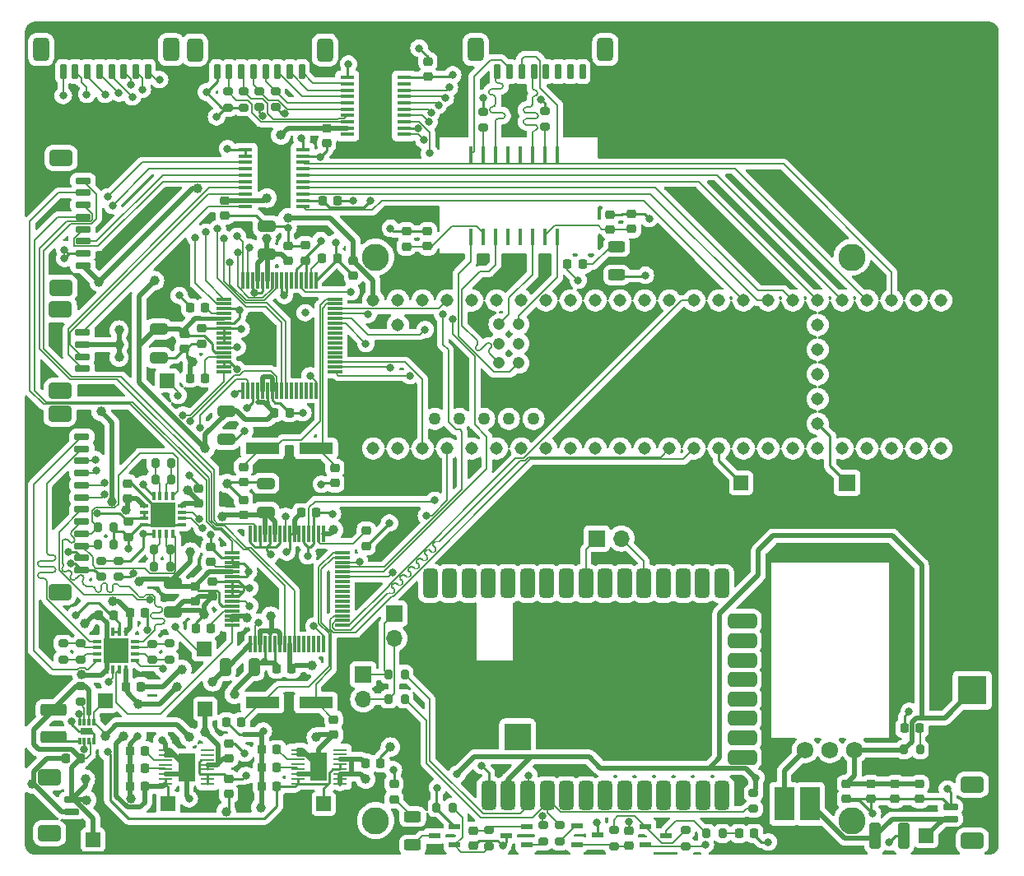
<source format=gbr>
%TF.GenerationSoftware,KiCad,Pcbnew,7.0.6*%
%TF.CreationDate,2024-04-07T14:57:10-04:00*%
%TF.ProjectId,mainbox,6d61696e-626f-4782-9e6b-696361645f70,rev?*%
%TF.SameCoordinates,Original*%
%TF.FileFunction,Copper,L1,Top*%
%TF.FilePolarity,Positive*%
%FSLAX46Y46*%
G04 Gerber Fmt 4.6, Leading zero omitted, Abs format (unit mm)*
G04 Created by KiCad (PCBNEW 7.0.6) date 2024-04-07 14:57:10*
%MOMM*%
%LPD*%
G01*
G04 APERTURE LIST*
G04 Aperture macros list*
%AMRoundRect*
0 Rectangle with rounded corners*
0 $1 Rounding radius*
0 $2 $3 $4 $5 $6 $7 $8 $9 X,Y pos of 4 corners*
0 Add a 4 corners polygon primitive as box body*
4,1,4,$2,$3,$4,$5,$6,$7,$8,$9,$2,$3,0*
0 Add four circle primitives for the rounded corners*
1,1,$1+$1,$2,$3*
1,1,$1+$1,$4,$5*
1,1,$1+$1,$6,$7*
1,1,$1+$1,$8,$9*
0 Add four rect primitives between the rounded corners*
20,1,$1+$1,$2,$3,$4,$5,0*
20,1,$1+$1,$4,$5,$6,$7,0*
20,1,$1+$1,$6,$7,$8,$9,0*
20,1,$1+$1,$8,$9,$2,$3,0*%
G04 Aperture macros list end*
%TA.AperFunction,ComponentPad*%
%ADD10C,1.300000*%
%TD*%
%TA.AperFunction,SMDPad,CuDef*%
%ADD11RoundRect,0.380000X0.380000X-1.120000X0.380000X1.120000X-0.380000X1.120000X-0.380000X-1.120000X0*%
%TD*%
%TA.AperFunction,SMDPad,CuDef*%
%ADD12RoundRect,0.380000X1.120000X0.380000X-1.120000X0.380000X-1.120000X-0.380000X1.120000X-0.380000X0*%
%TD*%
%TA.AperFunction,SMDPad,CuDef*%
%ADD13RoundRect,0.100000X1.295000X-1.295000X1.295000X1.295000X-1.295000X1.295000X-1.295000X-1.295000X0*%
%TD*%
%TA.AperFunction,SMDPad,CuDef*%
%ADD14RoundRect,0.425000X0.775000X-0.425000X0.775000X0.425000X-0.775000X0.425000X-0.775000X-0.425000X0*%
%TD*%
%TA.AperFunction,SMDPad,CuDef*%
%ADD15RoundRect,0.150000X0.650000X-0.150000X0.650000X0.150000X-0.650000X0.150000X-0.650000X-0.150000X0*%
%TD*%
%TA.AperFunction,SMDPad,CuDef*%
%ADD16RoundRect,0.200000X0.200000X0.275000X-0.200000X0.275000X-0.200000X-0.275000X0.200000X-0.275000X0*%
%TD*%
%TA.AperFunction,SMDPad,CuDef*%
%ADD17RoundRect,0.250000X-0.325000X-0.650000X0.325000X-0.650000X0.325000X0.650000X-0.325000X0.650000X0*%
%TD*%
%TA.AperFunction,SMDPad,CuDef*%
%ADD18RoundRect,0.200000X-0.275000X0.200000X-0.275000X-0.200000X0.275000X-0.200000X0.275000X0.200000X0*%
%TD*%
%TA.AperFunction,ComponentPad*%
%ADD19C,1.308000*%
%TD*%
%TA.AperFunction,ComponentPad*%
%ADD20C,1.258000*%
%TD*%
%TA.AperFunction,ComponentPad*%
%ADD21C,1.208000*%
%TD*%
%TA.AperFunction,SMDPad,CuDef*%
%ADD22RoundRect,0.200000X-0.200000X-0.275000X0.200000X-0.275000X0.200000X0.275000X-0.200000X0.275000X0*%
%TD*%
%TA.AperFunction,SMDPad,CuDef*%
%ADD23RoundRect,0.225000X0.250000X-0.225000X0.250000X0.225000X-0.250000X0.225000X-0.250000X-0.225000X0*%
%TD*%
%TA.AperFunction,SMDPad,CuDef*%
%ADD24R,1.250000X0.600000*%
%TD*%
%TA.AperFunction,SMDPad,CuDef*%
%ADD25RoundRect,0.225000X-0.250000X0.225000X-0.250000X-0.225000X0.250000X-0.225000X0.250000X0.225000X0*%
%TD*%
%TA.AperFunction,SMDPad,CuDef*%
%ADD26RoundRect,0.200000X0.275000X-0.200000X0.275000X0.200000X-0.275000X0.200000X-0.275000X-0.200000X0*%
%TD*%
%TA.AperFunction,SMDPad,CuDef*%
%ADD27R,3.500000X1.200000*%
%TD*%
%TA.AperFunction,SMDPad,CuDef*%
%ADD28R,1.500000X1.500000*%
%TD*%
%TA.AperFunction,SMDPad,CuDef*%
%ADD29RoundRect,0.250000X-0.650000X0.325000X-0.650000X-0.325000X0.650000X-0.325000X0.650000X0.325000X0*%
%TD*%
%TA.AperFunction,SMDPad,CuDef*%
%ADD30RoundRect,0.225000X0.225000X0.250000X-0.225000X0.250000X-0.225000X-0.250000X0.225000X-0.250000X0*%
%TD*%
%TA.AperFunction,SMDPad,CuDef*%
%ADD31RoundRect,0.218750X-0.218750X-0.256250X0.218750X-0.256250X0.218750X0.256250X-0.218750X0.256250X0*%
%TD*%
%TA.AperFunction,SMDPad,CuDef*%
%ADD32RoundRect,0.225000X-0.225000X-0.250000X0.225000X-0.250000X0.225000X0.250000X-0.225000X0.250000X0*%
%TD*%
%TA.AperFunction,ComponentPad*%
%ADD33C,2.800000*%
%TD*%
%TA.AperFunction,SMDPad,CuDef*%
%ADD34R,0.406400X1.676400*%
%TD*%
%TA.AperFunction,ComponentPad*%
%ADD35R,1.700000X1.700000*%
%TD*%
%TA.AperFunction,ComponentPad*%
%ADD36O,1.700000X1.700000*%
%TD*%
%TA.AperFunction,SMDPad,CuDef*%
%ADD37RoundRect,0.425000X-0.425000X-0.775000X0.425000X-0.775000X0.425000X0.775000X-0.425000X0.775000X0*%
%TD*%
%TA.AperFunction,SMDPad,CuDef*%
%ADD38RoundRect,0.150000X-0.150000X-0.650000X0.150000X-0.650000X0.150000X0.650000X-0.150000X0.650000X0*%
%TD*%
%TA.AperFunction,SMDPad,CuDef*%
%ADD39RoundRect,0.250000X0.650000X-0.325000X0.650000X0.325000X-0.650000X0.325000X-0.650000X-0.325000X0*%
%TD*%
%TA.AperFunction,SMDPad,CuDef*%
%ADD40R,1.397000X0.279400*%
%TD*%
%TA.AperFunction,SMDPad,CuDef*%
%ADD41R,1.651000X2.844800*%
%TD*%
%TA.AperFunction,SMDPad,CuDef*%
%ADD42RoundRect,0.218750X0.218750X0.256250X-0.218750X0.256250X-0.218750X-0.256250X0.218750X-0.256250X0*%
%TD*%
%TA.AperFunction,SMDPad,CuDef*%
%ADD43RoundRect,0.250000X-0.625000X0.312500X-0.625000X-0.312500X0.625000X-0.312500X0.625000X0.312500X0*%
%TD*%
%TA.AperFunction,SMDPad,CuDef*%
%ADD44RoundRect,0.012800X-0.147200X0.407200X-0.147200X-0.407200X0.147200X-0.407200X0.147200X0.407200X0*%
%TD*%
%TA.AperFunction,SMDPad,CuDef*%
%ADD45RoundRect,0.012800X-0.407200X-0.147200X0.407200X-0.147200X0.407200X0.147200X-0.407200X0.147200X0*%
%TD*%
%TA.AperFunction,SMDPad,CuDef*%
%ADD46R,2.600000X2.600000*%
%TD*%
%TA.AperFunction,SMDPad,CuDef*%
%ADD47R,3.000000X3.000000*%
%TD*%
%TA.AperFunction,ComponentPad*%
%ADD48C,1.725000*%
%TD*%
%TA.AperFunction,SMDPad,CuDef*%
%ADD49R,2.000000X3.500000*%
%TD*%
%TA.AperFunction,SMDPad,CuDef*%
%ADD50RoundRect,0.218750X-0.256250X0.218750X-0.256250X-0.218750X0.256250X-0.218750X0.256250X0.218750X0*%
%TD*%
%TA.AperFunction,SMDPad,CuDef*%
%ADD51R,0.300000X0.800000*%
%TD*%
%TA.AperFunction,SMDPad,CuDef*%
%ADD52R,1.300000X0.700000*%
%TD*%
%TA.AperFunction,SMDPad,CuDef*%
%ADD53RoundRect,0.250000X-0.325000X-1.100000X0.325000X-1.100000X0.325000X1.100000X-0.325000X1.100000X0*%
%TD*%
%TA.AperFunction,SMDPad,CuDef*%
%ADD54RoundRect,0.012800X0.407200X0.147200X-0.407200X0.147200X-0.407200X-0.147200X0.407200X-0.147200X0*%
%TD*%
%TA.AperFunction,SMDPad,CuDef*%
%ADD55R,1.475000X0.450000*%
%TD*%
%TA.AperFunction,SMDPad,CuDef*%
%ADD56RoundRect,0.250000X1.075000X-0.375000X1.075000X0.375000X-1.075000X0.375000X-1.075000X-0.375000X0*%
%TD*%
%TA.AperFunction,SMDPad,CuDef*%
%ADD57RoundRect,0.008400X0.131600X-0.771600X0.131600X0.771600X-0.131600X0.771600X-0.131600X-0.771600X0*%
%TD*%
%TA.AperFunction,SMDPad,CuDef*%
%ADD58RoundRect,0.039200X0.740800X-0.100800X0.740800X0.100800X-0.740800X0.100800X-0.740800X-0.100800X0*%
%TD*%
%TA.AperFunction,SMDPad,CuDef*%
%ADD59RoundRect,0.425000X-0.775000X0.425000X-0.775000X-0.425000X0.775000X-0.425000X0.775000X0.425000X0*%
%TD*%
%TA.AperFunction,SMDPad,CuDef*%
%ADD60RoundRect,0.150000X-0.650000X0.150000X-0.650000X-0.150000X0.650000X-0.150000X0.650000X0.150000X0*%
%TD*%
%TA.AperFunction,ViaPad*%
%ADD61C,0.800000*%
%TD*%
%TA.AperFunction,ViaPad*%
%ADD62C,1.000000*%
%TD*%
%TA.AperFunction,Conductor*%
%ADD63C,0.500000*%
%TD*%
%TA.AperFunction,Conductor*%
%ADD64C,0.250000*%
%TD*%
%TA.AperFunction,Conductor*%
%ADD65C,0.240000*%
%TD*%
%TA.AperFunction,Conductor*%
%ADD66C,0.127000*%
%TD*%
%TA.AperFunction,Conductor*%
%ADD67C,0.400000*%
%TD*%
%TA.AperFunction,Conductor*%
%ADD68C,0.200000*%
%TD*%
G04 APERTURE END LIST*
D10*
%TO.P,IC8,38,GND_6*%
%TO.N,GND*%
X174954000Y-120594000D03*
D11*
%TO.P,IC8,1,GND_1*%
X171404000Y-127184000D03*
%TO.P,IC8,2,VCC*%
%TO.N,Vcc*%
X173404000Y-127184000D03*
%TO.P,IC8,3,DIO13/DOUT*%
%TO.N,Dout*%
X175404000Y-127184000D03*
%TO.P,IC8,4,DIN/DIO14/~{CONFIG}*%
%TO.N,Din*%
X177404000Y-127184000D03*
%TO.P,IC8,5,DIO12*%
%TO.N,unconnected-(IC8-DIO12-Pad5)*%
X179404000Y-127184000D03*
%TO.P,IC8,6,~{RESET}*%
%TO.N,unconnected-(IC8-~{RESET}-Pad6)*%
X181404000Y-127184000D03*
%TO.P,IC8,7,DIO10/RSSI/PWM0*%
%TO.N,unconnected-(IC8-DIO10{slash}RSSI{slash}PWM0-Pad7)*%
X183404000Y-127184000D03*
%TO.P,IC8,8,DIO11/PWM1*%
%TO.N,unconnected-(IC8-DIO11{slash}PWM1-Pad8)*%
X185404000Y-127184000D03*
%TO.P,IC8,9,[RESERVED]_1*%
%TO.N,unconnected-(IC8-[RESERVED]_1-Pad9)*%
X187404000Y-127184000D03*
%TO.P,IC8,10,DIO8/~{DTR_}/SLEEP__RQ*%
%TO.N,unconnected-(IC8-DIO8{slash}~{DTR_}{slash}SLEEP__RQ-Pad10)*%
X189404000Y-127184000D03*
%TO.P,IC8,11,GND_2*%
%TO.N,unconnected-(IC8-GND_2-Pad11)*%
X191404000Y-127184000D03*
%TO.P,IC8,12,DO19/SPI_~{ATTN}*%
%TO.N,unconnected-(IC8-DO19{slash}SPI_~{ATTN}-Pad12)*%
X193404000Y-127184000D03*
%TO.P,IC8,13,GND_3*%
%TO.N,unconnected-(IC8-GND_3-Pad13)*%
X195404000Y-127184000D03*
D12*
%TO.P,IC8,14,DO18/SPI_CLK*%
%TO.N,unconnected-(IC8-DO18{slash}SPI_CLK-Pad14)*%
X197484000Y-123224000D03*
%TO.P,IC8,15,DO17/SPI_~{SSEL}*%
%TO.N,unconnected-(IC8-DO17{slash}SPI_~{SSEL}-Pad15)*%
X197484000Y-121224000D03*
%TO.P,IC8,16,DO16/SPI_MOSI*%
%TO.N,unconnected-(IC8-DO16{slash}SPI_MOSI-Pad16)*%
X197484000Y-119224000D03*
%TO.P,IC8,17,DO15/SPI_MISO*%
%TO.N,unconnected-(IC8-DO15{slash}SPI_MISO-Pad17)*%
X197484000Y-117224000D03*
%TO.P,IC8,18,[RESERVED]_2*%
%TO.N,unconnected-(IC8-[RESERVED]_2-Pad18)*%
X197484000Y-115224000D03*
%TO.P,IC8,19,[RESERVED]_3*%
%TO.N,unconnected-(IC8-[RESERVED]_3-Pad19)*%
X197484000Y-113224000D03*
%TO.P,IC8,20,[RESERVED]_4*%
%TO.N,unconnected-(IC8-[RESERVED]_4-Pad20)*%
X197484000Y-111224000D03*
%TO.P,IC8,21,[RESERVED]_5*%
%TO.N,unconnected-(IC8-[RESERVED]_5-Pad21)*%
X197484000Y-109224000D03*
D11*
%TO.P,IC8,22,GND_4*%
%TO.N,unconnected-(IC8-GND_4-Pad22)*%
X195374000Y-105324000D03*
%TO.P,IC8,23,[RESERVED]_6*%
%TO.N,unconnected-(IC8-[RESERVED]_6-Pad23)*%
X193374000Y-105324000D03*
%TO.P,IC8,24,DIO4*%
%TO.N,unconnected-(IC8-DIO4-Pad24)*%
X191374000Y-105324000D03*
%TO.P,IC8,25,DIO7/~{CTS}*%
%TO.N,unconnected-(IC8-DIO7{slash}~{CTS}-Pad25)*%
X189374000Y-105324000D03*
%TO.P,IC8,26,DIO9/ON/~{SLEEP}*%
%TO.N,Net-(IC8-DIO9{slash}ON{slash}~{SLEEP})*%
X187374000Y-105324000D03*
%TO.P,IC8,27,VREF*%
%TO.N,unconnected-(IC8-VREF-Pad27)*%
X185374000Y-105324000D03*
%TO.P,IC8,28,DIO5/ASSOC*%
%TO.N,unconnected-(IC8-DIO5{slash}ASSOC-Pad28)*%
X183374000Y-105324000D03*
%TO.P,IC8,29,DIO6/~{RTS}*%
%TO.N,Net-(IC8-DIO6{slash}~{RTS})*%
X181374000Y-105324000D03*
%TO.P,IC8,30,DIO3/AD3*%
%TO.N,unconnected-(IC8-DIO3{slash}AD3-Pad30)*%
X179374000Y-105324000D03*
%TO.P,IC8,31,DIO2/AD2*%
%TO.N,unconnected-(IC8-DIO2{slash}AD2-Pad31)*%
X177374000Y-105324000D03*
%TO.P,IC8,32,DIO1/AD1*%
%TO.N,unconnected-(IC8-DIO1{slash}AD1-Pad32)*%
X175374000Y-105324000D03*
%TO.P,IC8,33,DIO0/AD0*%
%TO.N,unconnected-(IC8-DIO0{slash}AD0-Pad33)*%
X173374000Y-105324000D03*
%TO.P,IC8,34,[RESERVED]_7*%
%TO.N,unconnected-(IC8-[RESERVED]_7-Pad34)*%
X171374000Y-105324000D03*
%TO.P,IC8,35,GND_5*%
%TO.N,unconnected-(IC8-GND_5-Pad35)*%
X169374000Y-105324000D03*
%TO.P,IC8,36,RF_PAD*%
%TO.N,unconnected-(IC8-RF_PAD-Pad36)*%
X167374000Y-105324000D03*
%TO.P,IC8,37,[RESERVED]_8*%
%TO.N,unconnected-(IC8-[RESERVED]_8-Pad37)*%
X165374000Y-105324000D03*
D10*
%TO.P,IC8,38,GND_6*%
%TO.N,GND*%
X173794000Y-121714000D03*
D13*
X174369000Y-121129000D03*
%TD*%
D14*
%TO.P,J7,*%
%TO.N,*%
X127417000Y-74874000D03*
X127417000Y-61524000D03*
D15*
%TO.P,J7,1,Pin_1*%
%TO.N,brake2*%
X129667000Y-63874000D03*
%TO.P,J7,2,Pin_2*%
%TO.N,brake1*%
X129667000Y-65124000D03*
%TO.P,J7,3,Pin_3*%
%TO.N,pots2*%
X129667000Y-66374000D03*
%TO.P,J7,4,Pin_4*%
%TO.N,pots1*%
X129667000Y-67624000D03*
%TO.P,J7,5,Pin_5*%
%TO.N,hall2*%
X129667000Y-68874000D03*
%TO.P,J7,6,Pin_6*%
%TO.N,hall1*%
X129667000Y-70124000D03*
%TO.P,J7,7,Pin_7*%
%TO.N,GND*%
X129667000Y-71374000D03*
%TO.P,J7,8,Pin_8*%
%TO.N,5vanalog*%
X129667000Y-72624000D03*
%TD*%
D16*
%TO.P,R27,1*%
%TO.N,Net-(U6-RG1)*%
X138769000Y-94615000D03*
%TO.P,R27,2*%
%TO.N,Net-(U6-RG1__1)*%
X137119000Y-94615000D03*
%TD*%
D17*
%TO.P,C19,1*%
%TO.N,GND*%
X144321000Y-113944400D03*
%TO.P,C19,2*%
%TO.N,5vadc*%
X147271000Y-113944400D03*
%TD*%
D18*
%TO.P,R18,1*%
%TO.N,Vcc*%
X198628000Y-126898400D03*
%TO.P,R18,2*%
%TO.N,Din*%
X198628000Y-128548400D03*
%TD*%
D19*
%TO.P,U5,0,RX1*%
%TO.N,!CS2*%
X162052000Y-91442000D03*
%TO.P,U5,1,TX1*%
%TO.N,SDO2*%
X164592000Y-91442000D03*
%TO.P,U5,2,OUT2*%
%TO.N,dout1*%
X167132000Y-91442000D03*
%TO.P,U5,3,LRCLK2*%
%TO.N,unconnected-(U5-LRCLK2-Pad3)*%
X169672000Y-91442000D03*
%TO.P,U5,3.3V_1,3.3V*%
%TO.N,3v3*%
X195072000Y-91442000D03*
%TO.P,U5,3.3V_2,3.3V__1*%
%TO.N,unconnected-(U5-3.3V__1-Pad3.3V_2)*%
X164592000Y-76202000D03*
%TO.P,U5,3.3V_3,3.3V__2*%
%TO.N,unconnected-(U5-3.3V__2-Pad3.3V_3)*%
X205232000Y-86362000D03*
%TO.P,U5,4,BCLK2*%
%TO.N,unconnected-(U5-BCLK2-Pad4)*%
X172212000Y-91442000D03*
%TO.P,U5,5,IN2*%
%TO.N,unconnected-(U5-IN2-Pad5)*%
X174752000Y-91442000D03*
D20*
%TO.P,U5,5V,5V*%
%TO.N,unconnected-(U5-Pad5V)*%
X165862000Y-88392000D03*
D19*
%TO.P,U5,6,OUT1D*%
%TO.N,unconnected-(U5-OUT1D-Pad6)*%
X177292000Y-91442000D03*
%TO.P,U5,7,RX2*%
%TO.N,unconnected-(U5-RX2-Pad7)*%
X179832000Y-91442000D03*
%TO.P,U5,8,TX2*%
%TO.N,syncin2*%
X182372000Y-91442000D03*
%TO.P,U5,9,OUT1C*%
%TO.N,rst1*%
X184912000Y-91442000D03*
%TO.P,U5,10,CS1*%
%TO.N,!CS1*%
X187452000Y-91442000D03*
%TO.P,U5,11,MOSI*%
%TO.N,SDI1*%
X189992000Y-91442000D03*
%TO.P,U5,12,MISO*%
%TO.N,SDO1*%
X192532000Y-91442000D03*
%TO.P,U5,13,SCK*%
%TO.N,SCLK1*%
X192532000Y-76202000D03*
%TO.P,U5,14,A0*%
%TO.N,unconnected-(U5-A0-Pad14)*%
X189992000Y-76202000D03*
%TO.P,U5,15,A1*%
%TO.N,doutlcd*%
X187452000Y-76202000D03*
%TO.P,U5,16,A2*%
%TO.N,SDA*%
X184912000Y-76202000D03*
%TO.P,U5,17,A3*%
%TO.N,SCL*%
X182372000Y-76202000D03*
%TO.P,U5,18,A4*%
%TO.N,dout2*%
X179832000Y-76202000D03*
%TO.P,U5,19,A5*%
%TO.N,dclk2*%
X177292000Y-76202000D03*
%TO.P,U5,20,A6*%
%TO.N,drdy2*%
X174752000Y-76202000D03*
%TO.P,U5,21,A7*%
%TO.N,dclk1*%
X172212000Y-76202000D03*
%TO.P,U5,22,A8*%
%TO.N,drdy1*%
X169672000Y-76202000D03*
%TO.P,U5,23,A9*%
%TO.N,rst2*%
X167132000Y-76202000D03*
%TO.P,U5,24,A10*%
%TO.N,syncin1*%
X197612000Y-91442000D03*
%TO.P,U5,25,A11*%
%TO.N,unconnected-(U5-A11-Pad25)*%
X200152000Y-91442000D03*
%TO.P,U5,26,A12*%
%TO.N,SDI2*%
X202692000Y-91442000D03*
%TO.P,U5,27,A13*%
%TO.N,SCLK2*%
X205232000Y-91442000D03*
%TO.P,U5,28,RX7*%
%TO.N,unconnected-(U5-RX7-Pad28)*%
X207772000Y-91442000D03*
%TO.P,U5,29,TX7*%
%TO.N,unconnected-(U5-TX7-Pad29)*%
X210312000Y-91442000D03*
%TO.P,U5,30,CRX3*%
%TO.N,unconnected-(U5-CRX3-Pad30)*%
X212852000Y-91442000D03*
%TO.P,U5,31,CTX3*%
%TO.N,S4*%
X215392000Y-91442000D03*
%TO.P,U5,32,OUT1B*%
%TO.N,S3*%
X217932000Y-91442000D03*
%TO.P,U5,33,MCLK2*%
%TO.N,S2*%
X217932000Y-76202000D03*
%TO.P,U5,34,RX8*%
%TO.N,S1*%
X215392000Y-76202000D03*
%TO.P,U5,35,TX8*%
%TO.N,Net-(IC2-A7)*%
X212852000Y-76202000D03*
%TO.P,U5,36,CS2*%
%TO.N,Net-(IC2-A6)*%
X210312000Y-76202000D03*
%TO.P,U5,37,CS3*%
%TO.N,Net-(IC2-A5)*%
X207772000Y-76202000D03*
%TO.P,U5,38,A14*%
%TO.N,Net-(IC2-A4)*%
X205232000Y-76202000D03*
%TO.P,U5,39,A15*%
%TO.N,Net-(IC2-A3)*%
X202692000Y-76202000D03*
%TO.P,U5,40,A16*%
%TO.N,Net-(IC2-A2)*%
X200152000Y-76202000D03*
%TO.P,U5,41,A17*%
%TO.N,Net-(IC2-A1)*%
X197612000Y-76202000D03*
D20*
%TO.P,U5,D+,D+*%
%TO.N,unconnected-(U5-PadD+)*%
X170942000Y-88392000D03*
%TO.P,U5,D-,D-*%
%TO.N,unconnected-(U5-PadD-)*%
X168402000Y-88392000D03*
D19*
%TO.P,U5,GND1,GND*%
%TO.N,GND*%
X159512000Y-91442000D03*
%TO.P,U5,GND2,GND__1*%
X195072000Y-76202000D03*
%TO.P,U5,GND3,GND__2*%
X162052000Y-76202000D03*
%TO.P,U5,GND4,GND__3*%
X205232000Y-83822000D03*
D21*
%TO.P,U5,GND5,GND__4*%
X174482000Y-80652000D03*
%TO.P,U5,LED,LED*%
%TO.N,Net-(D1-A)*%
X172482000Y-80652000D03*
D19*
%TO.P,U5,ON/OFF,ON/OFF*%
%TO.N,unconnected-(U5-PadON{slash}OFF)*%
X205232000Y-78742000D03*
%TO.P,U5,PROGRAM,PROGRAM*%
%TO.N,unconnected-(U5-PadPROGRAM)*%
X205232000Y-81282000D03*
D21*
%TO.P,U5,R+,R+*%
%TO.N,Rd+*%
X172482000Y-78652000D03*
%TO.P,U5,R-,R-*%
%TO.N,Rd-*%
X174482000Y-78652000D03*
%TO.P,U5,T+,T+*%
%TO.N,Td+*%
X174482000Y-82652000D03*
%TO.P,U5,T-,T-*%
%TO.N,Td-*%
X172482000Y-82652000D03*
D20*
%TO.P,U5,USB_GND1,USB_GND*%
%TO.N,GND*%
X173482000Y-88392000D03*
%TO.P,U5,USB_GND2,USB_GND__1*%
X176022000Y-88392000D03*
D19*
%TO.P,U5,VBAT,VBAT*%
%TO.N,Net-(J6-Pin_1)*%
X205232000Y-88902000D03*
%TO.P,U5,VIN,VIN*%
%TO.N,5vin*%
X159512000Y-76202000D03*
%TO.P,U5,VUSB,VUSB*%
%TO.N,unconnected-(U5-PadVUSB)*%
X162052000Y-78742000D03*
%TD*%
D22*
%TO.P,R26,1*%
%TO.N,tr1-*%
X131191000Y-99568000D03*
%TO.P,R26,2*%
%TO.N,GND*%
X132841000Y-99568000D03*
%TD*%
D23*
%TO.P,C5,1*%
%TO.N,5vadc*%
X150723600Y-72149000D03*
%TO.P,C5,2*%
%TO.N,GND*%
X150723600Y-70599000D03*
%TD*%
D24*
%TO.P,IC4,1,B*%
%TO.N,Net-(IC4-B)*%
X175294000Y-132273000D03*
%TO.P,IC4,2,E*%
%TO.N,Net-(IC4-E)*%
X175294000Y-130363000D03*
%TO.P,IC4,3,C*%
%TO.N,GND*%
X173194000Y-131318000D03*
%TD*%
D25*
%TO.P,C34,1*%
%TO.N,2.5vsg*%
X134325000Y-98991500D03*
%TO.P,C34,2*%
%TO.N,GND*%
X134325000Y-100541500D03*
%TD*%
D22*
%TO.P,R5,1*%
%TO.N,Net-(U6-RG2)*%
X136970000Y-103632000D03*
%TO.P,R5,2*%
%TO.N,Net-(U6-RG2__1)*%
X138620000Y-103632000D03*
%TD*%
D18*
%TO.P,R1,1*%
%TO.N,Net-(U1-RG2)*%
X129435500Y-111530000D03*
%TO.P,R1,2*%
%TO.N,Net-(U1-RG2__1)*%
X129435500Y-113180000D03*
%TD*%
D26*
%TO.P,R30,1*%
%TO.N,GND*%
X146202400Y-56337200D03*
%TO.P,R30,2*%
%TO.N,S35*%
X146202400Y-54687200D03*
%TD*%
%TO.P,R21,1*%
%TO.N,Net-(U1-RG1)*%
X136779000Y-113220000D03*
%TO.P,R21,2*%
%TO.N,Net-(U1-RG1__1)*%
X136779000Y-111570000D03*
%TD*%
D25*
%TO.P,C8,1*%
%TO.N,Net-(IC4-E)*%
X169799000Y-130797000D03*
%TO.P,C8,2*%
%TO.N,GND*%
X169799000Y-132347000D03*
%TD*%
D27*
%TO.P,Y1,1*%
%TO.N,xtal1.2*%
X148126000Y-117602000D03*
%TO.P,Y1,2*%
%TO.N,xtal1.1*%
X153626000Y-117602000D03*
%TD*%
D14*
%TO.P,J20,*%
%TO.N,*%
X127290000Y-106223000D03*
X127290000Y-87873000D03*
D15*
%TO.P,J20,1,Pin_1*%
%TO.N,Net-(J20-Pin_1)*%
X129540000Y-90223000D03*
%TO.P,J20,2,Pin_2*%
%TO.N,Net-(J20-Pin_2)*%
X129540000Y-91473000D03*
%TO.P,J20,3,Pin_3*%
%TO.N,daux2*%
X129540000Y-92723000D03*
%TO.P,J20,4,Pin_4*%
%TO.N,daux1*%
X129540000Y-93973000D03*
%TO.P,J20,5,Pin_5*%
%TO.N,aux1.2*%
X129540000Y-95223000D03*
%TO.P,J20,6,Pin_6*%
%TO.N,aux1.1*%
X129540000Y-96473000D03*
%TO.P,J20,7,Pin_7*%
%TO.N,Net-(J20-Pin_7)*%
X129540000Y-97723000D03*
%TO.P,J20,8,Pin_8*%
%TO.N,Net-(J20-Pin_8)*%
X129540000Y-98973000D03*
%TO.P,J20,9,Pin_9*%
%TO.N,tr1-*%
X129540000Y-100223000D03*
%TO.P,J20,10,Pin_10*%
%TO.N,tr2-*%
X129540000Y-101473000D03*
%TO.P,J20,11,Pin_11*%
%TO.N,GND*%
X129540000Y-102723000D03*
%TO.P,J20,12,Pin_12*%
%TO.N,2.5vsg*%
X129540000Y-103973000D03*
%TD*%
D22*
%TO.P,R10,1*%
%TO.N,Vcc*%
X166024000Y-128397000D03*
%TO.P,R10,2*%
%TO.N,Net-(IC5-B)*%
X167674000Y-128397000D03*
%TD*%
D28*
%TO.P,TP10,1,1*%
%TO.N,5vradio*%
X216408000Y-131318000D03*
%TD*%
D23*
%TO.P,C35,1*%
%TO.N,5vadc*%
X141564000Y-97086500D03*
%TO.P,C35,2*%
%TO.N,GND*%
X141564000Y-95536500D03*
%TD*%
%TO.P,C36,1*%
%TO.N,5vadc*%
X134213600Y-96583800D03*
%TO.P,C36,2*%
%TO.N,GND*%
X134213600Y-95033800D03*
%TD*%
D28*
%TO.P,TP3,1,1*%
%TO.N,Net-(U2-VCM)*%
X138303000Y-84455000D03*
%TD*%
D22*
%TO.P,R17,1*%
%TO.N,Net-(J5-Pin_2)*%
X161100000Y-117221000D03*
%TO.P,R17,2*%
%TO.N,Din*%
X162750000Y-117221000D03*
%TD*%
%TO.P,R23,1*%
%TO.N,tr2-*%
X131191000Y-101346000D03*
%TO.P,R23,2*%
%TO.N,GND*%
X132841000Y-101346000D03*
%TD*%
D29*
%TO.P,C20,1*%
%TO.N,GND*%
X148463000Y-95045000D03*
%TO.P,C20,2*%
%TO.N,5vadc*%
X148463000Y-97995000D03*
%TD*%
D25*
%TO.P,C14,1*%
%TO.N,GND*%
X183896000Y-67347800D03*
%TO.P,C14,2*%
%TO.N,Net-(T1-RCT)*%
X183896000Y-68897800D03*
%TD*%
D30*
%TO.P,C52,1*%
%TO.N,Net-(U2-REGCAPB)*%
X142253000Y-76949000D03*
%TO.P,C52,2*%
%TO.N,GND*%
X140703000Y-76949000D03*
%TD*%
D31*
%TO.P,D2,1,K*%
%TO.N,GND*%
X214147300Y-120243600D03*
%TO.P,D2,2,A*%
%TO.N,Net-(D2-A)*%
X215722300Y-120243600D03*
%TD*%
D18*
%TO.P,R8,1*%
%TO.N,Net-(IC4-E)*%
X171450000Y-130747000D03*
%TO.P,R8,2*%
%TO.N,Net-(IC5-B)*%
X171450000Y-132397000D03*
%TD*%
D32*
%TO.P,C22,1*%
%TO.N,GND*%
X144411400Y-119583200D03*
%TO.P,C22,2*%
%TO.N,xtal1.2*%
X145961400Y-119583200D03*
%TD*%
D33*
%TO.P,H1,1*%
%TO.N,N/C*%
X208768000Y-71739000D03*
%TD*%
D23*
%TO.P,C40,1*%
%TO.N,3v3*%
X165150800Y-53149800D03*
%TO.P,C40,2*%
%TO.N,GND*%
X165150800Y-51599800D03*
%TD*%
D33*
%TO.P,H3,1*%
%TO.N,N/C*%
X159768000Y-129739000D03*
%TD*%
D26*
%TO.P,R31,1*%
%TO.N,GND*%
X147828000Y-56310800D03*
%TO.P,R31,2*%
%TO.N,S25*%
X147828000Y-54660800D03*
%TD*%
D23*
%TO.P,C21,1*%
%TO.N,5vadc*%
X146177000Y-98311000D03*
%TO.P,C21,2*%
%TO.N,GND*%
X146177000Y-96761000D03*
%TD*%
D30*
%TO.P,C43,1*%
%TO.N,Net-(U8-BYPASS)*%
X136030000Y-122555000D03*
%TO.P,C43,2*%
%TO.N,GND*%
X134480000Y-122555000D03*
%TD*%
%TO.P,C39,1*%
%TO.N,Net-(U3-NR)*%
X149619000Y-124314000D03*
%TO.P,C39,2*%
%TO.N,GND*%
X148069000Y-124314000D03*
%TD*%
D23*
%TO.P,C25,1*%
%TO.N,GND*%
X210693000Y-127521000D03*
%TO.P,C25,2*%
%TO.N,Vcc*%
X210693000Y-125971000D03*
%TD*%
D16*
%TO.P,R12,1*%
%TO.N,Net-(D2-A)*%
X215773000Y-122428000D03*
%TO.P,R12,2*%
%TO.N,Vcc*%
X214123000Y-122428000D03*
%TD*%
D34*
%TO.P,T1,1,TD+*%
%TO.N,Td+*%
X169545000Y-69646800D03*
%TO.P,T1,2,TCT*%
%TO.N,Net-(T1-TCT)*%
X170815000Y-69646800D03*
%TO.P,T1,3,TD-*%
%TO.N,Td-*%
X172085000Y-69646800D03*
%TO.P,T1,4,NC_1*%
%TO.N,unconnected-(T1-NC_1-Pad4)*%
X173355000Y-69646800D03*
%TO.P,T1,5,NC_2*%
%TO.N,unconnected-(T1-NC_2-Pad5)*%
X174625000Y-69646800D03*
%TO.P,T1,6,RD+*%
%TO.N,Rd+*%
X175895000Y-69646800D03*
%TO.P,T1,7,RCT*%
%TO.N,Net-(T1-RCT)*%
X177165000Y-69646800D03*
%TO.P,T1,8,RD-*%
%TO.N,Rd-*%
X178435000Y-69646800D03*
%TO.P,T1,9,RX-*%
%TO.N,/teensy/Rx-*%
X178435000Y-61163200D03*
%TO.P,T1,10,CMT_1*%
%TO.N,Net-(T1-CMT_1)*%
X177165000Y-61163200D03*
%TO.P,T1,11,RX+*%
%TO.N,/teensy/Rx+*%
X175895000Y-61163200D03*
%TO.P,T1,12,NC_3*%
%TO.N,unconnected-(T1-NC_3-Pad12)*%
X174625000Y-61163200D03*
%TO.P,T1,13,NC_4*%
%TO.N,unconnected-(T1-NC_4-Pad13)*%
X173355000Y-61163200D03*
%TO.P,T1,14,TX-*%
%TO.N,/teensy/Tx-*%
X172085000Y-61163200D03*
%TO.P,T1,15,CMT_2*%
%TO.N,Net-(T1-CMT_2)*%
X170815000Y-61163200D03*
%TO.P,T1,16,TX+*%
%TO.N,/teensy/Tx+*%
X169545000Y-61163200D03*
%TD*%
D18*
%TO.P,R20,1*%
%TO.N,Net-(U1-RG2)*%
X127635000Y-111506000D03*
%TO.P,R20,2*%
%TO.N,Net-(U1-RG2__1)*%
X127635000Y-113156000D03*
%TD*%
D35*
%TO.P,J9,1,Pin_1*%
%TO.N,Net-(IC8-DIO6{slash}~{RTS})*%
X182499000Y-100711000D03*
D36*
%TO.P,J9,2,Pin_2*%
%TO.N,Net-(IC8-DIO9{slash}ON{slash}~{SLEEP})*%
X185039000Y-100711000D03*
%TD*%
D24*
%TO.P,IC5,1,B*%
%TO.N,Net-(IC5-B)*%
X167894000Y-132273000D03*
%TO.P,IC5,2,E*%
%TO.N,Vcc*%
X167894000Y-130363000D03*
%TO.P,IC5,3,C*%
%TO.N,Net-(IC5-C)*%
X165794000Y-131318000D03*
%TD*%
D30*
%TO.P,C9,1*%
%TO.N,3v3*%
X153683000Y-98044000D03*
%TO.P,C9,2*%
%TO.N,GND*%
X152133000Y-98044000D03*
%TD*%
%TO.P,C28,1*%
%TO.N,2.5vsg*%
X132855000Y-108585000D03*
%TO.P,C28,2*%
%TO.N,GND*%
X131305000Y-108585000D03*
%TD*%
D25*
%TO.P,C46,1*%
%TO.N,5.2v*%
X144653000Y-125463000D03*
%TO.P,C46,2*%
%TO.N,GND*%
X144653000Y-127013000D03*
%TD*%
D18*
%TO.P,R14,1*%
%TO.N,Din*%
X178689000Y-130239000D03*
%TO.P,R14,2*%
%TO.N,Net-(IC6-B)*%
X178689000Y-131889000D03*
%TD*%
D28*
%TO.P,TP6,1,1*%
%TO.N,5vin*%
X130683000Y-131699000D03*
%TD*%
D35*
%TO.P,J8,1,Pin_1*%
%TO.N,Net-(J5-Pin_1)*%
X161671000Y-108458000D03*
D36*
%TO.P,J8,2,Pin_2*%
%TO.N,Net-(J5-Pin_2)*%
X161671000Y-110998000D03*
%TD*%
D25*
%TO.P,C7,1*%
%TO.N,GND*%
X162915600Y-69088000D03*
%TO.P,C7,2*%
%TO.N,Net-(T1-TCT)*%
X162915600Y-70638000D03*
%TD*%
D26*
%TO.P,R2,1*%
%TO.N,Net-(U1-RG1)*%
X138557000Y-113156000D03*
%TO.P,R2,2*%
%TO.N,Net-(U1-RG1__1)*%
X138557000Y-111506000D03*
%TD*%
D23*
%TO.P,C62,1*%
%TO.N,Net-(T1-RCT)*%
X186080400Y-68847000D03*
%TO.P,C62,2*%
%TO.N,GND*%
X186080400Y-67297000D03*
%TD*%
D37*
%TO.P,J10,*%
%TO.N,*%
X141194700Y-50414900D03*
X154544700Y-50414900D03*
D38*
%TO.P,J10,1,Pin_1*%
%TO.N,doutlcd5*%
X152194700Y-52664900D03*
%TO.P,J10,2,Pin_2*%
%TO.N,SDA5*%
X150944700Y-52664900D03*
%TO.P,J10,3,Pin_3*%
%TO.N,SCL5*%
X149694700Y-52664900D03*
%TO.P,J10,4,Pin_4*%
%TO.N,S15*%
X148444700Y-52664900D03*
%TO.P,J10,5,Pin_5*%
%TO.N,S25*%
X147194700Y-52664900D03*
%TO.P,J10,6,Pin_6*%
%TO.N,S35*%
X145944700Y-52664900D03*
%TO.P,J10,7,Pin_7*%
%TO.N,S45*%
X144694700Y-52664900D03*
%TO.P,J10,8,Pin_8*%
%TO.N,GND*%
X143444700Y-52664900D03*
%TD*%
D39*
%TO.P,C55,1*%
%TO.N,GND*%
X137464800Y-82107000D03*
%TO.P,C55,2*%
%TO.N,5vadc*%
X137464800Y-79157000D03*
%TD*%
D25*
%TO.P,C11,1*%
%TO.N,Net-(U4-DREGCAP)*%
X158800800Y-99910600D03*
%TO.P,C11,2*%
%TO.N,GND*%
X158800800Y-101460600D03*
%TD*%
D40*
%TO.P,U3,1,GND*%
%TO.N,GND*%
X151739600Y-122455998D03*
%TO.P,U3,2,GND*%
X151739600Y-122956000D03*
%TO.P,U3,3,BYPASS*%
%TO.N,Net-(U3-BYPASS)*%
X151739600Y-123455999D03*
%TO.P,U3,4,DNC*%
%TO.N,unconnected-(U3-DNC-Pad4)*%
X151739600Y-123956000D03*
%TO.P,U3,5,NR*%
%TO.N,Net-(U3-NR)*%
X151739600Y-124456000D03*
%TO.P,U3,6,GND*%
%TO.N,GND*%
X151739600Y-124955998D03*
%TO.P,U3,7,VOUT2_S*%
%TO.N,2.5vsg*%
X151739600Y-125456000D03*
%TO.P,U3,8,VOUT2_F*%
X151739600Y-125955999D03*
%TO.P,U3,9,\u002AOD*%
%TO.N,5vin*%
X156108400Y-125956002D03*
%TO.P,U3,10,VIN2*%
X156108400Y-125456000D03*
%TO.P,U3,11,VIN1*%
X156108400Y-124956001D03*
%TO.P,U3,12,VOUT1_F*%
%TO.N,2.5vsg*%
X156108400Y-124456000D03*
%TO.P,U3,13,VOUT1_S*%
X156108400Y-123956000D03*
%TO.P,U3,14,VIN*%
%TO.N,5vin*%
X156108400Y-123456002D03*
%TO.P,U3,15,NC*%
%TO.N,unconnected-(U3-NC-Pad15)*%
X156108400Y-122956000D03*
%TO.P,U3,16,DNC*%
%TO.N,unconnected-(U3-DNC-Pad16)*%
X156108400Y-122456001D03*
D41*
%TO.P,U3,EPAD,EPAD*%
%TO.N,GND*%
X153924000Y-124206000D03*
%TD*%
D42*
%TO.P,D4,1,K*%
%TO.N,GND*%
X198704300Y-131064000D03*
%TO.P,D4,2,A*%
%TO.N,Net-(D4-A)*%
X197129300Y-131064000D03*
%TD*%
D25*
%TO.P,C54,1*%
%TO.N,5vadc*%
X140055600Y-79641400D03*
%TO.P,C54,2*%
%TO.N,GND*%
X140055600Y-81191400D03*
%TD*%
D43*
%TO.P,R11,1*%
%TO.N,Net-(D3-A)*%
X163576000Y-129347500D03*
%TO.P,R11,2*%
%TO.N,Net-(IC5-C)*%
X163576000Y-132272500D03*
%TD*%
D18*
%TO.P,R9,1*%
%TO.N,Dout*%
X177038000Y-130239000D03*
%TO.P,R9,2*%
%TO.N,Net-(IC4-B)*%
X177038000Y-131889000D03*
%TD*%
D22*
%TO.P,R22,1*%
%TO.N,Net-(U6-RG2)*%
X136993000Y-101854000D03*
%TO.P,R22,2*%
%TO.N,Net-(U6-RG2__1)*%
X138643000Y-101854000D03*
%TD*%
D26*
%TO.P,R32,1*%
%TO.N,GND*%
X149453600Y-56310800D03*
%TO.P,R32,2*%
%TO.N,S15*%
X149453600Y-54660800D03*
%TD*%
D25*
%TO.P,C16,1*%
%TO.N,5vadc*%
X141173200Y-105651000D03*
%TO.P,C16,2*%
%TO.N,GND*%
X141173200Y-107201000D03*
%TD*%
D28*
%TO.P,TP2,1,1*%
%TO.N,5.2v*%
X131978400Y-117398800D03*
%TD*%
%TO.P,TP8,1,1*%
%TO.N,3v3*%
X197358000Y-94996000D03*
%TD*%
D23*
%TO.P,C47,1*%
%TO.N,5vanalog*%
X144653000Y-123330000D03*
%TO.P,C47,2*%
%TO.N,GND*%
X144653000Y-121780000D03*
%TD*%
D26*
%TO.P,R4,1*%
%TO.N,Net-(T1-CMT_1)*%
X177165000Y-58356000D03*
%TO.P,R4,2*%
%TO.N,GND*%
X177165000Y-56706000D03*
%TD*%
D24*
%TO.P,IC6,1,B*%
%TO.N,Net-(IC6-B)*%
X180467000Y-130297000D03*
%TO.P,IC6,2,E*%
%TO.N,Net-(IC6-E)*%
X180467000Y-132207000D03*
%TO.P,IC6,3,C*%
%TO.N,GND*%
X182567000Y-131252000D03*
%TD*%
D30*
%TO.P,C44,1*%
%TO.N,Net-(U8-NR)*%
X136030000Y-124388996D03*
%TO.P,C44,2*%
%TO.N,GND*%
X134480000Y-124388996D03*
%TD*%
D44*
%TO.P,U6,1,-IN1*%
%TO.N,tr1-*%
X138897000Y-96371500D03*
%TO.P,U6,2,RG1*%
%TO.N,Net-(U6-RG1)*%
X138247000Y-96371500D03*
%TO.P,U6,3,RG1__1*%
%TO.N,Net-(U6-RG1__1)*%
X137597000Y-96371500D03*
%TO.P,U6,4,+IN1*%
%TO.N,tr+*%
X136947000Y-96371500D03*
D45*
%TO.P,U6,5,+VS*%
%TO.N,5vadc*%
X135977000Y-97341500D03*
%TO.P,U6,6,REF1*%
%TO.N,2.5vsg*%
X135977000Y-97991500D03*
%TO.P,U6,7,REF2*%
X135977000Y-98641500D03*
%TO.P,U6,8,-VS__1*%
%TO.N,GND*%
X135977000Y-99291500D03*
D44*
%TO.P,U6,9,+IN2*%
%TO.N,tr+*%
X136947000Y-100261500D03*
%TO.P,U6,10,RG2*%
%TO.N,Net-(U6-RG2)*%
X137597000Y-100261500D03*
%TO.P,U6,11,RG2__1*%
%TO.N,Net-(U6-RG2__1)*%
X138247000Y-100261500D03*
%TO.P,U6,12,-IN2*%
%TO.N,tr2-*%
X138897000Y-100261500D03*
D45*
%TO.P,U6,13,-VS*%
%TO.N,GND*%
X139867000Y-99291500D03*
%TO.P,U6,14,OUT2*%
%TO.N,tieRod2*%
X139867000Y-98641500D03*
%TO.P,U6,15,OUT1*%
%TO.N,tieRod1*%
X139867000Y-97991500D03*
%TO.P,U6,16,+VS__1*%
%TO.N,5vadc*%
X139867000Y-97341500D03*
D46*
%TO.P,U6,17,EP*%
%TO.N,GND*%
X137922000Y-98316500D03*
%TD*%
D25*
%TO.P,C51,1*%
%TO.N,5vanalog*%
X154736800Y-58457800D03*
%TO.P,C51,2*%
%TO.N,GND*%
X154736800Y-60007800D03*
%TD*%
D23*
%TO.P,C29,1*%
%TO.N,GND*%
X215713000Y-127521000D03*
%TO.P,C29,2*%
%TO.N,Vcc*%
X215713000Y-125971000D03*
%TD*%
D32*
%TO.P,C32,1*%
%TO.N,5vadc*%
X134480000Y-108331000D03*
%TO.P,C32,2*%
%TO.N,GND*%
X136030000Y-108331000D03*
%TD*%
D47*
%TO.P,TP9,1,1*%
%TO.N,Vcc*%
X221132400Y-116332000D03*
%TD*%
D37*
%TO.P,J2,*%
%TO.N,*%
X170049100Y-50389500D03*
X183399100Y-50389500D03*
D38*
%TO.P,J2,1,Pin_1*%
%TO.N,unconnected-(J2-Pin_1-Pad1)*%
X181049100Y-52639500D03*
%TO.P,J2,2,Pin_2*%
%TO.N,unconnected-(J2-Pin_2-Pad2)*%
X179799100Y-52639500D03*
%TO.P,J2,3,Pin_3*%
%TO.N,unconnected-(J2-Pin_3-Pad3)*%
X178549100Y-52639500D03*
%TO.P,J2,4,Pin_4*%
%TO.N,unconnected-(J2-Pin_4-Pad4)*%
X177299100Y-52639500D03*
%TO.P,J2,5,Pin_5*%
%TO.N,/teensy/Rx+*%
X176049100Y-52639500D03*
%TO.P,J2,6,Pin_6*%
%TO.N,/teensy/Rx-*%
X174799100Y-52639500D03*
%TO.P,J2,7,Pin_7*%
%TO.N,/teensy/Tx+*%
X173549100Y-52639500D03*
%TO.P,J2,8,Pin_8*%
%TO.N,/teensy/Tx-*%
X172299100Y-52639500D03*
%TD*%
D23*
%TO.P,C27,1*%
%TO.N,GND*%
X213203000Y-127521000D03*
%TO.P,C27,2*%
%TO.N,Vcc*%
X213203000Y-125971000D03*
%TD*%
D14*
%TO.P,J21,*%
%TO.N,*%
X126238000Y-131064000D03*
X126238000Y-125314000D03*
D15*
%TO.P,J21,1,Pin_1*%
%TO.N,5vin*%
X128488000Y-127564000D03*
%TO.P,J21,2,Pin_2*%
%TO.N,GND*%
X128488000Y-128814000D03*
%TD*%
D23*
%TO.P,C23,1*%
%TO.N,GND*%
X155448000Y-120904000D03*
%TO.P,C23,2*%
%TO.N,xtal1.1*%
X155448000Y-119354000D03*
%TD*%
D32*
%TO.P,C63,1*%
%TO.N,GND*%
X127876000Y-123317000D03*
%TO.P,C63,2*%
%TO.N,5vin*%
X129426000Y-123317000D03*
%TD*%
D48*
%TO.P,PS1,1,+VIN*%
%TO.N,Net-(PS1-+VIN)*%
X203962000Y-122465000D03*
%TO.P,PS1,2,GND*%
%TO.N,GND*%
X206502000Y-122465000D03*
%TO.P,PS1,3,+VOUT*%
%TO.N,Vcc*%
X209042000Y-122465000D03*
%TD*%
D30*
%TO.P,C42,1*%
%TO.N,2.5vsg*%
X149619000Y-126238000D03*
%TO.P,C42,2*%
%TO.N,GND*%
X148069000Y-126238000D03*
%TD*%
D29*
%TO.P,C4,1*%
%TO.N,GND*%
X148539200Y-68527400D03*
%TO.P,C4,2*%
%TO.N,5vadc*%
X148539200Y-71477400D03*
%TD*%
D32*
%TO.P,C30,1*%
%TO.N,5vadc*%
X134048200Y-115951000D03*
%TO.P,C30,2*%
%TO.N,GND*%
X135598200Y-115951000D03*
%TD*%
%TO.P,C41,1*%
%TO.N,5vin*%
X158737000Y-123825000D03*
%TO.P,C41,2*%
%TO.N,GND*%
X160287000Y-123825000D03*
%TD*%
D23*
%TO.P,C12,1*%
%TO.N,Net-(U4-REGCAPB)*%
X142798800Y-103137000D03*
%TO.P,C12,2*%
%TO.N,GND*%
X142798800Y-101587000D03*
%TD*%
%TO.P,C60,1*%
%TO.N,Net-(T1-TCT)*%
X165100000Y-70625000D03*
%TO.P,C60,2*%
%TO.N,GND*%
X165100000Y-69075000D03*
%TD*%
%TO.P,C33,1*%
%TO.N,GND*%
X155575000Y-95009000D03*
%TO.P,C33,2*%
%TO.N,xtal2.1*%
X155575000Y-93459000D03*
%TD*%
D42*
%TO.P,D1,1,K*%
%TO.N,Net-(D1-K)*%
X181076700Y-72491600D03*
%TO.P,D1,2,A*%
%TO.N,Net-(D1-A)*%
X179501700Y-72491600D03*
%TD*%
D49*
%TO.P,L2,1,1*%
%TO.N,5vradio*%
X204479000Y-128016000D03*
%TO.P,L2,2,2*%
%TO.N,Net-(PS1-+VIN)*%
X201779000Y-128016000D03*
%TD*%
D25*
%TO.P,C37,1*%
%TO.N,5vanalog*%
X144272000Y-65900000D03*
%TO.P,C37,2*%
%TO.N,GND*%
X144272000Y-67450000D03*
%TD*%
D26*
%TO.P,R3,1*%
%TO.N,Net-(T1-CMT_2)*%
X170815000Y-58420000D03*
%TO.P,R3,2*%
%TO.N,GND*%
X170815000Y-56770000D03*
%TD*%
D23*
%TO.P,C31,1*%
%TO.N,GND*%
X146177000Y-94882000D03*
%TO.P,C31,2*%
%TO.N,xtal2.2*%
X146177000Y-93332000D03*
%TD*%
D16*
%TO.P,R28,1*%
%TO.N,Net-(U6-RG1)*%
X138770000Y-92964000D03*
%TO.P,R28,2*%
%TO.N,Net-(U6-RG1__1)*%
X137120000Y-92964000D03*
%TD*%
D35*
%TO.P,J6,1,Pin_1*%
%TO.N,Net-(J6-Pin_1)*%
X208280000Y-94996000D03*
%TD*%
D50*
%TO.P,D3,1,K*%
%TO.N,GND*%
X161645600Y-125958500D03*
%TO.P,D3,2,A*%
%TO.N,Net-(D3-A)*%
X161645600Y-127533500D03*
%TD*%
D18*
%TO.P,R25,1*%
%TO.N,tr+*%
X133350000Y-103010200D03*
%TO.P,R25,2*%
%TO.N,GND*%
X133350000Y-104660200D03*
%TD*%
D28*
%TO.P,TP4,1,1*%
%TO.N,5vanalog*%
X142240000Y-118237000D03*
%TD*%
D16*
%TO.P,R19,1*%
%TO.N,Net-(D4-A)*%
X195439800Y-131064000D03*
%TO.P,R19,2*%
%TO.N,Net-(IC7-C)*%
X193789800Y-131064000D03*
%TD*%
D51*
%TO.P,IC3,1,SW*%
%TO.N,Net-(IC3-SW)*%
X129310000Y-121534000D03*
%TO.P,IC3,2,PGND*%
%TO.N,GND*%
X129810000Y-121534000D03*
%TO.P,IC3,3,IN*%
%TO.N,5vin*%
X130310000Y-121534000D03*
%TO.P,IC3,4,AGND*%
%TO.N,GND*%
X130810000Y-121534000D03*
%TO.P,IC3,5,OUTS*%
%TO.N,5.2v*%
X130810000Y-119634000D03*
%TO.P,IC3,6,EN*%
%TO.N,5vin*%
X130310000Y-119634000D03*
%TO.P,IC3,7,/PG*%
%TO.N,Net-(IC3-{slash}PG)*%
X129810000Y-119634000D03*
%TO.P,IC3,8,OUT*%
%TO.N,5.2v*%
X129310000Y-119634000D03*
D52*
%TO.P,IC3,9,EP*%
%TO.N,GND*%
X130060000Y-120584000D03*
%TD*%
D27*
%TO.P,Y2,1*%
%TO.N,xtal2.2*%
X148138000Y-91440000D03*
%TO.P,Y2,2*%
%TO.N,xtal2.1*%
X153638000Y-91440000D03*
%TD*%
D26*
%TO.P,R7,1*%
%TO.N,Net-(IC3-{slash}PG)*%
X129413000Y-117538000D03*
%TO.P,R7,2*%
%TO.N,5vin*%
X129413000Y-115888000D03*
%TD*%
D33*
%TO.P,H2,1*%
%TO.N,N/C*%
X159768000Y-71739000D03*
%TD*%
D30*
%TO.P,C53,1*%
%TO.N,Net-(U2-REGCAPA)*%
X142240000Y-84188000D03*
%TO.P,C53,2*%
%TO.N,GND*%
X140690000Y-84188000D03*
%TD*%
D53*
%TO.P,C3,1*%
%TO.N,5vradio*%
X211123000Y-131318000D03*
%TO.P,C3,2*%
%TO.N,GND*%
X214073000Y-131318000D03*
%TD*%
D24*
%TO.P,IC7,1,B*%
%TO.N,Net-(IC7-B)*%
X187511000Y-130363000D03*
%TO.P,IC7,2,E*%
%TO.N,Vcc*%
X187511000Y-132273000D03*
%TO.P,IC7,3,C*%
%TO.N,Net-(IC7-C)*%
X189611000Y-131318000D03*
%TD*%
D43*
%TO.P,R6,1*%
%TO.N,Net-(D1-K)*%
X184556400Y-70673500D03*
%TO.P,R6,2*%
%TO.N,GND*%
X184556400Y-73598500D03*
%TD*%
D26*
%TO.P,R29,1*%
%TO.N,GND*%
X144576800Y-56361600D03*
%TO.P,R29,2*%
%TO.N,S45*%
X144576800Y-54711600D03*
%TD*%
%TO.P,R15,1*%
%TO.N,Vcc*%
X191643000Y-132397000D03*
%TO.P,R15,2*%
%TO.N,Net-(IC7-B)*%
X191643000Y-130747000D03*
%TD*%
D14*
%TO.P,J1,*%
%TO.N,*%
X127351500Y-85494500D03*
X127351500Y-77144500D03*
D15*
%TO.P,J1,1,Pin_1*%
%TO.N,enc3*%
X129601500Y-79494500D03*
%TO.P,J1,2,Pin_2*%
%TO.N,5vin*%
X129601500Y-80744500D03*
%TO.P,J1,3,Pin_3*%
%TO.N,enc2*%
X129601500Y-81994500D03*
%TO.P,J1,4,Pin_4*%
%TO.N,enc1*%
X129601500Y-83244500D03*
%TD*%
D30*
%TO.P,C6,1*%
%TO.N,Net-(U4-REGCAPA)*%
X142811800Y-109931200D03*
%TO.P,C6,2*%
%TO.N,GND*%
X141261800Y-109931200D03*
%TD*%
D32*
%TO.P,C2,1*%
%TO.N,5vadc*%
X149351000Y-87757000D03*
%TO.P,C2,2*%
%TO.N,GND*%
X150901000Y-87757000D03*
%TD*%
D30*
%TO.P,C38,1*%
%TO.N,Net-(U3-BYPASS)*%
X149619000Y-122428000D03*
%TO.P,C38,2*%
%TO.N,GND*%
X148069000Y-122428000D03*
%TD*%
D39*
%TO.P,C1,1*%
%TO.N,GND*%
X144373600Y-90527400D03*
%TO.P,C1,2*%
%TO.N,5vadc*%
X144373600Y-87577400D03*
%TD*%
D32*
%TO.P,C50,1*%
%TO.N,Net-(U2-DREGCAP)*%
X154266600Y-71831200D03*
%TO.P,C50,2*%
%TO.N,GND*%
X155816600Y-71831200D03*
%TD*%
D54*
%TO.P,U1,1,-IN1*%
%TO.N,Net-(J20-Pin_7)*%
X135022500Y-113243000D03*
%TO.P,U1,2,RG1*%
%TO.N,Net-(U1-RG1)*%
X135022500Y-112593000D03*
%TO.P,U1,3,RG1__1*%
%TO.N,Net-(U1-RG1__1)*%
X135022500Y-111943000D03*
%TO.P,U1,4,+IN1*%
%TO.N,Net-(J20-Pin_8)*%
X135022500Y-111293000D03*
D44*
%TO.P,U1,5,+VS*%
%TO.N,5vadc*%
X134052500Y-110323000D03*
%TO.P,U1,6,REF1*%
%TO.N,2.5vsg*%
X133402500Y-110323000D03*
%TO.P,U1,7,REF2*%
X132752500Y-110323000D03*
%TO.P,U1,8,-VS__1*%
%TO.N,GND*%
X132102500Y-110323000D03*
D54*
%TO.P,U1,9,+IN2*%
%TO.N,Net-(J20-Pin_2)*%
X131132500Y-111293000D03*
%TO.P,U1,10,RG2*%
%TO.N,Net-(U1-RG2)*%
X131132500Y-111943000D03*
%TO.P,U1,11,RG2__1*%
%TO.N,Net-(U1-RG2__1)*%
X131132500Y-112593000D03*
%TO.P,U1,12,-IN2*%
%TO.N,Net-(J20-Pin_1)*%
X131132500Y-113243000D03*
D44*
%TO.P,U1,13,-VS*%
%TO.N,GND*%
X132102500Y-114213000D03*
%TO.P,U1,14,OUT2*%
%TO.N,auxsg*%
X132752500Y-114213000D03*
%TO.P,U1,15,OUT1*%
%TO.N,steerCol*%
X133402500Y-114213000D03*
%TO.P,U1,16,+VS__1*%
%TO.N,5vadc*%
X134052500Y-114213000D03*
D46*
%TO.P,U1,17,EP*%
%TO.N,GND*%
X133077500Y-112268000D03*
%TD*%
D55*
%TO.P,IC1,1,A1*%
%TO.N,SDA*%
X162704000Y-59109800D03*
%TO.P,IC1,2,VCCA*%
%TO.N,3v3*%
X162704000Y-58459800D03*
%TO.P,IC1,3,A2*%
%TO.N,SCL*%
X162704000Y-57809800D03*
%TO.P,IC1,4,A3*%
%TO.N,doutlcd*%
X162704000Y-57159800D03*
%TO.P,IC1,5,A4*%
%TO.N,S1*%
X162704000Y-56509800D03*
%TO.P,IC1,6,A5*%
%TO.N,S2*%
X162704000Y-55859800D03*
%TO.P,IC1,7,A6*%
%TO.N,S3*%
X162704000Y-55209800D03*
%TO.P,IC1,8,A7*%
%TO.N,S4*%
X162704000Y-54559800D03*
%TO.P,IC1,9,A8*%
%TO.N,unconnected-(IC1-A8-Pad9)*%
X162704000Y-53909800D03*
%TO.P,IC1,10,OE*%
%TO.N,3v3*%
X162704000Y-53259800D03*
%TO.P,IC1,11,GND*%
%TO.N,GND*%
X156828000Y-53259800D03*
%TO.P,IC1,12,B8*%
%TO.N,doutlcd5*%
X156828000Y-53909800D03*
%TO.P,IC1,13,B7*%
%TO.N,SDA5*%
X156828000Y-54559800D03*
%TO.P,IC1,14,B6*%
%TO.N,SCL5*%
X156828000Y-55209800D03*
%TO.P,IC1,15,B5*%
%TO.N,S15*%
X156828000Y-55859800D03*
%TO.P,IC1,16,B4*%
%TO.N,S25*%
X156828000Y-56509800D03*
%TO.P,IC1,17,B3*%
%TO.N,S35*%
X156828000Y-57159800D03*
%TO.P,IC1,18,B2*%
%TO.N,S45*%
X156828000Y-57809800D03*
%TO.P,IC1,19,VCCB*%
%TO.N,5vanalog*%
X156828000Y-58459800D03*
%TO.P,IC1,20,B1*%
%TO.N,unconnected-(IC1-B1-Pad20)*%
X156828000Y-59109800D03*
%TD*%
D30*
%TO.P,C45,1*%
%TO.N,5vadc*%
X136030000Y-126238000D03*
%TO.P,C45,2*%
%TO.N,GND*%
X134480000Y-126238000D03*
%TD*%
D23*
%TO.P,C10,1*%
%TO.N,Net-(IC6-E)*%
X185801000Y-132347000D03*
%TO.P,C10,2*%
%TO.N,GND*%
X185801000Y-130797000D03*
%TD*%
D32*
%TO.P,C18,1*%
%TO.N,5vadc*%
X149593000Y-114147600D03*
%TO.P,C18,2*%
%TO.N,GND*%
X151143000Y-114147600D03*
%TD*%
D23*
%TO.P,C49,1*%
%TO.N,3v3*%
X152527000Y-72098200D03*
%TO.P,C49,2*%
%TO.N,GND*%
X152527000Y-70548200D03*
%TD*%
D39*
%TO.P,C13,1*%
%TO.N,GND*%
X138938000Y-108282000D03*
%TO.P,C13,2*%
%TO.N,5vadc*%
X138938000Y-105332000D03*
%TD*%
D32*
%TO.P,C15,1*%
%TO.N,3v3*%
X154292000Y-65913000D03*
%TO.P,C15,2*%
%TO.N,GND*%
X155842000Y-65913000D03*
%TD*%
D55*
%TO.P,IC2,1,A1*%
%TO.N,Net-(IC2-A1)*%
X152273000Y-66548000D03*
%TO.P,IC2,2,VCCA*%
%TO.N,3v3*%
X152273000Y-65898000D03*
%TO.P,IC2,3,A2*%
%TO.N,Net-(IC2-A2)*%
X152273000Y-65248000D03*
%TO.P,IC2,4,A3*%
%TO.N,Net-(IC2-A3)*%
X152273000Y-64598000D03*
%TO.P,IC2,5,A4*%
%TO.N,Net-(IC2-A4)*%
X152273000Y-63948000D03*
%TO.P,IC2,6,A5*%
%TO.N,Net-(IC2-A5)*%
X152273000Y-63298000D03*
%TO.P,IC2,7,A6*%
%TO.N,Net-(IC2-A6)*%
X152273000Y-62648000D03*
%TO.P,IC2,8,A7*%
%TO.N,Net-(IC2-A7)*%
X152273000Y-61998000D03*
%TO.P,IC2,9,A8*%
%TO.N,GND*%
X152273000Y-61348000D03*
%TO.P,IC2,10,OE*%
%TO.N,3v3*%
X152273000Y-60698000D03*
%TO.P,IC2,11,GND*%
%TO.N,GND*%
X146397000Y-60698000D03*
%TO.P,IC2,12,B8*%
X146397000Y-61348000D03*
%TO.P,IC2,13,B7*%
%TO.N,daux2*%
X146397000Y-61998000D03*
%TO.P,IC2,14,B6*%
%TO.N,daux1*%
X146397000Y-62648000D03*
%TO.P,IC2,15,B5*%
%TO.N,hall1*%
X146397000Y-63298000D03*
%TO.P,IC2,16,B4*%
%TO.N,hall2*%
X146397000Y-63948000D03*
%TO.P,IC2,17,B3*%
%TO.N,enc1*%
X146397000Y-64598000D03*
%TO.P,IC2,18,B2*%
%TO.N,enc2*%
X146397000Y-65248000D03*
%TO.P,IC2,19,VCCB*%
%TO.N,5vanalog*%
X146397000Y-65898000D03*
%TO.P,IC2,20,B1*%
%TO.N,enc3*%
X146397000Y-66548000D03*
%TD*%
D56*
%TO.P,L1,1,1*%
%TO.N,Net-(IC3-SW)*%
X126619000Y-121161000D03*
%TO.P,L1,2,2*%
%TO.N,5vin*%
X126619000Y-118361000D03*
%TD*%
D57*
%TO.P,U4,1,AIN1-*%
%TO.N,GND*%
X146907000Y-111586000D03*
%TO.P,U4,2,AIN1+*%
%TO.N,tieRod1*%
X147407000Y-111586000D03*
%TO.P,U4,3,AVSS1A*%
%TO.N,GND*%
X147907000Y-111586000D03*
%TO.P,U4,4,AVDD1A*%
%TO.N,5vadc*%
X148407000Y-111586000D03*
%TO.P,U4,5,REF1-*%
%TO.N,GND*%
X148907000Y-111586000D03*
%TO.P,U4,6,REF1+*%
%TO.N,5vadc*%
X149407000Y-111586000D03*
%TO.P,U4,7,AIN2-*%
%TO.N,GND*%
X149907000Y-111586000D03*
%TO.P,U4,8,AIN2+*%
%TO.N,pots1*%
X150407000Y-111586000D03*
%TO.P,U4,9,AIN3-*%
%TO.N,GND*%
X150907000Y-111586000D03*
%TO.P,U4,10,AIN3+*%
%TO.N,pots2*%
X151407000Y-111586000D03*
%TO.P,U4,11,FILTER/GPIO4*%
%TO.N,unconnected-(U4-FILTER{slash}GPIO4-Pad11)*%
X151907000Y-111586000D03*
%TO.P,U4,12,MODE0/GPIO0*%
%TO.N,unconnected-(U4-MODE0{slash}GPIO0-Pad12)*%
X152407000Y-111586000D03*
%TO.P,U4,13,MODE1/GPIO1*%
%TO.N,unconnected-(U4-MODE1{slash}GPIO1-Pad13)*%
X152907000Y-111586000D03*
%TO.P,U4,14,MODE2/GPIO2*%
%TO.N,unconnected-(U4-MODE2{slash}GPIO2-Pad14)*%
X153407000Y-111586000D03*
%TO.P,U4,15,MODE3/GPIO3*%
%TO.N,unconnected-(U4-MODE3{slash}GPIO3-Pad15)*%
X153907000Y-111586000D03*
%TO.P,U4,16,ST0/~{CS}*%
%TO.N,!CS1*%
X154407000Y-111586000D03*
D58*
%TO.P,U4,17,ST1/SCLK*%
%TO.N,SCLK1*%
X156337000Y-109656000D03*
%TO.P,U4,18,DEC1/SDI*%
%TO.N,SDI1*%
X156337000Y-109156000D03*
%TO.P,U4,19,DEC0/SDO*%
%TO.N,SDO1*%
X156337000Y-108656000D03*
%TO.P,U4,20,DOUT7*%
%TO.N,unconnected-(U4-DOUT7-Pad20)*%
X156337000Y-108156000D03*
%TO.P,U4,21,DOUT6*%
%TO.N,unconnected-(U4-DOUT6-Pad21)*%
X156337000Y-107656000D03*
%TO.P,U4,22,DOUT5*%
%TO.N,unconnected-(U4-DOUT5-Pad22)*%
X156337000Y-107156000D03*
%TO.P,U4,23,DOUT4*%
%TO.N,unconnected-(U4-DOUT4-Pad23)*%
X156337000Y-106656000D03*
%TO.P,U4,24,DOUT3*%
%TO.N,unconnected-(U4-DOUT3-Pad24)*%
X156337000Y-106156000D03*
%TO.P,U4,25,DOUT2*%
%TO.N,unconnected-(U4-DOUT2-Pad25)*%
X156337000Y-105656000D03*
%TO.P,U4,26,DOUT1*%
%TO.N,unconnected-(U4-DOUT1-Pad26)*%
X156337000Y-105156000D03*
%TO.P,U4,27,DOUT0*%
%TO.N,dout1*%
X156337000Y-104656000D03*
%TO.P,U4,28,DCLK*%
%TO.N,dclk1*%
X156337000Y-104156000D03*
%TO.P,U4,29,~{DRDY}*%
%TO.N,drdy1*%
X156337000Y-103656000D03*
%TO.P,U4,30,~{RESET}*%
%TO.N,rst1*%
X156337000Y-103156000D03*
%TO.P,U4,31,XTAL1*%
%TO.N,xtal1.1*%
X156337000Y-102656000D03*
%TO.P,U4,32,XTAL2/MCLK*%
%TO.N,xtal1.2*%
X156337000Y-102156000D03*
D57*
%TO.P,U4,33,DGND*%
%TO.N,GND*%
X154407000Y-100226000D03*
%TO.P,U4,34,DREGCAP*%
%TO.N,Net-(U4-DREGCAP)*%
X153907000Y-100226000D03*
%TO.P,U4,35,IOVDD*%
%TO.N,3v3*%
X153407000Y-100226000D03*
%TO.P,U4,36,~{SYNC_IN}*%
%TO.N,syncin1*%
X152907000Y-100226000D03*
%TO.P,U4,37,~{START}*%
%TO.N,3v3*%
X152407000Y-100226000D03*
%TO.P,U4,38,~{SYNC_OUT}*%
%TO.N,unconnected-(U4-~{SYNC_OUT}-Pad38)*%
X151907000Y-100226000D03*
%TO.P,U4,39,AIN7+*%
%TO.N,GND*%
X151407000Y-100226000D03*
%TO.P,U4,40,AIN7-*%
X150907000Y-100226000D03*
%TO.P,U4,41,AIN6+*%
%TO.N,tieRod2*%
X150407000Y-100226000D03*
%TO.P,U4,42,AIN6-*%
%TO.N,GND*%
X149907000Y-100226000D03*
%TO.P,U4,43,REF2+*%
%TO.N,5vadc*%
X149407000Y-100226000D03*
%TO.P,U4,44,REF2-*%
%TO.N,GND*%
X148907000Y-100226000D03*
%TO.P,U4,45,AVDD1B*%
%TO.N,5vadc*%
X148407000Y-100226000D03*
%TO.P,U4,46,AVSS1B*%
%TO.N,GND*%
X147907000Y-100226000D03*
%TO.P,U4,47,AIN5+*%
%TO.N,brake2*%
X147407000Y-100226000D03*
%TO.P,U4,48,AIN5-*%
%TO.N,GND*%
X146907000Y-100226000D03*
D58*
%TO.P,U4,49,AIN4+*%
%TO.N,brake1*%
X144977000Y-102156000D03*
%TO.P,U4,50,AIN4-*%
%TO.N,GND*%
X144977000Y-102656000D03*
%TO.P,U4,51,AVSS2B*%
X144977000Y-103156000D03*
%TO.P,U4,52,REGCAPB*%
%TO.N,Net-(U4-REGCAPB)*%
X144977000Y-103656000D03*
%TO.P,U4,53,AVDD2B*%
%TO.N,5vadc*%
X144977000Y-104156000D03*
%TO.P,U4,54,AVSS*%
%TO.N,GND*%
X144977000Y-104656000D03*
%TO.P,U4,55,FORMAT1*%
%TO.N,3v3*%
X144977000Y-105156000D03*
%TO.P,U4,56,FORMAT0*%
X144977000Y-105656000D03*
%TO.P,U4,57,~{PIN}/SPI*%
X144977000Y-106156000D03*
%TO.P,U4,58,CLK_SEL*%
X144977000Y-106656000D03*
%TO.P,U4,59,VCM*%
%TO.N,Net-(U4-VCM)*%
X144977000Y-107156000D03*
%TO.P,U4,60,AVDD2A*%
%TO.N,5vadc*%
X144977000Y-107656000D03*
%TO.P,U4,61,REGCAPA*%
%TO.N,Net-(U4-REGCAPA)*%
X144977000Y-108156000D03*
%TO.P,U4,62,AVSS2A*%
%TO.N,GND*%
X144977000Y-108656000D03*
%TO.P,U4,63,AIN0-*%
X144977000Y-109156000D03*
%TO.P,U4,64,AIN0+*%
%TO.N,steerCol*%
X144977000Y-109656000D03*
%TD*%
D26*
%TO.P,R13,1*%
%TO.N,Net-(IC6-E)*%
X184277000Y-132397000D03*
%TO.P,R13,2*%
%TO.N,Net-(IC7-B)*%
X184277000Y-130747000D03*
%TD*%
D22*
%TO.P,R16,1*%
%TO.N,Net-(J5-Pin_1)*%
X161100000Y-114681000D03*
%TO.P,R16,2*%
%TO.N,Dout*%
X162750000Y-114681000D03*
%TD*%
D35*
%TO.P,J5,1,Pin_1*%
%TO.N,Net-(J5-Pin_1)*%
X158498000Y-114709000D03*
D36*
%TO.P,J5,2,Pin_2*%
%TO.N,Net-(J5-Pin_2)*%
X158498000Y-117249000D03*
%TD*%
D59*
%TO.P,J3,*%
%TO.N,*%
X221136500Y-126067500D03*
X221136500Y-131817500D03*
D60*
%TO.P,J3,1,Pin_1*%
%TO.N,5vradio*%
X218886500Y-129567500D03*
%TO.P,J3,2,Pin_2*%
%TO.N,GND*%
X218886500Y-128317500D03*
%TD*%
D57*
%TO.P,U2,1,AIN1-*%
%TO.N,GND*%
X146122000Y-85491500D03*
%TO.P,U2,2,AIN1+*%
%TO.N,aux1.1*%
X146622000Y-85491500D03*
%TO.P,U2,3,AVSS1A*%
%TO.N,GND*%
X147122000Y-85491500D03*
%TO.P,U2,4,AVDD1A*%
%TO.N,5vadc*%
X147622000Y-85491500D03*
%TO.P,U2,5,REF1-*%
%TO.N,GND*%
X148122000Y-85491500D03*
%TO.P,U2,6,REF1+*%
%TO.N,5vadc*%
X148622000Y-85491500D03*
%TO.P,U2,7,AIN2-*%
%TO.N,GND*%
X149122000Y-85491500D03*
%TO.P,U2,8,AIN2+*%
%TO.N,aux1.2*%
X149622000Y-85491500D03*
%TO.P,U2,9,AIN3-*%
%TO.N,Net-(J4-Pin_1)*%
X150122000Y-85491500D03*
%TO.P,U2,10,AIN3+*%
%TO.N,Net-(J4-Pin_2)*%
X150622000Y-85491500D03*
%TO.P,U2,11,FILTER/GPIO4*%
%TO.N,unconnected-(U2-FILTER{slash}GPIO4-Pad11)*%
X151122000Y-85491500D03*
%TO.P,U2,12,MODE0/GPIO0*%
%TO.N,unconnected-(U2-MODE0{slash}GPIO0-Pad12)*%
X151622000Y-85491500D03*
%TO.P,U2,13,MODE1/GPIO1*%
%TO.N,unconnected-(U2-MODE1{slash}GPIO1-Pad13)*%
X152122000Y-85491500D03*
%TO.P,U2,14,MODE2/GPIO2*%
%TO.N,unconnected-(U2-MODE2{slash}GPIO2-Pad14)*%
X152622000Y-85491500D03*
%TO.P,U2,15,MODE3/GPIO3*%
%TO.N,unconnected-(U2-MODE3{slash}GPIO3-Pad15)*%
X153122000Y-85491500D03*
%TO.P,U2,16,ST0/~{CS}*%
%TO.N,!CS2*%
X153622000Y-85491500D03*
D58*
%TO.P,U2,17,ST1/SCLK*%
%TO.N,SCLK2*%
X155552000Y-83561500D03*
%TO.P,U2,18,DEC1/SDI*%
%TO.N,SDI2*%
X155552000Y-83061500D03*
%TO.P,U2,19,DEC0/SDO*%
%TO.N,SDO2*%
X155552000Y-82561500D03*
%TO.P,U2,20,DOUT7*%
%TO.N,unconnected-(U2-DOUT7-Pad20)*%
X155552000Y-82061500D03*
%TO.P,U2,21,DOUT6*%
%TO.N,unconnected-(U2-DOUT6-Pad21)*%
X155552000Y-81561500D03*
%TO.P,U2,22,DOUT5*%
%TO.N,unconnected-(U2-DOUT5-Pad22)*%
X155552000Y-81061500D03*
%TO.P,U2,23,DOUT4*%
%TO.N,unconnected-(U2-DOUT4-Pad23)*%
X155552000Y-80561500D03*
%TO.P,U2,24,DOUT3*%
%TO.N,unconnected-(U2-DOUT3-Pad24)*%
X155552000Y-80061500D03*
%TO.P,U2,25,DOUT2*%
%TO.N,unconnected-(U2-DOUT2-Pad25)*%
X155552000Y-79561500D03*
%TO.P,U2,26,DOUT1*%
%TO.N,unconnected-(U2-DOUT1-Pad26)*%
X155552000Y-79061500D03*
%TO.P,U2,27,DOUT0*%
%TO.N,dout2*%
X155552000Y-78561500D03*
%TO.P,U2,28,DCLK*%
%TO.N,dclk2*%
X155552000Y-78061500D03*
%TO.P,U2,29,~{DRDY}*%
%TO.N,drdy2*%
X155552000Y-77561500D03*
%TO.P,U2,30,~{RESET}*%
%TO.N,rst2*%
X155552000Y-77061500D03*
%TO.P,U2,31,XTAL1*%
%TO.N,xtal2.1*%
X155552000Y-76561500D03*
%TO.P,U2,32,XTAL2/MCLK*%
%TO.N,xtal2.2*%
X155552000Y-76061500D03*
D57*
%TO.P,U2,33,DGND*%
%TO.N,GND*%
X153622000Y-74131500D03*
%TO.P,U2,34,DREGCAP*%
%TO.N,Net-(U2-DREGCAP)*%
X153122000Y-74131500D03*
%TO.P,U2,35,IOVDD*%
%TO.N,3v3*%
X152622000Y-74131500D03*
%TO.P,U2,36,~{SYNC_IN}*%
%TO.N,syncin2*%
X152122000Y-74131500D03*
%TO.P,U2,37,~{START}*%
%TO.N,3v3*%
X151622000Y-74131500D03*
%TO.P,U2,38,~{SYNC_OUT}*%
%TO.N,unconnected-(U2-~{SYNC_OUT}-Pad38)*%
X151122000Y-74131500D03*
%TO.P,U2,39,AIN7+*%
%TO.N,GND*%
X150622000Y-74131500D03*
%TO.P,U2,40,AIN7-*%
X150122000Y-74131500D03*
%TO.P,U2,41,AIN6+*%
%TO.N,Net-(J4-Pin_8)*%
X149622000Y-74131500D03*
%TO.P,U2,42,AIN6-*%
%TO.N,Net-(J4-Pin_7)*%
X149122000Y-74131500D03*
%TO.P,U2,43,REF2+*%
%TO.N,5vadc*%
X148622000Y-74131500D03*
%TO.P,U2,44,REF2-*%
%TO.N,GND*%
X148122000Y-74131500D03*
%TO.P,U2,45,AVDD1B*%
%TO.N,5vadc*%
X147622000Y-74131500D03*
%TO.P,U2,46,AVSS1B*%
%TO.N,GND*%
X147122000Y-74131500D03*
%TO.P,U2,47,AIN5+*%
%TO.N,Net-(J4-Pin_6)*%
X146622000Y-74131500D03*
%TO.P,U2,48,AIN5-*%
%TO.N,Net-(J4-Pin_5)*%
X146122000Y-74131500D03*
D58*
%TO.P,U2,49,AIN4+*%
%TO.N,Net-(J4-Pin_4)*%
X144192000Y-76061500D03*
%TO.P,U2,50,AIN4-*%
%TO.N,Net-(J4-Pin_3)*%
X144192000Y-76561500D03*
%TO.P,U2,51,AVSS2B*%
%TO.N,GND*%
X144192000Y-77061500D03*
%TO.P,U2,52,REGCAPB*%
%TO.N,Net-(U2-REGCAPB)*%
X144192000Y-77561500D03*
%TO.P,U2,53,AVDD2B*%
%TO.N,5vadc*%
X144192000Y-78061500D03*
%TO.P,U2,54,AVSS*%
%TO.N,GND*%
X144192000Y-78561500D03*
%TO.P,U2,55,FORMAT1*%
%TO.N,3v3*%
X144192000Y-79061500D03*
%TO.P,U2,56,FORMAT0*%
X144192000Y-79561500D03*
%TO.P,U2,57,~{PIN}/SPI*%
X144192000Y-80061500D03*
%TO.P,U2,58,CLK_SEL*%
X144192000Y-80561500D03*
%TO.P,U2,59,VCM*%
%TO.N,Net-(U2-VCM)*%
X144192000Y-81061500D03*
%TO.P,U2,60,AVDD2A*%
%TO.N,5vadc*%
X144192000Y-81561500D03*
%TO.P,U2,61,REGCAPA*%
%TO.N,Net-(U2-REGCAPA)*%
X144192000Y-82061500D03*
%TO.P,U2,62,AVSS2A*%
%TO.N,GND*%
X144192000Y-82561500D03*
%TO.P,U2,63,AIN0-*%
X144192000Y-83061500D03*
%TO.P,U2,64,AIN0+*%
%TO.N,auxsg*%
X144192000Y-83561500D03*
%TD*%
D28*
%TO.P,TP5,1,1*%
%TO.N,5vadc*%
X138430000Y-128016000D03*
%TD*%
D37*
%TO.P,J4,*%
%TO.N,*%
X125370500Y-50389500D03*
X138720500Y-50389500D03*
D38*
%TO.P,J4,1,Pin_1*%
%TO.N,Net-(J4-Pin_1)*%
X136370500Y-52639500D03*
%TO.P,J4,2,Pin_2*%
%TO.N,Net-(J4-Pin_2)*%
X135120500Y-52639500D03*
%TO.P,J4,3,Pin_3*%
%TO.N,Net-(J4-Pin_3)*%
X133870500Y-52639500D03*
%TO.P,J4,4,Pin_4*%
%TO.N,Net-(J4-Pin_4)*%
X132620500Y-52639500D03*
%TO.P,J4,5,Pin_5*%
%TO.N,Net-(J4-Pin_5)*%
X131370500Y-52639500D03*
%TO.P,J4,6,Pin_6*%
%TO.N,Net-(J4-Pin_6)*%
X130120500Y-52639500D03*
%TO.P,J4,7,Pin_7*%
%TO.N,Net-(J4-Pin_7)*%
X128870500Y-52639500D03*
%TO.P,J4,8,Pin_8*%
%TO.N,Net-(J4-Pin_8)*%
X127620500Y-52639500D03*
%TD*%
D23*
%TO.P,C17,1*%
%TO.N,GND*%
X208183000Y-127521000D03*
%TO.P,C17,2*%
%TO.N,Vcc*%
X208183000Y-125971000D03*
%TD*%
D40*
%TO.P,U8,1,GND*%
%TO.N,GND*%
X138125200Y-122483996D03*
%TO.P,U8,2,GND*%
X138125200Y-122983998D03*
%TO.P,U8,3,BYPASS*%
%TO.N,Net-(U8-BYPASS)*%
X138125200Y-123483997D03*
%TO.P,U8,4,DNC*%
%TO.N,unconnected-(U8-DNC-Pad4)*%
X138125200Y-123983998D03*
%TO.P,U8,5,NR*%
%TO.N,Net-(U8-NR)*%
X138125200Y-124483998D03*
%TO.P,U8,6,GND*%
%TO.N,GND*%
X138125200Y-124983996D03*
%TO.P,U8,7,VOUT2_S*%
%TO.N,5vadc*%
X138125200Y-125483998D03*
%TO.P,U8,8,VOUT2_F*%
X138125200Y-125983997D03*
%TO.P,U8,9,\u002AOD*%
%TO.N,5.2v*%
X142494000Y-125984000D03*
%TO.P,U8,10,VIN2*%
X142494000Y-125483998D03*
%TO.P,U8,11,VIN1*%
X142494000Y-124983999D03*
%TO.P,U8,12,VOUT1_F*%
%TO.N,5vanalog*%
X142494000Y-124483998D03*
%TO.P,U8,13,VOUT1_S*%
X142494000Y-123983998D03*
%TO.P,U8,14,VIN*%
%TO.N,5.2v*%
X142494000Y-123484000D03*
%TO.P,U8,15,NC*%
%TO.N,unconnected-(U8-NC-Pad15)*%
X142494000Y-122983998D03*
%TO.P,U8,16,DNC*%
%TO.N,unconnected-(U8-DNC-Pad16)*%
X142494000Y-122483999D03*
D41*
%TO.P,U8,EPAD,EPAD*%
%TO.N,GND*%
X140309600Y-124233998D03*
%TD*%
D25*
%TO.P,C26,1*%
%TO.N,5vin*%
X157480000Y-72123000D03*
%TO.P,C26,2*%
%TO.N,GND*%
X157480000Y-73673000D03*
%TD*%
%TO.P,C24,1*%
%TO.N,3v3*%
X143002000Y-105143000D03*
%TO.P,C24,2*%
%TO.N,GND*%
X143002000Y-106693000D03*
%TD*%
D26*
%TO.P,R24,1*%
%TO.N,2.5vsg*%
X131572000Y-104660200D03*
%TO.P,R24,2*%
%TO.N,tr+*%
X131572000Y-103010200D03*
%TD*%
D28*
%TO.P,TP1,1,1*%
%TO.N,Net-(U4-VCM)*%
X142138400Y-112115600D03*
%TD*%
D25*
%TO.P,C48,1*%
%TO.N,3v3*%
X141859000Y-79095000D03*
%TO.P,C48,2*%
%TO.N,GND*%
X141859000Y-80645000D03*
%TD*%
D28*
%TO.P,TP7,1,1*%
%TO.N,2.5vsg*%
X154432000Y-128016000D03*
%TD*%
D33*
%TO.P,H4,1*%
%TO.N,N/C*%
X208768000Y-129739000D03*
%TD*%
D61*
%TO.N,GND*%
X147320000Y-75393000D03*
X145542000Y-83312000D03*
X182499000Y-129921000D03*
X170688000Y-124079000D03*
X136271000Y-110109000D03*
X134874000Y-104312000D03*
D62*
X129540000Y-114681000D03*
X144484617Y-95037383D03*
D61*
X161290000Y-68783200D03*
X145288000Y-85852000D03*
X127762000Y-70993000D03*
X150622000Y-102108000D03*
X164236400Y-50241200D03*
D62*
X153670000Y-121158000D03*
D61*
X142798800Y-100279200D03*
X176784000Y-55499000D03*
X218567000Y-126492000D03*
X155702000Y-70231000D03*
X135308656Y-121084656D03*
X170815000Y-55372000D03*
X172847000Y-132334000D03*
X157480000Y-65913000D03*
D62*
X148971000Y-108712000D03*
D61*
X187909200Y-67767200D03*
X214630000Y-118516400D03*
D62*
X142087600Y-108508800D03*
D61*
X148209000Y-120523000D03*
D62*
X155448000Y-99822000D03*
D61*
X210870800Y-129032000D03*
X212598000Y-131953000D03*
X134366000Y-101727000D03*
X187502800Y-73609200D03*
X144526000Y-60579000D03*
D62*
X144399000Y-128825500D03*
X161290000Y-122174000D03*
D61*
X137795000Y-121516500D03*
X185801000Y-129839000D03*
X148971000Y-102362000D03*
X150399082Y-56978225D03*
X146685000Y-104140000D03*
X148146181Y-57194110D03*
X128524000Y-119507000D03*
X146304000Y-89611200D03*
D62*
X139852400Y-114198400D03*
D61*
X142341600Y-54762400D03*
X128143000Y-102108000D03*
X127762000Y-71882000D03*
D62*
X146558000Y-108839000D03*
D61*
X152273000Y-87757000D03*
D62*
X147955000Y-128397000D03*
X143002000Y-115443000D03*
D61*
X146558000Y-87274400D03*
X140589000Y-127508000D03*
X146304000Y-122809000D03*
D62*
X129857500Y-109474000D03*
D61*
X154178000Y-95123000D03*
X129807037Y-122369746D03*
D62*
X153212800Y-113741200D03*
X140970000Y-82537000D03*
D61*
X161594800Y-124510800D03*
X145796000Y-77216000D03*
X139573000Y-75692000D03*
X143408400Y-57302400D03*
X161188400Y-99110800D03*
X140589000Y-94234000D03*
X150368000Y-75692000D03*
X154051000Y-61468000D03*
X156972000Y-51866800D03*
X200152000Y-131953000D03*
D62*
X124475406Y-125971099D03*
D61*
X150749000Y-68707000D03*
D62*
X134620000Y-127508000D03*
D61*
%TO.N,2.5vsg*%
X128905000Y-108585000D03*
X128382505Y-103262114D03*
X131146000Y-98108487D03*
X132207000Y-122682000D03*
%TO.N,3v3*%
X146812000Y-105791000D03*
X154127200Y-70053200D03*
X152527000Y-77470000D03*
X152781000Y-102489000D03*
X152146000Y-59537600D03*
X155321000Y-98171000D03*
X159258000Y-65913000D03*
X164134800Y-58470800D03*
X167690800Y-52984400D03*
X145923000Y-79121000D03*
D62*
%TO.N,5vadc*%
X135382000Y-117729000D03*
X140723400Y-102108000D03*
X133858000Y-121031000D03*
X140462000Y-95758000D03*
X144018000Y-98425000D03*
X134118210Y-97774253D03*
X132715000Y-107188000D03*
X148539200Y-69850000D03*
X137033000Y-74168000D03*
X145237200Y-116738400D03*
X142240000Y-91440000D03*
X135431500Y-105156000D03*
X139319000Y-115951000D03*
%TO.N,5vanalog*%
X142240000Y-120650000D03*
X132662000Y-96901000D03*
X141478000Y-64643000D03*
X150012400Y-59182000D03*
X148590000Y-65659000D03*
X131508500Y-87630000D03*
X131318000Y-74295000D03*
%TO.N,5vin*%
X133368000Y-80772000D03*
X133368000Y-79248000D03*
X129921000Y-125476000D03*
X150723600Y-67716400D03*
X133368000Y-82042000D03*
X158750000Y-125476000D03*
X130048000Y-127635000D03*
D61*
%TO.N,aux1.2*%
X131864219Y-94937719D03*
X140716000Y-88646000D03*
%TO.N,aux1.1*%
X131922500Y-96139000D03*
X141732000Y-89281000D03*
%TO.N,Net-(J20-Pin_7)*%
X136502500Y-107035600D03*
X137899500Y-114119864D03*
%TO.N,Net-(U4-VCM)*%
X146812000Y-107645200D03*
X139141200Y-109778800D03*
%TO.N,Net-(U2-VCM)*%
X145542000Y-81026000D03*
X139446000Y-85979000D03*
%TO.N,!CS2*%
X153035000Y-83947000D03*
%TO.N,SCLK2*%
X163322000Y-83947000D03*
%TO.N,SDI2*%
X161290000Y-83114500D03*
%TO.N,dout2*%
X158750000Y-80645000D03*
%TO.N,dclk2*%
X164846000Y-79203000D03*
%TO.N,drdy2*%
X159004000Y-77622400D03*
%TO.N,syncin2*%
X157226000Y-75311000D03*
%TO.N,auxsg*%
X139954000Y-88011000D03*
X132334000Y-115443000D03*
%TO.N,!CS1*%
X153416000Y-109728000D03*
%TO.N,dout1*%
X164998400Y-98348800D03*
X161544000Y-104190800D03*
%TO.N,dclk1*%
X167685500Y-78166846D03*
%TO.N,drdy1*%
X166674800Y-77622400D03*
%TO.N,rst1*%
X158115000Y-103103000D03*
%TO.N,syncin1*%
X165862000Y-96774000D03*
%TO.N,Net-(D1-A)*%
X180594000Y-74117200D03*
%TO.N,5.2v*%
X146431000Y-125095000D03*
X129257000Y-118745000D03*
D62*
X140589000Y-121158000D03*
X131953000Y-121031000D03*
D61*
%TO.N,Vcc*%
X193675000Y-132207000D03*
X198882000Y-125349000D03*
X168148000Y-124968000D03*
X166116000Y-126365000D03*
%TO.N,Dout*%
X176911000Y-129286000D03*
X175514000Y-125095000D03*
%TO.N,Net-(J4-Pin_1)*%
X137541000Y-53467000D03*
X143510000Y-68834000D03*
%TO.N,Net-(J4-Pin_2)*%
X135763000Y-54483000D03*
X144145000Y-69850000D03*
%TO.N,Net-(J4-Pin_3)*%
X141224000Y-69723000D03*
X134620000Y-53975000D03*
%TO.N,Net-(J4-Pin_4)*%
X134747000Y-55245000D03*
X142300839Y-69189668D03*
%TO.N,Net-(J4-Pin_5)*%
X133350000Y-54864000D03*
X145542000Y-69596000D03*
%TO.N,Net-(J4-Pin_6)*%
X146812000Y-70739000D03*
X131953000Y-54991000D03*
%TO.N,Net-(J4-Pin_7)*%
X130048000Y-54991000D03*
X145569000Y-71292000D03*
%TO.N,Net-(J4-Pin_8)*%
X144780000Y-72263000D03*
X127635000Y-55118000D03*
%TO.N,daux2*%
X132207000Y-65532000D03*
X130937000Y-92583000D03*
%TO.N,daux1*%
X132715000Y-66421000D03*
X131064000Y-93726000D03*
%TO.N,tieRod1*%
X147701000Y-109347000D03*
X141605000Y-98679000D03*
%TO.N,tieRod2*%
X150495000Y-98425000D03*
X141935200Y-99618800D03*
%TO.N,tr+*%
X135890000Y-95123000D03*
X135831500Y-100261500D03*
%TO.N,SDA*%
X164744400Y-59690000D03*
%TO.N,SCL*%
X165318569Y-61046231D03*
%TO.N,doutlcd*%
X165252400Y-57810400D03*
%TO.N,S1*%
X165506400Y-56845200D03*
%TO.N,S2*%
X166217600Y-56134000D03*
%TO.N,S3*%
X166928800Y-55372000D03*
%TO.N,S4*%
X167356348Y-54280034D03*
%TD*%
D63*
%TO.N,Vcc*%
X197857000Y-124324000D02*
X198882000Y-125349000D01*
X182871000Y-124324000D02*
X197857000Y-124324000D01*
X181737000Y-123190000D02*
X182871000Y-124324000D01*
X175768000Y-123190000D02*
X181737000Y-123190000D01*
X199136000Y-101955600D02*
X199136000Y-104444800D01*
X195150000Y-123280800D02*
X194106800Y-124324000D01*
X200660000Y-100431600D02*
X199136000Y-101955600D01*
X212911600Y-100431600D02*
X200660000Y-100431600D01*
X215930000Y-103450000D02*
X212911600Y-100431600D01*
X199136000Y-104444800D02*
X195150000Y-108430800D01*
X215930000Y-119176800D02*
X215930000Y-103450000D01*
X195150000Y-108430800D02*
X195150000Y-123280800D01*
D64*
%TO.N,GND*%
X146907000Y-100226000D02*
X146907000Y-101124000D01*
X172295000Y-131782000D02*
X172847000Y-132334000D01*
X140335000Y-81470800D02*
X140055600Y-81191400D01*
X145072000Y-103251000D02*
X146177000Y-103251000D01*
X160287000Y-123825000D02*
X160287000Y-123177000D01*
X153931000Y-61348000D02*
X154051000Y-61468000D01*
X134525800Y-104660200D02*
X134874000Y-104312000D01*
D63*
X150907000Y-111586000D02*
X150907000Y-113911600D01*
D64*
X148542135Y-101600000D02*
X148907000Y-101235135D01*
X150901000Y-87757000D02*
X152273000Y-87757000D01*
X147365000Y-75438000D02*
X147320000Y-75393000D01*
D63*
X142087600Y-108508800D02*
X142087600Y-107607400D01*
D64*
X145212500Y-78561500D02*
X145796000Y-77978000D01*
D63*
X139117000Y-108103000D02*
X141681800Y-108103000D01*
X140690000Y-82817000D02*
X140690000Y-84188000D01*
D64*
X161594800Y-69088000D02*
X163957000Y-69088000D01*
X129280000Y-120584000D02*
X130060000Y-120584000D01*
X149479000Y-101600000D02*
X149907000Y-101172000D01*
X147383000Y-101600000D02*
X147828000Y-101600000D01*
D63*
X124587000Y-125944873D02*
X124501632Y-125944873D01*
D64*
X128524000Y-119507000D02*
X128524000Y-119828000D01*
D63*
X137896600Y-115951000D02*
X135776000Y-115951000D01*
D64*
X129667000Y-71374000D02*
X128270000Y-71374000D01*
X170377000Y-131782000D02*
X172295000Y-131782000D01*
X184658000Y-73700100D02*
X184556400Y-73598500D01*
D63*
X147907000Y-110236000D02*
X149091088Y-110236000D01*
D64*
X171404000Y-124795000D02*
X170688000Y-124079000D01*
X140703000Y-76822000D02*
X139573000Y-75692000D01*
X148542135Y-101600000D02*
X148542135Y-101933135D01*
X147828000Y-56310800D02*
X147828000Y-56896000D01*
D63*
X134620000Y-127508000D02*
X134480000Y-127368000D01*
X141097000Y-107201000D02*
X140019000Y-107201000D01*
X129857500Y-109474000D02*
X130746500Y-108585000D01*
D64*
X154736800Y-60007800D02*
X154736800Y-60782200D01*
D63*
X148122000Y-85491500D02*
X148122000Y-84161000D01*
D64*
X155842000Y-65913000D02*
X157480000Y-65913000D01*
X138897000Y-99291500D02*
X139867000Y-99291500D01*
X141859000Y-80645000D02*
X140843000Y-80645000D01*
D63*
X149907000Y-110460088D02*
X149907000Y-111586000D01*
D64*
X128143000Y-102108000D02*
X128925000Y-102108000D01*
D63*
X152173998Y-122455998D02*
X153924000Y-124206000D01*
X144321000Y-113944400D02*
X144321000Y-114124000D01*
D64*
X213233000Y-131318000D02*
X212598000Y-131953000D01*
X147828000Y-101600000D02*
X147907000Y-101521000D01*
D63*
X139852400Y-114198400D02*
X139649200Y-114198400D01*
D64*
X143867800Y-102656000D02*
X142798800Y-101587000D01*
D63*
X149091088Y-110236000D02*
X149682912Y-110236000D01*
X153924000Y-124206000D02*
X153924000Y-122428000D01*
D64*
X148300000Y-94882000D02*
X148463000Y-95045000D01*
D63*
X138125200Y-122483996D02*
X138559598Y-122483996D01*
D64*
X146685000Y-104394000D02*
X146685000Y-104140000D01*
X135977000Y-99291500D02*
X135575000Y-99291500D01*
D63*
X132102500Y-114213000D02*
X132102500Y-113243000D01*
X138125200Y-121846700D02*
X137795000Y-121516500D01*
D64*
X149122000Y-85491500D02*
X149122000Y-86463000D01*
X144576800Y-56361600D02*
X143940800Y-56361600D01*
X146558000Y-87274400D02*
X147122000Y-86710400D01*
X214147300Y-120192800D02*
X214096500Y-120243600D01*
X144977000Y-102656000D02*
X143867800Y-102656000D01*
D63*
X144321000Y-113944400D02*
X144548600Y-113944400D01*
X151549400Y-113741200D02*
X151143000Y-114147600D01*
D64*
X148542135Y-101933135D02*
X148971000Y-102362000D01*
D63*
X150907000Y-113911600D02*
X151143000Y-114147600D01*
D64*
X152273000Y-61348000D02*
X153931000Y-61348000D01*
X141564000Y-95536500D02*
X141564000Y-95209000D01*
X150907000Y-100226000D02*
X151407000Y-100226000D01*
X144192000Y-77061500D02*
X145641500Y-77061500D01*
X134325000Y-100541500D02*
X134325000Y-101686000D01*
X187411900Y-73700100D02*
X184658000Y-73700100D01*
X128143000Y-71374000D02*
X127762000Y-70993000D01*
D63*
X129667000Y-114808000D02*
X129540000Y-114681000D01*
X143002000Y-106693000D02*
X141605000Y-106693000D01*
D64*
X144192000Y-78561500D02*
X145212500Y-78561500D01*
D63*
X140309600Y-124233998D02*
X140309600Y-127228600D01*
D64*
X146907000Y-101124000D02*
X147383000Y-101600000D01*
X164236400Y-50241200D02*
X165150800Y-51155600D01*
X187439000Y-67297000D02*
X185115200Y-67297000D01*
D63*
X149091088Y-110236000D02*
X149091088Y-108832088D01*
D64*
X150907000Y-100226000D02*
X150907000Y-101823000D01*
X145796000Y-77978000D02*
X145796000Y-77216000D01*
X144791500Y-82561500D02*
X145542000Y-83312000D01*
X146423000Y-104656000D02*
X146685000Y-104394000D01*
D63*
X148069000Y-128283000D02*
X147955000Y-128397000D01*
X148122000Y-84161000D02*
X148209000Y-84074000D01*
D64*
X160287000Y-123177000D02*
X161290000Y-122174000D01*
X144373600Y-90527400D02*
X145387800Y-90527400D01*
D63*
X146375000Y-108656000D02*
X146558000Y-108839000D01*
D65*
X148887000Y-111271614D02*
X148887000Y-110440088D01*
D64*
X149907000Y-101172000D02*
X149907000Y-100226000D01*
X147447000Y-75438000D02*
X147320000Y-75438000D01*
X210693000Y-128854200D02*
X210693000Y-127521000D01*
X185064400Y-67347800D02*
X185102200Y-67310000D01*
D63*
X154407000Y-100226000D02*
X155044000Y-100226000D01*
D64*
X148539200Y-68527400D02*
X150569400Y-68527400D01*
X155816600Y-71936900D02*
X155816600Y-71831200D01*
X145641500Y-77061500D02*
X145796000Y-77216000D01*
D63*
X153174002Y-124955998D02*
X153924000Y-124206000D01*
D64*
X144653000Y-127013000D02*
X144653000Y-128571500D01*
X182567000Y-129989000D02*
X182499000Y-129921000D01*
D63*
X134480000Y-122555000D02*
X134480000Y-121913312D01*
X134480000Y-121913312D02*
X135308656Y-121084656D01*
D64*
X145648500Y-85491500D02*
X145288000Y-85852000D01*
X146202400Y-56337200D02*
X144601200Y-56337200D01*
D63*
X153924000Y-120904000D02*
X153670000Y-121158000D01*
D64*
X128524000Y-119828000D02*
X129280000Y-120584000D01*
D63*
X140019000Y-107201000D02*
X138938000Y-108282000D01*
X148209000Y-84074000D02*
X148971000Y-84074000D01*
D64*
X156828000Y-53259800D02*
X156828000Y-52010800D01*
X140055600Y-81191400D02*
X140296600Y-81191400D01*
D63*
X153924000Y-122428000D02*
X155448000Y-120904000D01*
X142087600Y-107607400D02*
X143002000Y-106693000D01*
X148069000Y-120663000D02*
X148209000Y-120523000D01*
D64*
X148907000Y-101235135D02*
X148907000Y-100226000D01*
X161290000Y-68783200D02*
X161594800Y-69088000D01*
X200152000Y-131953000D02*
X199441000Y-131953000D01*
D63*
X155044000Y-100226000D02*
X155448000Y-99822000D01*
X144548600Y-113944400D02*
X146907000Y-111586000D01*
X148069000Y-122428000D02*
X148069000Y-128283000D01*
D64*
X142798800Y-101587000D02*
X142798800Y-100279200D01*
X155575000Y-95009000D02*
X154292000Y-95009000D01*
D63*
X149122000Y-84225000D02*
X149122000Y-85491500D01*
X132102500Y-110323000D02*
X132102500Y-111293000D01*
D64*
X161645600Y-124561600D02*
X161645600Y-125958500D01*
X128270000Y-71374000D02*
X127762000Y-71882000D01*
D63*
X124587000Y-124683127D02*
X124587000Y-125944873D01*
D64*
X134639300Y-95033800D02*
X134455200Y-95033800D01*
D63*
X152674000Y-122956000D02*
X153924000Y-124206000D01*
X139559602Y-124983996D02*
X140309600Y-124233998D01*
D64*
X144272000Y-67450000D02*
X147461800Y-67450000D01*
D63*
X127456127Y-128814000D02*
X128488000Y-128814000D01*
X147907000Y-111586000D02*
X147907000Y-110236000D01*
D64*
X144640000Y-94882000D02*
X146177000Y-94882000D01*
D63*
X151739600Y-122455998D02*
X152173998Y-122455998D01*
D64*
X148122000Y-75271000D02*
X147955000Y-75438000D01*
D63*
X149682912Y-110236000D02*
X149907000Y-110460088D01*
X147815000Y-120917000D02*
X148209000Y-120523000D01*
D64*
X150622000Y-75438000D02*
X150368000Y-75692000D01*
X147461800Y-67450000D02*
X148539200Y-68527400D01*
X187909200Y-67767200D02*
X187439000Y-67297000D01*
D63*
X144977000Y-108656000D02*
X146375000Y-108656000D01*
X155448000Y-120904000D02*
X153924000Y-120904000D01*
D64*
X142087600Y-108508800D02*
X141261800Y-109334600D01*
D63*
X132102500Y-114213000D02*
X131507500Y-114808000D01*
D64*
X158800800Y-101460600D02*
X158838600Y-101460600D01*
D63*
X153212800Y-113741200D02*
X151549400Y-113741200D01*
D64*
X150121025Y-56978225D02*
X149453600Y-56310800D01*
X136271000Y-110109000D02*
X136271000Y-108572000D01*
D63*
X141681800Y-108103000D02*
X142087600Y-108508800D01*
D64*
X148122000Y-74131500D02*
X148122000Y-75271000D01*
D63*
X146177000Y-120917000D02*
X147815000Y-120917000D01*
D64*
X143940800Y-56361600D02*
X142341600Y-54762400D01*
D63*
X138125200Y-124983996D02*
X139559602Y-124983996D01*
X151739600Y-122956000D02*
X152674000Y-122956000D01*
X130746500Y-108585000D02*
X131305000Y-108585000D01*
D64*
X187502800Y-73609200D02*
X187411900Y-73700100D01*
D63*
X132102500Y-109382500D02*
X131305000Y-108585000D01*
D64*
X158838600Y-101460600D02*
X161188400Y-99110800D01*
X144192000Y-83061500D02*
X144192000Y-82561500D01*
X208183000Y-127521000D02*
X218090000Y-127521000D01*
X140335000Y-81902000D02*
X140970000Y-82537000D01*
D63*
X148069000Y-122428000D02*
X148069000Y-120663000D01*
D64*
X154736800Y-60782200D02*
X154051000Y-61468000D01*
X146423000Y-104656000D02*
X144977000Y-104656000D01*
X173194000Y-131987000D02*
X172847000Y-132334000D01*
X169799000Y-132360000D02*
X170377000Y-131782000D01*
X149885000Y-86741000D02*
X150901000Y-87757000D01*
D63*
X125953127Y-123317000D02*
X124587000Y-124683127D01*
D64*
X145275000Y-121780000D02*
X146304000Y-122809000D01*
X140296600Y-81191400D02*
X140843000Y-80645000D01*
D63*
X149091088Y-108832088D02*
X148971000Y-108712000D01*
D64*
X147447000Y-75438000D02*
X147365000Y-75438000D01*
X177165000Y-56706000D02*
X177165000Y-55880000D01*
X150122000Y-74131500D02*
X150122000Y-75446000D01*
X150723600Y-70599000D02*
X150723600Y-68732400D01*
X146397000Y-60698000D02*
X144645000Y-60698000D01*
X218090000Y-127521000D02*
X218886500Y-128317500D01*
X149122000Y-86463000D02*
X149400000Y-86741000D01*
X173194000Y-131318000D02*
X173194000Y-131987000D01*
X146397000Y-61348000D02*
X146397000Y-60698000D01*
X214630000Y-118516400D02*
X214147300Y-118999100D01*
X150399082Y-56978225D02*
X150121025Y-56978225D01*
D63*
X140309600Y-127228600D02*
X140589000Y-127508000D01*
D64*
X142341600Y-54762400D02*
X143444700Y-53659300D01*
X170815000Y-56770000D02*
X170815000Y-55372000D01*
X140335000Y-81902000D02*
X140335000Y-81470800D01*
D63*
X127876000Y-123317000D02*
X125953127Y-123317000D01*
D64*
X149400000Y-86741000D02*
X149885000Y-86741000D01*
X165150800Y-51155600D02*
X165150800Y-51599800D01*
X152476200Y-70599000D02*
X152527000Y-70548200D01*
X144977000Y-102656000D02*
X144977000Y-103156000D01*
X161594800Y-124510800D02*
X161645600Y-124561600D01*
X150723600Y-68732400D02*
X150749000Y-68707000D01*
D63*
X140970000Y-82537000D02*
X140690000Y-82817000D01*
D64*
X146122000Y-85491500D02*
X145648500Y-85491500D01*
X137871200Y-82107000D02*
X139140000Y-82107000D01*
X132841000Y-99568000D02*
X132841000Y-101346000D01*
D63*
X148887000Y-110440088D02*
X149091088Y-110236000D01*
D64*
X150569400Y-68527400D02*
X150749000Y-68707000D01*
X214147300Y-118999100D02*
X214147300Y-120192800D01*
X143444700Y-53659300D02*
X143444700Y-52664900D01*
X148542135Y-101600000D02*
X149479000Y-101600000D01*
X135575000Y-99291500D02*
X134325000Y-100541500D01*
X150622000Y-74131500D02*
X150622000Y-75438000D01*
X141261800Y-109334600D02*
X141261800Y-109905800D01*
X153622000Y-74131500D02*
X155816600Y-71936900D01*
X171404000Y-127184000D02*
X171404000Y-124795000D01*
X129667000Y-71374000D02*
X128143000Y-71374000D01*
X210870800Y-129032000D02*
X209503800Y-127665000D01*
X130810000Y-121534000D02*
X130810000Y-120884000D01*
X214073000Y-131318000D02*
X213233000Y-131318000D01*
X134325000Y-101686000D02*
X134366000Y-101727000D01*
X156828000Y-52010800D02*
X156972000Y-51866800D01*
X150122000Y-75446000D02*
X150368000Y-75692000D01*
D63*
X141605000Y-106693000D02*
X141097000Y-107201000D01*
D64*
X135977000Y-99291500D02*
X136947000Y-99291500D01*
X154292000Y-95009000D02*
X154178000Y-95123000D01*
D63*
X151407000Y-98770000D02*
X152133000Y-98044000D01*
D64*
X210870800Y-129032000D02*
X210693000Y-128854200D01*
D63*
X138125200Y-122983998D02*
X139059600Y-122983998D01*
D64*
X144977000Y-103156000D02*
X145072000Y-103251000D01*
D63*
X139059600Y-122983998D02*
X140309600Y-124233998D01*
D64*
X132841000Y-99949000D02*
X133732500Y-99949000D01*
X144645000Y-60698000D02*
X144526000Y-60579000D01*
X136271000Y-108572000D02*
X136030000Y-108331000D01*
X145387800Y-90527400D02*
X146304000Y-89611200D01*
X146177000Y-94882000D02*
X148300000Y-94882000D01*
X137922000Y-98316500D02*
X134639300Y-95033800D01*
X144653000Y-128571500D02*
X144399000Y-128825500D01*
X198704300Y-131216300D02*
X199441000Y-131953000D01*
X129810000Y-121534000D02*
X129810000Y-122366783D01*
D63*
X151407000Y-100226000D02*
X151407000Y-98770000D01*
D64*
X150907000Y-101823000D02*
X150622000Y-102108000D01*
X155702000Y-71716600D02*
X155816600Y-71831200D01*
X218886500Y-126811500D02*
X218567000Y-126492000D01*
X185801000Y-130797000D02*
X185801000Y-129839000D01*
D63*
X148971000Y-84074000D02*
X149122000Y-84225000D01*
D64*
X147955000Y-75438000D02*
X147447000Y-75438000D01*
X147320000Y-75438000D02*
X147122000Y-75240000D01*
X182567000Y-131252000D02*
X182567000Y-129989000D01*
X147122000Y-86710400D02*
X147122000Y-85491500D01*
X177165000Y-55880000D02*
X176784000Y-55499000D01*
X218886500Y-128317500D02*
X218886500Y-126811500D01*
D63*
X124501632Y-125944873D02*
X124475406Y-125971099D01*
D64*
X146177000Y-103251000D02*
X146685000Y-103759000D01*
X165100000Y-69075000D02*
X163970000Y-69075000D01*
X144411400Y-119583200D02*
X145745200Y-120917000D01*
X183896000Y-67347800D02*
X185064400Y-67347800D01*
X147828000Y-101600000D02*
X148542135Y-101600000D01*
X144484617Y-95037383D02*
X144484617Y-95068617D01*
X133732500Y-99949000D02*
X134325000Y-100541500D01*
X147828000Y-56896000D02*
X148234400Y-57302400D01*
X146685000Y-103759000D02*
X146685000Y-104140000D01*
X155816600Y-71831200D02*
X155816600Y-72009600D01*
X144484617Y-95068617D02*
X146177000Y-96761000D01*
D63*
X144321000Y-114124000D02*
X143002000Y-115443000D01*
D64*
X144653000Y-121780000D02*
X145275000Y-121780000D01*
D63*
X138559598Y-122483996D02*
X140309600Y-124233998D01*
D64*
X139140000Y-82107000D02*
X140055600Y-81191400D01*
D63*
X138125200Y-122483996D02*
X138125200Y-121846700D01*
D64*
X147907000Y-101521000D02*
X147907000Y-100226000D01*
D63*
X131507500Y-114808000D02*
X129667000Y-114808000D01*
D64*
X155702000Y-70231000D02*
X155702000Y-71716600D01*
X129810000Y-122366783D02*
X129807037Y-122369746D01*
X145745200Y-120917000D02*
X146177000Y-120917000D01*
D63*
X140540000Y-82107000D02*
X140970000Y-82537000D01*
X134480000Y-127368000D02*
X134480000Y-122555000D01*
D64*
X133350000Y-104660200D02*
X134525800Y-104660200D01*
X209503800Y-127665000D02*
X208183000Y-127665000D01*
X130810000Y-120884000D02*
X130510000Y-120584000D01*
D63*
X132102500Y-110323000D02*
X132102500Y-109382500D01*
D64*
X150723600Y-70599000D02*
X152476200Y-70599000D01*
D63*
X139649200Y-114198400D02*
X137896600Y-115951000D01*
D64*
X144349200Y-56361600D02*
X143408400Y-57302400D01*
X144484617Y-95037383D02*
X144640000Y-94882000D01*
X198704300Y-131064000D02*
X198704300Y-131216300D01*
X141564000Y-95209000D02*
X140589000Y-94234000D01*
D63*
X151739600Y-124955998D02*
X153174002Y-124955998D01*
D64*
X128925000Y-102108000D02*
X129540000Y-102723000D01*
X155816600Y-72009600D02*
X157480000Y-73673000D01*
D63*
X144484617Y-94835383D02*
X144484617Y-95037383D01*
D64*
X147122000Y-75240000D02*
X147122000Y-74131500D01*
D63*
X124587000Y-125944873D02*
X127456127Y-128814000D01*
X144977000Y-109156000D02*
X144977000Y-108656000D01*
D64*
%TO.N,2.5vsg*%
X154964500Y-124831701D02*
X154964500Y-125843400D01*
X131146000Y-98108487D02*
X133441987Y-98108487D01*
X133402500Y-109399500D02*
X132855000Y-108852000D01*
X130949300Y-104037500D02*
X131572000Y-104660200D01*
X133402500Y-110323000D02*
X132752500Y-110323000D01*
X132461000Y-127635000D02*
X134366000Y-129540000D01*
X128382505Y-103262114D02*
X128829114Y-103262114D01*
X151457599Y-126238000D02*
X151739600Y-125955999D01*
X154964500Y-125843400D02*
X154432000Y-126375900D01*
X131318000Y-107315000D02*
X130175000Y-107315000D01*
X130798218Y-103973000D02*
X130862718Y-104037500D01*
X155340201Y-124456000D02*
X154964500Y-124831701D01*
X148336000Y-129540000D02*
X149619000Y-128257000D01*
X132855000Y-108585000D02*
X132588000Y-108585000D01*
X129540000Y-103973000D02*
X130798218Y-103973000D01*
X154432000Y-126375900D02*
X154432000Y-128016000D01*
X149619000Y-126238000D02*
X151457599Y-126238000D01*
X130175000Y-107315000D02*
X128905000Y-108585000D01*
X134366000Y-129540000D02*
X148336000Y-129540000D01*
X151739600Y-125955999D02*
X151739600Y-125456000D01*
X132588000Y-108585000D02*
X131318000Y-107315000D01*
X135977000Y-98641500D02*
X135977000Y-97991500D01*
X132461000Y-122936000D02*
X132461000Y-127635000D01*
X132855000Y-108852000D02*
X132855000Y-108585000D01*
X133441987Y-98108487D02*
X134325000Y-98991500D01*
X154964500Y-125843400D02*
X154851901Y-125955999D01*
X133402500Y-110323000D02*
X133402500Y-109399500D01*
X156108400Y-123956000D02*
X156108400Y-124456000D01*
X149619000Y-128257000D02*
X149619000Y-126238000D01*
X132207000Y-122682000D02*
X132461000Y-122936000D01*
X156108400Y-124456000D02*
X155340201Y-124456000D01*
X130862718Y-104037500D02*
X130949300Y-104037500D01*
X134325000Y-98991500D02*
X134675000Y-98641500D01*
X154851901Y-125955999D02*
X151739600Y-125955999D01*
X128829114Y-103262114D02*
X129540000Y-103973000D01*
X134675000Y-98641500D02*
X135977000Y-98641500D01*
%TO.N,3v3*%
X145863500Y-79061500D02*
X145923000Y-79121000D01*
X152527000Y-71805800D02*
X154127200Y-70205600D01*
X144192000Y-79061500D02*
X144192000Y-80561500D01*
X154292000Y-65913000D02*
X154982000Y-66603000D01*
X151622000Y-74131500D02*
X151622000Y-73003200D01*
X144192000Y-79061500D02*
X141892500Y-79061500D01*
X152527000Y-72136000D02*
X152527000Y-71805800D01*
X146677000Y-105656000D02*
X146812000Y-105791000D01*
X195072000Y-91442000D02*
X195072000Y-92710000D01*
X162704000Y-53259800D02*
X165040800Y-53259800D01*
X153407000Y-98320000D02*
X153683000Y-98044000D01*
X144192000Y-79061500D02*
X145863500Y-79061500D01*
X152146000Y-59537600D02*
X152273000Y-59664600D01*
X146050000Y-105656000D02*
X146677000Y-105656000D01*
X167690800Y-52984400D02*
X167525400Y-53149800D01*
X151622000Y-73003200D02*
X152527000Y-72098200D01*
X152622000Y-74131500D02*
X152622000Y-72193200D01*
X165040800Y-53259800D02*
X165150800Y-53149800D01*
X144961000Y-106172000D02*
X144977000Y-106156000D01*
X146050000Y-105656000D02*
X144977000Y-105656000D01*
X144977000Y-105156000D02*
X144977000Y-106656000D01*
X154127200Y-70205600D02*
X154127200Y-70053200D01*
X152407000Y-101197135D02*
X152407000Y-100226000D01*
X167525400Y-53149800D02*
X165150800Y-53149800D01*
X162704000Y-58459800D02*
X164123800Y-58459800D01*
X152781000Y-102489000D02*
X152781000Y-101571135D01*
X152781000Y-101571135D02*
X152407000Y-101197135D01*
X146185000Y-106037000D02*
X146185000Y-105656000D01*
X146185000Y-105656000D02*
X146050000Y-105656000D01*
X154292000Y-65913000D02*
X152288000Y-65913000D01*
X158568000Y-66603000D02*
X159258000Y-65913000D01*
X145685000Y-105156000D02*
X146185000Y-105656000D01*
X152781000Y-101571135D02*
X153063865Y-101571135D01*
X153063865Y-101571135D02*
X153407000Y-101228000D01*
X146185000Y-106037000D02*
X145566000Y-106656000D01*
X164123800Y-58459800D02*
X164134800Y-58470800D01*
X153407000Y-100226000D02*
X153407000Y-98320000D01*
X144977000Y-105156000D02*
X145685000Y-105156000D01*
X143002000Y-105143000D02*
X144964000Y-105143000D01*
X155194000Y-98044000D02*
X155321000Y-98171000D01*
X195072000Y-92710000D02*
X197358000Y-94996000D01*
X153407000Y-101228000D02*
X153407000Y-100226000D01*
X153937000Y-98044000D02*
X155194000Y-98044000D01*
X154982000Y-66603000D02*
X158568000Y-66603000D01*
X146066000Y-106156000D02*
X146185000Y-106037000D01*
X152273000Y-59664600D02*
X152273000Y-60698000D01*
X144977000Y-106156000D02*
X146066000Y-106156000D01*
X152622000Y-72193200D02*
X152527000Y-72098200D01*
D66*
%TO.N,Net-(U4-REGCAPA)*%
X144206000Y-108156000D02*
X144977000Y-108156000D01*
X144193000Y-108156000D02*
X142811800Y-109537200D01*
X142811800Y-109537200D02*
X142811800Y-109905800D01*
X144977000Y-108156000D02*
X144193000Y-108156000D01*
D64*
%TO.N,5vadc*%
X143692000Y-107362093D02*
X143985907Y-107656000D01*
D63*
X147622000Y-72394600D02*
X148539200Y-71477400D01*
X134226000Y-116573000D02*
X135382000Y-117729000D01*
X135432800Y-84632800D02*
X135432800Y-81595400D01*
X135685500Y-104902000D02*
X138508000Y-104902000D01*
X148622000Y-74131500D02*
X148622000Y-71560200D01*
X149352000Y-113538000D02*
X148033000Y-113538000D01*
X134118210Y-97774253D02*
X134213600Y-97678863D01*
X135432800Y-81595400D02*
X135432800Y-75768200D01*
X140122000Y-97086500D02*
X139867000Y-97341500D01*
D64*
X143440490Y-106028000D02*
X143692000Y-106279510D01*
D63*
X141564000Y-96860000D02*
X141564000Y-97086500D01*
X137464800Y-79157000D02*
X139571200Y-79157000D01*
D64*
X143692000Y-106279510D02*
X143692000Y-107362093D01*
D63*
X135558000Y-128348000D02*
X136030000Y-127876000D01*
X140723400Y-103079702D02*
X138725102Y-105078000D01*
X135382000Y-117729000D02*
X137541000Y-117729000D01*
X141173200Y-105651000D02*
X142668200Y-104156000D01*
X138508000Y-104902000D02*
X138938000Y-105332000D01*
X149407000Y-98939000D02*
X149407000Y-100226000D01*
D64*
X148407000Y-113164000D02*
X148407000Y-111586000D01*
D63*
X148539200Y-71477400D02*
X150052000Y-71477400D01*
X148033000Y-113538000D02*
X147677400Y-113538000D01*
X149593000Y-113779000D02*
X149593000Y-114147600D01*
X148407000Y-100226000D02*
X148407000Y-98305000D01*
X133337000Y-107188000D02*
X134480000Y-108331000D01*
D64*
X138430000Y-126288797D02*
X138430000Y-128016000D01*
D63*
X137871197Y-126238000D02*
X138125200Y-125983997D01*
X133858000Y-121031000D02*
X133090000Y-121799000D01*
X135431500Y-105156000D02*
X135685500Y-104902000D01*
X145237200Y-116738400D02*
X145237200Y-116333800D01*
D64*
X143283500Y-81561500D02*
X144192000Y-81561500D01*
D63*
X140723400Y-102108000D02*
X140723400Y-103079702D01*
X142240000Y-89965000D02*
X144373600Y-87831400D01*
X146354800Y-88442800D02*
X148665200Y-88442800D01*
D64*
X148622000Y-86848000D02*
X148622000Y-86715600D01*
D63*
X137098600Y-79157000D02*
X137464800Y-79157000D01*
X144653000Y-87552000D02*
X145464000Y-87552000D01*
D64*
X138125200Y-125983997D02*
X138125200Y-125483998D01*
D63*
X136030000Y-127876000D02*
X136030000Y-126238000D01*
X133090000Y-127206970D02*
X134231030Y-128348000D01*
X142240000Y-91440000D02*
X135432800Y-84632800D01*
X147677400Y-113538000D02*
X147271000Y-113944400D01*
D64*
X147624800Y-86718050D02*
X147624800Y-85493950D01*
D63*
X148147000Y-98311000D02*
X148463000Y-97995000D01*
D64*
X141550200Y-106028000D02*
X143440490Y-106028000D01*
D63*
X141218533Y-78028467D02*
X141676363Y-78028467D01*
D64*
X140558363Y-79826363D02*
X142137617Y-79826363D01*
X143002000Y-81280000D02*
X143283500Y-81561500D01*
D63*
X148463000Y-97995000D02*
X149407000Y-98939000D01*
X134248500Y-115784000D02*
X134048200Y-115583700D01*
X140055600Y-79191400D02*
X141218533Y-78028467D01*
D64*
X148622000Y-86715600D02*
X148622000Y-85491500D01*
D63*
X148622000Y-86715600D02*
X148622000Y-87028000D01*
X140558363Y-79826363D02*
X140240563Y-79826363D01*
X134213600Y-96583800D02*
X135219300Y-96583800D01*
D64*
X142137617Y-79826363D02*
X143002000Y-80690746D01*
X141173200Y-105651000D02*
X141550200Y-106028000D01*
D63*
X141564000Y-97086500D02*
X140122000Y-97086500D01*
X148622000Y-71560200D02*
X148539200Y-71477400D01*
X139571200Y-79157000D02*
X140055600Y-79641400D01*
D64*
X143002000Y-80690746D02*
X143002000Y-81280000D01*
X149407000Y-113483000D02*
X149407000Y-111586000D01*
D63*
X148665200Y-88442800D02*
X149351000Y-87757000D01*
X134213600Y-97678863D02*
X134213600Y-96583800D01*
X133090000Y-121799000D02*
X133090000Y-127206970D01*
X135432800Y-80822800D02*
X137098600Y-79157000D01*
X134048200Y-114217300D02*
X134052500Y-114213000D01*
X147622000Y-74131500D02*
X147622000Y-72394600D01*
X144132000Y-98311000D02*
X148147000Y-98311000D01*
X135432800Y-75768200D02*
X137033000Y-74168000D01*
X147271000Y-114300000D02*
X147271000Y-113944400D01*
X140462000Y-95758000D02*
X141564000Y-96860000D01*
D64*
X143985907Y-107656000D02*
X144977000Y-107656000D01*
D63*
X145237200Y-116333800D02*
X147271000Y-114300000D01*
X141173200Y-105651000D02*
X139257000Y-105651000D01*
X144373600Y-87831400D02*
X144373600Y-87577400D01*
X134226000Y-115951000D02*
X134226000Y-116573000D01*
X142240000Y-91440000D02*
X142240000Y-89965000D01*
X140055600Y-79641400D02*
X140055600Y-79191400D01*
X135219300Y-96583800D02*
X135977000Y-97341500D01*
X136030000Y-126238000D02*
X137871197Y-126238000D01*
X144018000Y-98425000D02*
X144132000Y-98311000D01*
X150052000Y-71477400D02*
X150723600Y-72149000D01*
D64*
X138125200Y-125983997D02*
X138430000Y-126288797D01*
D63*
X132715000Y-107188000D02*
X133337000Y-107188000D01*
X135432800Y-81595400D02*
X135432800Y-80822800D01*
X147624800Y-86718050D02*
X148312050Y-86718050D01*
X148539200Y-69850000D02*
X148539200Y-71477400D01*
X137541000Y-117729000D02*
X139319000Y-115951000D01*
X148312050Y-86718050D02*
X148622000Y-87028000D01*
X140240563Y-79826363D02*
X140055600Y-79641400D01*
D67*
X141676363Y-78028467D02*
X144061363Y-78028467D01*
D63*
X134231030Y-128348000D02*
X135558000Y-128348000D01*
X148033000Y-113538000D02*
X148407000Y-113164000D01*
X149352000Y-113538000D02*
X149593000Y-113779000D01*
X134048200Y-115583700D02*
X134048200Y-114217300D01*
X134480000Y-108331000D02*
X134480000Y-109895500D01*
X134480000Y-109895500D02*
X134052500Y-110323000D01*
X138725102Y-105078000D02*
X138684000Y-105078000D01*
X148622000Y-87028000D02*
X149351000Y-87757000D01*
X145464000Y-87552000D02*
X146354800Y-88442800D01*
X142668200Y-104156000D02*
X144977000Y-104156000D01*
D66*
%TO.N,Net-(U4-DREGCAP)*%
X154051000Y-101219000D02*
X157492400Y-101219000D01*
X153907000Y-100226000D02*
X153907000Y-101075000D01*
X157492400Y-101219000D02*
X158800800Y-99910600D01*
X153907000Y-101075000D02*
X154051000Y-101219000D01*
%TO.N,Net-(U4-REGCAPB)*%
X144977000Y-103656000D02*
X143317800Y-103656000D01*
X143317800Y-103656000D02*
X142798800Y-103137000D01*
D63*
%TO.N,5vanalog*%
X146395000Y-65900000D02*
X146397000Y-65898000D01*
X150012400Y-59182000D02*
X150734600Y-58459800D01*
X132662000Y-88783500D02*
X131508500Y-87630000D01*
X132662000Y-96901000D02*
X132662000Y-88783500D01*
X142240000Y-120650000D02*
X142240000Y-118237000D01*
X148351000Y-65898000D02*
X146397000Y-65898000D01*
D64*
X142494000Y-124483998D02*
X142494000Y-123983998D01*
D63*
X142494000Y-123983998D02*
X143475500Y-123983998D01*
X144272000Y-65900000D02*
X146395000Y-65900000D01*
X144129498Y-123330000D02*
X144653000Y-123330000D01*
X143475500Y-123983998D02*
X143584000Y-123875498D01*
X131318000Y-74295000D02*
X131318000Y-74275000D01*
X143584000Y-123875498D02*
X144129498Y-123330000D01*
X148590000Y-65659000D02*
X148351000Y-65898000D01*
X150734600Y-58459800D02*
X154840400Y-58459800D01*
X143584000Y-123875498D02*
X143584000Y-121994000D01*
X143584000Y-121994000D02*
X142240000Y-120650000D01*
X131318000Y-74295000D02*
X140970000Y-64643000D01*
X131318000Y-74275000D02*
X129667000Y-72624000D01*
X140970000Y-64643000D02*
X141478000Y-64643000D01*
X155141200Y-58459800D02*
X156828000Y-58459800D01*
D66*
%TO.N,Net-(U3-BYPASS)*%
X149619000Y-122428000D02*
X150646999Y-123455999D01*
X150646999Y-123455999D02*
X151739600Y-123455999D01*
%TO.N,Net-(U3-NR)*%
X149619000Y-124314000D02*
X151597600Y-124314000D01*
X151597600Y-124314000D02*
X151739600Y-124456000D01*
D63*
%TO.N,5vin*%
X128526000Y-122417000D02*
X125084000Y-122417000D01*
X133368000Y-80772000D02*
X133368000Y-82042000D01*
X124587000Y-120393000D02*
X126619000Y-118361000D01*
X133368000Y-80772000D02*
X133340500Y-80744500D01*
D66*
X130048000Y-123317000D02*
X130429000Y-122936000D01*
D63*
X130048000Y-127635000D02*
X129977000Y-127564000D01*
X130302000Y-116332000D02*
X129858000Y-115888000D01*
X128488000Y-127564000D02*
X128488000Y-124255000D01*
X158342800Y-123430800D02*
X158737000Y-123825000D01*
X129426000Y-123317000D02*
X128526000Y-122417000D01*
X129858000Y-115888000D02*
X128968000Y-115888000D01*
X156128702Y-123435700D02*
X156108400Y-123456002D01*
X128488000Y-124255000D02*
X129426000Y-123317000D01*
X159512000Y-74155000D02*
X157480000Y-72123000D01*
X157250500Y-124930800D02*
X157250500Y-123430800D01*
X130302000Y-118745000D02*
X130302000Y-116332000D01*
X129921000Y-126131000D02*
X128488000Y-127564000D01*
X157250500Y-123430800D02*
X158342800Y-123430800D01*
X158230001Y-124956001D02*
X158750000Y-125476000D01*
D66*
X129426000Y-123317000D02*
X130048000Y-123317000D01*
D63*
X159512000Y-76202000D02*
X159512000Y-74155000D01*
X157480000Y-70104000D02*
X157480000Y-72123000D01*
X124587000Y-121920000D02*
X124587000Y-120393000D01*
X128968000Y-115888000D02*
X126619000Y-118237000D01*
X156108400Y-124956001D02*
X158230001Y-124956001D01*
X150723600Y-67716400D02*
X155092400Y-67716400D01*
D66*
X130302000Y-119626000D02*
X130310000Y-119634000D01*
D63*
X130683000Y-129516035D02*
X130683000Y-131699000D01*
X133340500Y-80744500D02*
X129601500Y-80744500D01*
X128730965Y-127564000D02*
X130683000Y-129516035D01*
X126619000Y-118237000D02*
X126619000Y-118361000D01*
X133368000Y-79248000D02*
X133368000Y-80772000D01*
X156108400Y-125956002D02*
X156108400Y-124956001D01*
D66*
X130429000Y-122936000D02*
X130429000Y-121653000D01*
D63*
X157146900Y-123435700D02*
X156128702Y-123435700D01*
X155092400Y-67716400D02*
X157480000Y-70104000D01*
X128488000Y-127564000D02*
X129977000Y-127564000D01*
X125084000Y-122417000D02*
X124587000Y-121920000D01*
X129921000Y-125476000D02*
X129921000Y-126131000D01*
D66*
X130302000Y-118745000D02*
X130302000Y-119626000D01*
X130429000Y-121653000D02*
X130310000Y-121534000D01*
%TO.N,Net-(U8-BYPASS)*%
X136030000Y-122555000D02*
X136958997Y-123483997D01*
X136958997Y-123483997D02*
X138125200Y-123483997D01*
%TO.N,Net-(U8-NR)*%
X136030000Y-124388996D02*
X138030198Y-124388996D01*
X138030198Y-124388996D02*
X138125200Y-124483998D01*
%TO.N,Net-(U2-DREGCAP)*%
X153122000Y-72975800D02*
X153122000Y-74131500D01*
X154266600Y-71831200D02*
X153122000Y-72975800D01*
%TO.N,Net-(U2-REGCAPB)*%
X142253000Y-76949000D02*
X142865500Y-77561500D01*
X142865500Y-77561500D02*
X144192000Y-77561500D01*
%TO.N,Net-(U2-REGCAPA)*%
X142240000Y-82359365D02*
X142537865Y-82061500D01*
X144192000Y-82061500D02*
X142537865Y-82061500D01*
X142240000Y-84188000D02*
X142240000Y-82359365D01*
%TO.N,Net-(IC2-A1)*%
X152273000Y-66548000D02*
X152606500Y-66881500D01*
X152606500Y-66881500D02*
X159432500Y-66881500D01*
X160401000Y-65913000D02*
X187323000Y-65913000D01*
X187323000Y-65913000D02*
X197612000Y-76202000D01*
X159432500Y-66881500D02*
X160401000Y-65913000D01*
%TO.N,Net-(IC2-A2)*%
X199011000Y-76202000D02*
X200152000Y-76202000D01*
X152273000Y-65248000D02*
X188057000Y-65248000D01*
X188057000Y-65248000D02*
X199011000Y-76202000D01*
%TO.N,Net-(IC2-A3)*%
X188550000Y-64598000D02*
X199136000Y-75184000D01*
X152273000Y-64598000D02*
X188550000Y-64598000D01*
X199136000Y-75184000D02*
X201674000Y-75184000D01*
X201674000Y-75184000D02*
X202692000Y-76202000D01*
%TO.N,Net-(IC2-A4)*%
X152273000Y-63948000D02*
X192978000Y-63948000D01*
X192978000Y-63948000D02*
X205232000Y-76202000D01*
%TO.N,Net-(IC2-A5)*%
X152273000Y-63298000D02*
X194868000Y-63298000D01*
X194868000Y-63298000D02*
X207772000Y-76202000D01*
%TO.N,hall1*%
X129667000Y-70124000D02*
X131044000Y-70124000D01*
X137870000Y-63298000D02*
X146397000Y-63298000D01*
X131044000Y-70124000D02*
X137870000Y-63298000D01*
%TO.N,hall2*%
X128713500Y-70547500D02*
X128743500Y-70577500D01*
X128713500Y-69827500D02*
X128713500Y-70547500D01*
X128743500Y-70577500D02*
X131228286Y-70577500D01*
X131228286Y-70577500D02*
X137857786Y-63948000D01*
X137857786Y-63948000D02*
X146397000Y-63948000D01*
X129667000Y-68874000D02*
X128713500Y-69827500D01*
%TO.N,enc1*%
X142666000Y-64598000D02*
X146397000Y-64598000D01*
X128149123Y-79114877D02*
X142666000Y-64598000D01*
X129601500Y-83244500D02*
X128149123Y-81792123D01*
X128149123Y-81792123D02*
X128149123Y-79114877D01*
%TO.N,enc2*%
X128366123Y-80759123D02*
X128366123Y-79500663D01*
X129601500Y-81994500D02*
X128366123Y-80759123D01*
X142588786Y-65278000D02*
X142875000Y-65278000D01*
X142905000Y-65248000D02*
X146397000Y-65248000D01*
X142875000Y-65278000D02*
X142905000Y-65248000D01*
X128366123Y-79500663D02*
X142588786Y-65278000D01*
%TO.N,enc3*%
X142548000Y-66548000D02*
X146397000Y-66548000D01*
X129601500Y-79494500D02*
X142548000Y-66548000D01*
%TO.N,brake2*%
X147193000Y-99187000D02*
X147407000Y-99401000D01*
X143510000Y-99187000D02*
X147193000Y-99187000D01*
X143129000Y-98806000D02*
X143510000Y-99187000D01*
X131064000Y-67763098D02*
X131064000Y-65271000D01*
X143129000Y-93599000D02*
X143129000Y-98806000D01*
X131064000Y-65271000D02*
X129667000Y-63874000D01*
X147407000Y-99401000D02*
X147407000Y-100226000D01*
X128428500Y-68294500D02*
X130532598Y-68294500D01*
X125603000Y-81153000D02*
X125603000Y-71120000D01*
X125603000Y-71120000D02*
X128428500Y-68294500D01*
X125603000Y-81153000D02*
X128524000Y-84074000D01*
X128524000Y-84074000D02*
X133604000Y-84074000D01*
X130532598Y-68294500D02*
X131064000Y-67763098D01*
X133604000Y-84074000D02*
X143129000Y-93599000D01*
%TO.N,brake1*%
X143240348Y-99838000D02*
X142367000Y-98964652D01*
X124206000Y-68072000D02*
X127154000Y-65124000D01*
X144977000Y-102156000D02*
X144977000Y-100960884D01*
X142367000Y-94688116D02*
X134548384Y-86869500D01*
X142367000Y-98964652D02*
X142367000Y-94688116D01*
X143854116Y-99838000D02*
X143240348Y-99838000D01*
X134548384Y-86869500D02*
X125604500Y-86869500D01*
X124206000Y-85471000D02*
X124206000Y-68072000D01*
X125604500Y-86869500D02*
X124206000Y-85471000D01*
X144977000Y-100960884D02*
X143854116Y-99838000D01*
X127154000Y-65124000D02*
X129667000Y-65124000D01*
%TO.N,pots2*%
X142875000Y-93980000D02*
X133186000Y-84291000D01*
X130620500Y-67327500D02*
X129667000Y-66374000D01*
X125222000Y-70819000D02*
X127963500Y-68077500D01*
X127963500Y-68077500D02*
X130442714Y-68077500D01*
X130442714Y-68077500D02*
X130620500Y-67899714D01*
X151407000Y-106068000D02*
X146984500Y-101645500D01*
X151407000Y-111586000D02*
X151407000Y-106068000D01*
X142875000Y-98858884D02*
X142875000Y-93980000D01*
X130620500Y-67899714D02*
X130620500Y-67327500D01*
X133186000Y-84291000D02*
X128307116Y-84291000D01*
X143420116Y-99404000D02*
X142875000Y-98858884D01*
X144235000Y-99404000D02*
X143420116Y-99404000D01*
X146476500Y-101645500D02*
X144235000Y-99404000D01*
X128307116Y-84291000D02*
X125222000Y-81205884D01*
X146984500Y-101645500D02*
X146476500Y-101645500D01*
X125222000Y-81205884D02*
X125222000Y-70819000D01*
%TO.N,pots1*%
X142621000Y-98911768D02*
X142621000Y-94488000D01*
X125895500Y-86652500D02*
X124714000Y-85471000D01*
X150407000Y-111586000D02*
X150407000Y-105576000D01*
X124714000Y-69977000D02*
X127067000Y-67624000D01*
X134785500Y-86652500D02*
X125895500Y-86652500D01*
X146185500Y-101862500D02*
X143944000Y-99621000D01*
X124714000Y-85471000D02*
X124714000Y-69977000D01*
X143330232Y-99621000D02*
X142621000Y-98911768D01*
X146693500Y-101862500D02*
X146185500Y-101862500D01*
X142621000Y-94488000D02*
X134785500Y-86652500D01*
X127067000Y-67624000D02*
X129667000Y-67624000D01*
X150407000Y-105576000D02*
X146693500Y-101862500D01*
X143944000Y-99621000D02*
X143330232Y-99621000D01*
%TO.N,Net-(J20-Pin_1)*%
X129098411Y-114198400D02*
X126542800Y-114198400D01*
X129269311Y-114027500D02*
X129098411Y-114198400D01*
X124587000Y-112242600D02*
X124587000Y-95176000D01*
X124587000Y-95176000D02*
X129540000Y-90223000D01*
X130177100Y-114198400D02*
X129981589Y-114198400D01*
X126542800Y-114198400D02*
X124587000Y-112242600D01*
X131132500Y-113243000D02*
X130177100Y-114198400D01*
X129981589Y-114198400D02*
X129810689Y-114027500D01*
X129810689Y-114027500D02*
X129269311Y-114027500D01*
%TO.N,Net-(J20-Pin_2)*%
X125936500Y-95076500D02*
X125936500Y-102108000D01*
X125301508Y-104808000D02*
X125636500Y-104808000D01*
X125936500Y-106909584D02*
X130319916Y-111293000D01*
X129540000Y-91473000D02*
X125936500Y-95076500D01*
X125301508Y-104208000D02*
X126571492Y-104208000D01*
X126236500Y-102408000D02*
X126571492Y-102408000D01*
X125301508Y-103008000D02*
X126571492Y-103008000D01*
X125301508Y-103608000D02*
X126571492Y-103608000D01*
X130319916Y-111293000D02*
X131132500Y-111293000D01*
X125936500Y-105108000D02*
X125936500Y-106909584D01*
X125936500Y-102108000D02*
G75*
G03*
X126236500Y-102408000I300000J0D01*
G01*
X126571492Y-103007992D02*
G75*
G03*
X126871492Y-102708000I8J299992D01*
G01*
X125936500Y-105108000D02*
G75*
G03*
X125636500Y-104808000I-300000J0D01*
G01*
X125301508Y-103008008D02*
G75*
G03*
X125001508Y-103308000I-8J-299992D01*
G01*
X126571492Y-104207992D02*
G75*
G03*
X126871492Y-103908000I8J299992D01*
G01*
X126871500Y-103908000D02*
G75*
G03*
X126571492Y-103608000I-300000J0D01*
G01*
X126871500Y-102708000D02*
G75*
G03*
X126571492Y-102408000I-300000J0D01*
G01*
X125301508Y-104208008D02*
G75*
G03*
X125001508Y-104508000I-8J-299992D01*
G01*
X125001500Y-104508000D02*
G75*
G03*
X125301508Y-104808000I300000J0D01*
G01*
X125001500Y-103308000D02*
G75*
G03*
X125301508Y-103608000I300000J0D01*
G01*
%TO.N,aux1.2*%
X145771268Y-83865500D02*
X146197768Y-83439000D01*
X140716000Y-88646000D02*
X140716000Y-88442800D01*
X149622000Y-84090000D02*
X149622000Y-85491500D01*
X131864219Y-94937719D02*
X131578938Y-95223000D01*
X148971000Y-83439000D02*
X149622000Y-84090000D01*
X131578938Y-95223000D02*
X129540000Y-95223000D01*
X140716000Y-88442800D02*
X145293300Y-83865500D01*
X146197768Y-83439000D02*
X148971000Y-83439000D01*
X145293300Y-83865500D02*
X145771268Y-83865500D01*
%TO.N,aux1.1*%
X146622000Y-84519000D02*
X146622000Y-85491500D01*
X146431000Y-84328000D02*
X146622000Y-84519000D01*
X141732000Y-88036400D02*
X145440400Y-84328000D01*
X131588500Y-96473000D02*
X129540000Y-96473000D01*
X131922500Y-96139000D02*
X131588500Y-96473000D01*
X141732000Y-89281000D02*
X141732000Y-88036400D01*
X145440400Y-84328000D02*
X146431000Y-84328000D01*
%TO.N,Net-(J20-Pin_7)*%
X135289880Y-107035600D02*
X134781880Y-106527600D01*
X136502500Y-107035600D02*
X135289880Y-107035600D01*
X129743200Y-106527600D02*
X127203200Y-103987600D01*
X137899500Y-114119864D02*
X137622436Y-113842800D01*
X127203200Y-103987600D02*
X127203200Y-100059800D01*
X137622436Y-113842800D02*
X135622300Y-113842800D01*
X134781880Y-106527600D02*
X129743200Y-106527600D01*
X127203200Y-100059800D02*
X129540000Y-97723000D01*
X135622300Y-113842800D02*
X135022500Y-113243000D01*
%TO.N,Net-(J20-Pin_8)*%
X128438027Y-104488647D02*
X128438028Y-104488647D01*
X137356000Y-107729200D02*
X137555485Y-107729200D01*
X128013763Y-104064253D02*
X128013764Y-104064252D01*
X128438028Y-104877052D02*
X128474136Y-104913160D01*
X129056745Y-104718959D02*
X129250947Y-104524754D01*
X137056000Y-110136800D02*
X135899800Y-111293000D01*
X132751786Y-105963668D02*
X132751786Y-105514338D01*
X134416800Y-105664000D02*
X135234900Y-106482100D01*
X129639356Y-104524757D02*
X129639355Y-104524755D01*
X133501448Y-105664000D02*
X134416800Y-105664000D01*
X136856326Y-108929200D02*
X137755492Y-108929200D01*
X137056000Y-106779200D02*
X137056000Y-107429200D01*
X131726459Y-105314654D02*
X131977113Y-105314654D01*
X135533970Y-106781170D02*
X135834900Y-106781170D01*
X128505899Y-100431366D02*
X128717650Y-100643117D01*
X128717650Y-101067381D02*
X128717651Y-101067381D01*
X129675212Y-104949018D02*
X129675213Y-104949020D01*
X129540000Y-98973000D02*
X128505900Y-100007100D01*
X137755492Y-109529200D02*
X137356000Y-109529200D01*
X128862542Y-104913160D02*
X128862541Y-104913160D01*
X129639355Y-104524755D02*
X129675212Y-104560612D01*
X128402038Y-104064252D02*
X128402039Y-104064252D01*
X128402039Y-104064252D02*
X128438028Y-104100242D01*
X128862541Y-104913160D02*
X129056743Y-104718957D01*
X129710817Y-105373031D02*
X130001786Y-105664000D01*
X136133970Y-106482100D02*
X136758900Y-106482100D01*
X128438028Y-104877051D02*
X128438028Y-104877052D01*
X132151786Y-105489327D02*
X132151786Y-105963668D01*
X132901448Y-105364676D02*
X133202124Y-105364676D01*
X136758900Y-106482100D02*
X137056000Y-106779200D01*
X136856326Y-108329200D02*
X137555485Y-108329200D01*
X127589499Y-103639989D02*
X127589500Y-103639989D01*
X130951410Y-105963624D02*
X130951410Y-105963625D01*
X131251034Y-106263249D02*
X131252162Y-106263249D01*
X136656652Y-108528874D02*
X136656652Y-108729526D01*
X130001786Y-105664000D02*
X130651786Y-105664000D01*
X127589500Y-104028263D02*
X127589500Y-104028264D01*
X135899800Y-111293000D02*
X135022500Y-111293000D01*
X131551786Y-105963624D02*
X131551786Y-105489327D01*
X127657373Y-100855631D02*
X127657371Y-100855630D01*
X128505900Y-100431366D02*
X128505899Y-100431366D01*
X129675213Y-105337426D02*
X129710817Y-105373031D01*
X131551786Y-105963625D02*
X131551786Y-105963624D01*
X137056000Y-109829200D02*
X137056000Y-110136800D01*
X129056743Y-104718957D02*
X129056745Y-104718959D01*
X132451453Y-106263335D02*
X132452119Y-106263335D01*
X128293387Y-101067381D02*
X128081637Y-100855631D01*
X127589500Y-104028264D02*
X127625488Y-104064252D01*
X127589500Y-100923500D02*
X127589500Y-103251714D01*
X127657371Y-100855630D02*
X127589500Y-100923500D01*
X127589474Y-103639963D02*
G75*
G03*
X127589500Y-104028263I194126J-194137D01*
G01*
X130951351Y-105963625D02*
G75*
G03*
X131251034Y-106263249I299649J25D01*
G01*
X128505867Y-100007067D02*
G75*
G03*
X128505900Y-100431366I212133J-212133D01*
G01*
X127625463Y-104064277D02*
G75*
G03*
X128013762Y-104064252I194137J194177D01*
G01*
X128474136Y-104913160D02*
G75*
G03*
X128862542Y-104913160I194203J194201D01*
G01*
X138055500Y-109229200D02*
G75*
G03*
X137755492Y-108929200I-300000J0D01*
G01*
X132151865Y-105963668D02*
G75*
G03*
X132451453Y-106263335I299635J-32D01*
G01*
X130951400Y-105963624D02*
G75*
G03*
X130651786Y-105664000I-299600J24D01*
G01*
X133351700Y-105514338D02*
G75*
G03*
X133501448Y-105664000I149700J38D01*
G01*
X137056000Y-107429200D02*
G75*
G03*
X137356000Y-107729200I300000J0D01*
G01*
X127589548Y-103640038D02*
G75*
G03*
X127589500Y-103251714I-194148J194138D01*
G01*
X129675190Y-104948997D02*
G75*
G03*
X129675213Y-105337426I194210J-194203D01*
G01*
X129675197Y-104949003D02*
G75*
G03*
X129675212Y-104560612I-194197J194203D01*
G01*
X136856326Y-108329252D02*
G75*
G03*
X136656652Y-108528874I-26J-199648D01*
G01*
X132151746Y-105489327D02*
G75*
G03*
X131977113Y-105314654I-174646J27D01*
G01*
X135384430Y-106631635D02*
G75*
G03*
X135533970Y-106781170I149570J35D01*
G01*
X128402037Y-104064253D02*
G75*
G03*
X128013765Y-104064253I-194136J-194137D01*
G01*
X131252162Y-106263186D02*
G75*
G03*
X131551786Y-105963625I38J299586D01*
G01*
X129639306Y-104524807D02*
G75*
G03*
X129250947Y-104524754I-194206J-194193D01*
G01*
X133351724Y-105514338D02*
G75*
G03*
X133202124Y-105364676I-149624J38D01*
G01*
X132452119Y-106263386D02*
G75*
G03*
X132751786Y-105963668I-19J299686D01*
G01*
X128437983Y-104488603D02*
G75*
G03*
X128438028Y-104100242I-194183J194203D01*
G01*
X136656600Y-108729526D02*
G75*
G03*
X136856326Y-108929200I199700J26D01*
G01*
X137555485Y-108329185D02*
G75*
G03*
X137855485Y-108029200I15J299985D01*
G01*
X137755492Y-109529192D02*
G75*
G03*
X138055492Y-109229200I8J299992D01*
G01*
X128717601Y-101067332D02*
G75*
G03*
X128717650Y-100643117I-212101J212132D01*
G01*
X128293388Y-101067380D02*
G75*
G03*
X128717650Y-101067380I212131J212131D01*
G01*
X137356000Y-109529200D02*
G75*
G03*
X137056000Y-109829200I0J-300000D01*
G01*
X131726459Y-105314586D02*
G75*
G03*
X131551786Y-105489327I41J-174714D01*
G01*
X128437979Y-104488598D02*
G75*
G03*
X128438028Y-104877051I194221J-194202D01*
G01*
X132901448Y-105364686D02*
G75*
G03*
X132751786Y-105514338I-48J-149614D01*
G01*
X128081636Y-100855632D02*
G75*
G03*
X127657374Y-100855632I-212131J-212131D01*
G01*
X135384400Y-106631635D02*
G75*
G03*
X135234900Y-106482100I-149500J35D01*
G01*
X137855500Y-108029200D02*
G75*
G03*
X137555485Y-107729200I-300000J0D01*
G01*
X136133970Y-106482035D02*
G75*
G03*
X135984435Y-106631635I30J-149565D01*
G01*
X135834900Y-106781135D02*
G75*
G03*
X135984435Y-106631635I0J149535D01*
G01*
%TO.N,Net-(U1-RG2)*%
X129435500Y-111530000D02*
X129848500Y-111943000D01*
X129411500Y-111506000D02*
X129435500Y-111530000D01*
X129848500Y-111943000D02*
X131132500Y-111943000D01*
X127635000Y-111506000D02*
X129411500Y-111506000D01*
%TO.N,Net-(U1-RG2__1)*%
X130022500Y-112593000D02*
X131132500Y-112593000D01*
X129411500Y-113156000D02*
X129435500Y-113180000D01*
X127635000Y-113156000D02*
X129411500Y-113156000D01*
X129435500Y-113180000D02*
X130022500Y-112593000D01*
%TO.N,Net-(U1-RG1)*%
X136779000Y-113220000D02*
X138493000Y-113220000D01*
X136047500Y-112593000D02*
X136674500Y-113220000D01*
X135022500Y-112593000D02*
X136047500Y-112593000D01*
X138493000Y-113220000D02*
X138557000Y-113156000D01*
%TO.N,Net-(U1-RG1__1)*%
X138212189Y-111506000D02*
X138557000Y-111506000D01*
X136301500Y-111943000D02*
X136674500Y-111570000D01*
X136779000Y-111570000D02*
X138148189Y-111570000D01*
X138148189Y-111570000D02*
X138212189Y-111506000D01*
X135022500Y-111943000D02*
X136301500Y-111943000D01*
%TO.N,Net-(U4-VCM)*%
X139141200Y-109931200D02*
X141478000Y-112268000D01*
X146322800Y-107156000D02*
X144977000Y-107156000D01*
X139141200Y-109778800D02*
X139141200Y-109931200D01*
X146812000Y-107645200D02*
X146322800Y-107156000D01*
%TO.N,Net-(U2-VCM)*%
X139446000Y-85598000D02*
X138303000Y-84455000D01*
X144192000Y-81061500D02*
X145506500Y-81061500D01*
X145506500Y-81061500D02*
X145542000Y-81026000D01*
X139446000Y-85979000D02*
X139446000Y-85598000D01*
%TO.N,!CS2*%
X153622000Y-85491500D02*
X153622000Y-84534000D01*
X153622000Y-84534000D02*
X153035000Y-83947000D01*
%TO.N,SCLK2*%
X155937500Y-83947000D02*
X163322000Y-83947000D01*
X155552000Y-83561500D02*
X155937500Y-83947000D01*
%TO.N,SDI2*%
X161290000Y-83114500D02*
X161237000Y-83061500D01*
X161237000Y-83061500D02*
X155552000Y-83061500D01*
%TO.N,SDO2*%
X155552000Y-82561500D02*
X162825500Y-82561500D01*
X162825500Y-82561500D02*
X164592000Y-84328000D01*
X164592000Y-84328000D02*
X164592000Y-91442000D01*
%TO.N,dout2*%
X156666500Y-78561500D02*
X158750000Y-80645000D01*
X155552000Y-78561500D02*
X156666500Y-78561500D01*
%TO.N,dclk2*%
X157309500Y-78061500D02*
X155552000Y-78061500D01*
X164846000Y-79203000D02*
X164343800Y-79705200D01*
X158953200Y-79705200D02*
X157309500Y-78061500D01*
X164343800Y-79705200D02*
X158953200Y-79705200D01*
%TO.N,drdy2*%
X159004000Y-77622400D02*
X158943100Y-77561500D01*
X158943100Y-77561500D02*
X155552000Y-77561500D01*
%TO.N,rst2*%
X155552000Y-77061500D02*
X166272500Y-77061500D01*
X166272500Y-77061500D02*
X167132000Y-76202000D01*
%TO.N,syncin2*%
X152122000Y-74131500D02*
X152122000Y-74906000D01*
X152527000Y-75311000D02*
X157226000Y-75311000D01*
X152122000Y-74906000D02*
X152527000Y-75311000D01*
%TO.N,auxsg*%
X132752500Y-114213000D02*
X132752500Y-115024500D01*
X140716000Y-88011000D02*
X144192000Y-84535000D01*
X132752500Y-115024500D02*
X132334000Y-115443000D01*
X144192000Y-84535000D02*
X144192000Y-83561500D01*
X139954000Y-88011000D02*
X140716000Y-88011000D01*
%TO.N,!CS1*%
X153416000Y-109728000D02*
X154407000Y-110719000D01*
X154407000Y-110719000D02*
X154407000Y-111586000D01*
%TO.N,SCLK1*%
X157044000Y-109656000D02*
X161173668Y-105526332D01*
X191260489Y-76202000D02*
X192532000Y-76202000D01*
X161173668Y-105526332D02*
X161173668Y-105449313D01*
X161173668Y-105449313D02*
X174166981Y-92456000D01*
X174166981Y-92456000D02*
X175006489Y-92456000D01*
X175006489Y-92456000D02*
X191260489Y-76202000D01*
%TO.N,SDI1*%
X165255288Y-101877138D02*
X165255289Y-101877138D01*
X189105000Y-92329000D02*
X189992000Y-91442000D01*
X164831022Y-102098830D02*
X164831023Y-102098828D01*
X163133945Y-103795849D02*
X163133947Y-103795848D01*
X163371906Y-104236413D02*
X163133946Y-103998452D01*
X161516078Y-106362500D02*
X161674078Y-106204499D01*
X155321000Y-109855000D02*
X155575000Y-110109000D01*
X165766556Y-102115085D02*
X165917499Y-101964141D01*
X164406759Y-102725670D02*
X164644710Y-102963622D01*
X161674079Y-105932710D02*
X161436902Y-105695532D01*
X166305663Y-101029340D02*
X174625003Y-92710000D01*
X155575000Y-110109000D02*
X157226000Y-110109000D01*
X162372432Y-105509209D02*
X162523375Y-105358265D01*
X162709696Y-104422731D02*
X162947642Y-104660678D01*
X165917500Y-101690820D02*
X165917499Y-101690820D01*
X162523375Y-105084944D02*
X162285429Y-104846997D01*
X162285430Y-104644421D02*
X162507120Y-104422732D01*
X175133000Y-92710000D02*
X175514000Y-92329000D01*
X162372431Y-105509209D02*
X162372432Y-105509209D01*
X157226000Y-110109000D02*
X160972500Y-106362500D01*
X164831023Y-102098828D02*
X165052713Y-101877139D01*
X165917499Y-101690820D02*
X165680284Y-101453604D01*
X163133947Y-103795848D02*
X163355609Y-103574187D01*
X165255289Y-101877138D02*
X165493235Y-102115085D01*
X163982492Y-102947364D02*
X164204187Y-102725670D01*
X161516078Y-106362499D02*
X161516078Y-106362500D01*
X161861168Y-105271266D02*
X162099111Y-105509209D01*
X164831022Y-102301404D02*
X165068974Y-102539357D01*
X175514000Y-92329000D02*
X189105000Y-92329000D01*
X162285429Y-104644423D02*
X162285430Y-104644421D01*
X165766555Y-102115085D02*
X165766556Y-102115085D01*
X163220963Y-104660678D02*
X163371906Y-104509734D01*
X163220962Y-104660678D02*
X163220963Y-104660678D01*
X164069439Y-103812129D02*
X164220419Y-103661148D01*
X162523376Y-105084944D02*
X162523375Y-105084944D01*
X163558213Y-103574186D02*
X163796155Y-103812129D01*
X163982492Y-103149936D02*
X164220419Y-103387864D01*
X162709695Y-104422731D02*
X162709696Y-104422731D01*
X155688400Y-109156000D02*
X155321000Y-109523400D01*
X155321000Y-109523400D02*
X155321000Y-109855000D01*
X163558212Y-103574188D02*
X163558213Y-103574186D01*
X161436901Y-105492965D02*
X161436903Y-105492964D01*
X161244288Y-106362500D02*
X161244289Y-106362500D01*
X161436903Y-105492964D02*
X161658602Y-105271266D01*
X174625003Y-92710000D02*
X175133000Y-92710000D01*
X165680283Y-101252491D02*
X165903436Y-101029339D01*
X164918042Y-102963622D02*
X165068974Y-102812689D01*
X163371907Y-104236413D02*
X163371906Y-104236413D01*
X162947642Y-104660678D02*
G75*
G03*
X163220962Y-104660678I136660J136661D01*
G01*
X165068951Y-102812666D02*
G75*
G03*
X165068974Y-102539357I-136651J136666D01*
G01*
X161674074Y-106204495D02*
G75*
G03*
X161674079Y-105932710I-135874J135895D01*
G01*
X163558202Y-103574198D02*
G75*
G03*
X163355609Y-103574187I-101302J-101302D01*
G01*
X161244306Y-106362483D02*
G75*
G03*
X161516078Y-106362499I135894J135883D01*
G01*
X166104543Y-101029346D02*
G75*
G03*
X166305663Y-101029340I100557J100546D01*
G01*
X163371932Y-104509760D02*
G75*
G03*
X163371906Y-104236414I-136732J136660D01*
G01*
X165680236Y-101252444D02*
G75*
G03*
X165680284Y-101453604I100564J-100556D01*
G01*
X164220413Y-103661142D02*
G75*
G03*
X164220419Y-103387864I-136613J136642D01*
G01*
X164831005Y-102098813D02*
G75*
G03*
X164831022Y-102301404I101295J-101287D01*
G01*
X162709687Y-104422739D02*
G75*
G03*
X162507120Y-104422732I-101287J-101261D01*
G01*
X162523370Y-105358260D02*
G75*
G03*
X162523375Y-105084945I-136670J136660D01*
G01*
X165917518Y-101964160D02*
G75*
G03*
X165917499Y-101690821I-136718J136660D01*
G01*
X161436853Y-105492917D02*
G75*
G03*
X161436902Y-105695532I101347J-101283D01*
G01*
X161861168Y-105271266D02*
G75*
G03*
X161658602Y-105271266I-101283J-101282D01*
G01*
X165255287Y-101877139D02*
G75*
G03*
X165052713Y-101877139I-101287J-101261D01*
G01*
X163133995Y-103795899D02*
G75*
G03*
X163133946Y-103998452I101205J-101301D01*
G01*
X161244288Y-106362500D02*
G75*
G03*
X160972500Y-106362500I-135894J-135894D01*
G01*
X162099111Y-105509209D02*
G75*
G03*
X162372431Y-105509209I136660J136661D01*
G01*
X162285419Y-104644413D02*
G75*
G03*
X162285429Y-104846997I101281J-101287D01*
G01*
X164644711Y-102963621D02*
G75*
G03*
X164918041Y-102963621I136665J136665D01*
G01*
X166104549Y-101029340D02*
G75*
G03*
X165903437Y-101029340I-100556J-100560D01*
G01*
X163982542Y-102947414D02*
G75*
G03*
X163982492Y-103149936I101258J-101286D01*
G01*
X165493235Y-102115085D02*
G75*
G03*
X165766555Y-102115085I136660J136661D01*
G01*
X164406759Y-102725670D02*
G75*
G03*
X164204187Y-102725670I-101286J-101286D01*
G01*
X163796156Y-103812128D02*
G75*
G03*
X164069438Y-103812128I136641J136641D01*
G01*
%TO.N,SDO1*%
X161584431Y-106639568D02*
X175678000Y-92546000D01*
X191428000Y-92546000D02*
X192532000Y-91442000D01*
X161457432Y-106639568D02*
X161584431Y-106639568D01*
X155104000Y-110019000D02*
X155448000Y-110363000D01*
X157734000Y-110363000D02*
X161457432Y-106639568D01*
X175678000Y-92546000D02*
X191428000Y-92546000D01*
X155448000Y-110363000D02*
X157734000Y-110363000D01*
X156337000Y-108656000D02*
X155504000Y-108656000D01*
X155504000Y-108656000D02*
X155104000Y-109056000D01*
X155104000Y-109056000D02*
X155104000Y-110019000D01*
%TO.N,dout1*%
X156337000Y-104656000D02*
X161078800Y-104656000D01*
X167132000Y-96774000D02*
X167132000Y-91442000D01*
X165557200Y-98348800D02*
X167132000Y-96774000D01*
X164998400Y-98348800D02*
X165557200Y-98348800D01*
X161078800Y-104656000D02*
X161544000Y-104190800D01*
%TO.N,dclk1*%
X167685500Y-78166846D02*
X167685500Y-79652004D01*
X167685500Y-79652004D02*
X169976800Y-81943304D01*
X171196000Y-93546116D02*
X160586116Y-104156000D01*
X169976800Y-89001600D02*
X171196000Y-90220800D01*
X169976800Y-81943304D02*
X169976800Y-89001600D01*
X171196000Y-90220800D02*
X171196000Y-93546116D01*
X160586116Y-104156000D02*
X156337000Y-104156000D01*
%TO.N,drdy1*%
X168427400Y-89509600D02*
X168647500Y-89729700D01*
X167995600Y-89509600D02*
X168427400Y-89509600D01*
X160631000Y-103656000D02*
X156337000Y-103656000D01*
X168647500Y-95639500D02*
X160631000Y-103656000D01*
X167233600Y-81280000D02*
X167233600Y-88747600D01*
X167233600Y-88747600D02*
X167995600Y-89509600D01*
X166674800Y-77622400D02*
X166674800Y-80721200D01*
X168647500Y-89729700D02*
X168647500Y-95639500D01*
X166674800Y-80721200D02*
X167233600Y-81280000D01*
%TO.N,rst1*%
X158062000Y-103156000D02*
X158115000Y-103103000D01*
X156337000Y-103156000D02*
X158062000Y-103156000D01*
%TO.N,syncin1*%
X152907000Y-100226000D02*
X152907000Y-97537000D01*
X165735000Y-96901000D02*
X165862000Y-96774000D01*
X152907000Y-97537000D02*
X153543000Y-96901000D01*
X153543000Y-96901000D02*
X165735000Y-96901000D01*
%TO.N,steerCol*%
X133096000Y-114519500D02*
X133096000Y-117602000D01*
X133096000Y-117602000D02*
X134239000Y-118745000D01*
X134239000Y-118745000D02*
X137668000Y-118745000D01*
X133402500Y-114213000D02*
X133096000Y-114519500D01*
X144977000Y-111436000D02*
X144977000Y-109656000D01*
X137668000Y-118745000D02*
X144977000Y-111436000D01*
%TO.N,Net-(IC2-A6)*%
X196721000Y-62611000D02*
X152310000Y-62611000D01*
X210312000Y-76202000D02*
X196721000Y-62611000D01*
%TO.N,Net-(IC2-A7)*%
X212852000Y-73304400D02*
X212852000Y-76202000D01*
X152429900Y-62154900D02*
X201702500Y-62154900D01*
X201702500Y-62154900D02*
X212852000Y-73304400D01*
%TO.N,Net-(T1-TCT)*%
X170180000Y-68580000D02*
X167653000Y-68580000D01*
X162915600Y-70638000D02*
X165595000Y-70638000D01*
X167653000Y-68580000D02*
X165608000Y-70625000D01*
X170815000Y-69215000D02*
X170180000Y-68580000D01*
%TO.N,Net-(T1-RCT)*%
X183058400Y-68860000D02*
X186067400Y-68860000D01*
X182651400Y-68453000D02*
X183058400Y-68860000D01*
X178181000Y-68453000D02*
X182651400Y-68453000D01*
X177165000Y-69469000D02*
X178181000Y-68453000D01*
X186067400Y-68860000D02*
X186080400Y-68847000D01*
D68*
%TO.N,/teensy/Rx+*%
X175595000Y-56307000D02*
X175264148Y-56307000D01*
X175895000Y-52793600D02*
X175895000Y-54305200D01*
X175895000Y-58956010D02*
X175895000Y-61150000D01*
X176393021Y-58356010D02*
X176393021Y-58457990D01*
X175895000Y-55405200D02*
X175895000Y-55505200D01*
X176395000Y-54805200D02*
X176395000Y-54905200D01*
X176470621Y-57194810D02*
X176470621Y-57219190D01*
X175264148Y-56907000D02*
X176182811Y-56907000D01*
X176182811Y-57507000D02*
X175264148Y-57507000D01*
X175264148Y-58107000D02*
X176144011Y-58107000D01*
X175895000Y-55505200D02*
X175895000Y-56007000D01*
X176144011Y-58707000D02*
G75*
G03*
X175895000Y-58956010I-11J-249000D01*
G01*
X176145000Y-55155200D02*
G75*
G03*
X176395000Y-54905200I0J250000D01*
G01*
X174964100Y-56607000D02*
G75*
G03*
X175264148Y-56907000I300000J0D01*
G01*
X175595000Y-56307000D02*
G75*
G03*
X175895000Y-56007000I0J300000D01*
G01*
X175264148Y-56307048D02*
G75*
G03*
X174964148Y-56607000I-48J-299952D01*
G01*
X176182811Y-57507021D02*
G75*
G03*
X176470621Y-57219190I-11J287821D01*
G01*
X176393000Y-58356010D02*
G75*
G03*
X176144011Y-58107000I-249000J10D01*
G01*
X175264148Y-57507048D02*
G75*
G03*
X174964148Y-57807000I-48J-299952D01*
G01*
X176144011Y-58707021D02*
G75*
G03*
X176393021Y-58457990I-11J249021D01*
G01*
X175895000Y-54305200D02*
G75*
G03*
X176145000Y-54555200I250000J0D01*
G01*
X176395000Y-54805200D02*
G75*
G03*
X176145000Y-54555200I-250000J0D01*
G01*
X174964100Y-57807000D02*
G75*
G03*
X175264148Y-58107000I300000J0D01*
G01*
X176145000Y-55155200D02*
G75*
G03*
X175895000Y-55405200I0J-250000D01*
G01*
X176470600Y-57194810D02*
G75*
G03*
X176182811Y-56907000I-287800J10D01*
G01*
%TO.N,/teensy/Rx-*%
X175056800Y-51104800D02*
X174799100Y-51362500D01*
X174799100Y-51362500D02*
X174799100Y-52639500D01*
X178435000Y-56082833D02*
X176682400Y-54330233D01*
X176682400Y-54330233D02*
X176682400Y-51511200D01*
X176682400Y-51511200D02*
X176276000Y-51104800D01*
X178435000Y-61150000D02*
X178435000Y-56082833D01*
X176276000Y-51104800D02*
X175056800Y-51104800D01*
%TO.N,/teensy/Tx+*%
X171602400Y-51460400D02*
X169875200Y-53187600D01*
X172669200Y-51460400D02*
X171602400Y-51460400D01*
X169875200Y-53187600D02*
X169875200Y-60819800D01*
X173549100Y-52340300D02*
X172669200Y-51460400D01*
X169875200Y-60819800D02*
X169545000Y-61150000D01*
%TO.N,/teensy/Tx-*%
X171706273Y-54443200D02*
X172563710Y-54443200D01*
X172385000Y-53843200D02*
X172563710Y-53843200D01*
X172085000Y-57785000D02*
X172085000Y-61150000D01*
X172085000Y-52853600D02*
X172085000Y-53543200D01*
X172299100Y-52639500D02*
X172085000Y-52853600D01*
X171785110Y-56885000D02*
X172784850Y-56885000D01*
X172784850Y-57485000D02*
X172385000Y-57485000D01*
X172085000Y-55343200D02*
X172085000Y-55985111D01*
X171785111Y-56285000D02*
X171785110Y-56285000D01*
X171485221Y-56584889D02*
X171485221Y-56585111D01*
X171706273Y-55043200D02*
X171785000Y-55043200D01*
X172563710Y-54443210D02*
G75*
G03*
X172863710Y-54143200I-10J300010D01*
G01*
X172784850Y-57485050D02*
G75*
G03*
X173084850Y-57185000I-50J300050D01*
G01*
X173084800Y-57185000D02*
G75*
G03*
X172784850Y-56885000I-300000J0D01*
G01*
X172085000Y-53543200D02*
G75*
G03*
X172385000Y-53843200I300000J0D01*
G01*
X171706273Y-54443173D02*
G75*
G03*
X171406273Y-54743200I27J-300027D01*
G01*
X172385000Y-57485000D02*
G75*
G03*
X172085000Y-57785000I0J-300000D01*
G01*
X171406300Y-54743200D02*
G75*
G03*
X171706273Y-55043200I300000J0D01*
G01*
X172863700Y-54143200D02*
G75*
G03*
X172563710Y-53843200I-300000J0D01*
G01*
X172085000Y-55343200D02*
G75*
G03*
X171785000Y-55043200I-300000J0D01*
G01*
X171485200Y-56585111D02*
G75*
G03*
X171785110Y-56885000I299900J11D01*
G01*
X171785110Y-56285021D02*
G75*
G03*
X171485221Y-56584889I-10J-299879D01*
G01*
X171785111Y-56285000D02*
G75*
G03*
X172085000Y-55985111I-11J299900D01*
G01*
D66*
%TO.N,Net-(T1-CMT_2)*%
X170815000Y-61150000D02*
X170815000Y-58420000D01*
%TO.N,Net-(T1-CMT_1)*%
X177165000Y-61150000D02*
X177165000Y-58356000D01*
%TO.N,Net-(D1-K)*%
X182128700Y-72491600D02*
X181076700Y-72491600D01*
X183845200Y-70775100D02*
X182128700Y-72491600D01*
%TO.N,Net-(D1-A)*%
X180594000Y-74117200D02*
X179501700Y-73024900D01*
X179501700Y-73024900D02*
X179501700Y-72491600D01*
D68*
%TO.N,Td+*%
X168275000Y-79883000D02*
X171958000Y-83566000D01*
X173568000Y-83566000D02*
X174482000Y-82652000D01*
X169545000Y-72200000D02*
X168275000Y-73470000D01*
X168275000Y-73470000D02*
X168275000Y-79883000D01*
X171958000Y-83566000D02*
X173568000Y-83566000D01*
X169545000Y-69660000D02*
X169545000Y-72200000D01*
%TO.N,Td-*%
X171655388Y-81036931D02*
X171473290Y-81219026D01*
X172085000Y-72515000D02*
X171385000Y-73215000D01*
X171655368Y-80693989D02*
X171655368Y-81036911D01*
X171473290Y-81643290D02*
X172482000Y-82652000D01*
X171614713Y-80653342D02*
X171655368Y-80693989D01*
X170498000Y-73215000D02*
X168656000Y-75057000D01*
X172085000Y-69660000D02*
X172085000Y-72515000D01*
X171655368Y-81036911D02*
X171655388Y-81036931D01*
X168656000Y-75057000D02*
X168656000Y-78826000D01*
X170554054Y-81289737D02*
X170554053Y-81289738D01*
X170554053Y-81289738D02*
X171190447Y-80653340D01*
X171385000Y-73215000D02*
X170498000Y-73215000D01*
X170200499Y-80794765D02*
X170129789Y-80865474D01*
X168656000Y-78826000D02*
X170200500Y-80370500D01*
X170129783Y-80865468D02*
G75*
G03*
X170129789Y-81289738I212117J-212132D01*
G01*
X170200467Y-80794732D02*
G75*
G03*
X170200500Y-80370500I-212067J212132D01*
G01*
X171614734Y-80653321D02*
G75*
G03*
X171190447Y-80653340I-212134J-212179D01*
G01*
X171473332Y-81219069D02*
G75*
G03*
X171473290Y-81643290I212068J-212131D01*
G01*
X170129768Y-81289759D02*
G75*
G03*
X170554054Y-81289737I212132J212159D01*
G01*
%TO.N,Rd+*%
X173482000Y-75946000D02*
X175895000Y-73533000D01*
X173482000Y-77652000D02*
X173482000Y-75946000D01*
X172482000Y-78652000D02*
X173482000Y-77652000D01*
X175895000Y-73533000D02*
X175895000Y-69660000D01*
%TO.N,Rd-*%
X174482000Y-77797816D02*
X178435000Y-73844816D01*
X178435000Y-73844816D02*
X178435000Y-69660000D01*
X174482000Y-78652000D02*
X174482000Y-77797816D01*
D66*
%TO.N,5.2v*%
X129310000Y-118798000D02*
X129257000Y-118745000D01*
X131953000Y-120777000D02*
X130810000Y-119634000D01*
D63*
X131953000Y-121031000D02*
X133096000Y-119888000D01*
X133096000Y-119888000D02*
X139319000Y-119888000D01*
D64*
X144653000Y-125463000D02*
X146063000Y-125463000D01*
X142494000Y-124983999D02*
X142494000Y-125984000D01*
D66*
X130810000Y-119634000D02*
X130810000Y-118567200D01*
D64*
X144173999Y-124983999D02*
X144653000Y-125463000D01*
X142494000Y-124983999D02*
X144173999Y-124983999D01*
D66*
X131953000Y-121031000D02*
X131953000Y-120777000D01*
D64*
X141580500Y-124838698D02*
X141580500Y-123727696D01*
D66*
X130810000Y-118567200D02*
X131927600Y-117449600D01*
D64*
X141725801Y-124983999D02*
X141580500Y-124838698D01*
X142494000Y-124983999D02*
X141725801Y-124983999D01*
D66*
X129310000Y-119634000D02*
X129310000Y-118798000D01*
D64*
X146063000Y-125463000D02*
X146431000Y-125095000D01*
X141580500Y-123727696D02*
X141824196Y-123484000D01*
D63*
X139319000Y-119888000D02*
X140589000Y-121158000D01*
D64*
%TO.N,Net-(IC3-SW)*%
X127119000Y-121534000D02*
X129310000Y-121534000D01*
D66*
%TO.N,Net-(IC3-{slash}PG)*%
X129413000Y-117792000D02*
X129810000Y-118189000D01*
X129810000Y-118189000D02*
X129810000Y-119634000D01*
%TO.N,Net-(IC4-E)*%
X175294000Y-130363000D02*
X171834000Y-130363000D01*
X171834000Y-130363000D02*
X171450000Y-130747000D01*
X171387000Y-130810000D02*
X169799000Y-130810000D01*
%TO.N,Net-(IC6-E)*%
X184277000Y-132397000D02*
X185751000Y-132397000D01*
X180467000Y-132207000D02*
X184087000Y-132207000D01*
D63*
%TO.N,Vcc*%
X173404000Y-125554000D02*
X173404000Y-127184000D01*
X218287600Y-119176800D02*
X221132400Y-116332000D01*
X175768000Y-123190000D02*
X173404000Y-125554000D01*
D66*
X191643000Y-132397000D02*
X193485000Y-132397000D01*
D63*
X215930000Y-119176800D02*
X218287600Y-119176800D01*
X214934800Y-121616200D02*
X214934800Y-119583200D01*
D66*
X166024000Y-128397000D02*
X166024000Y-128493000D01*
X193485000Y-132397000D02*
X193675000Y-132207000D01*
X187511000Y-132273000D02*
X187635000Y-132397000D01*
D63*
X175768000Y-123190000D02*
X169926000Y-123190000D01*
X209042000Y-122465000D02*
X209042000Y-125112000D01*
X198882000Y-126492000D02*
X198475600Y-126898400D01*
X214934800Y-119583200D02*
X215341200Y-119176800D01*
X208183000Y-125971000D02*
X215713000Y-125971000D01*
X209042000Y-122465000D02*
X214086000Y-122465000D01*
X214123000Y-122428000D02*
X214934800Y-121616200D01*
D66*
X187635000Y-132397000D02*
X191643000Y-132397000D01*
X166024000Y-126457000D02*
X166116000Y-126365000D01*
D63*
X209042000Y-125112000D02*
X208183000Y-125971000D01*
D64*
X166024000Y-128397000D02*
X166024000Y-126457000D01*
D63*
X193675000Y-132207000D02*
X193548000Y-132334000D01*
X169926000Y-123190000D02*
X168148000Y-124968000D01*
X198882000Y-125349000D02*
X198882000Y-126492000D01*
X215341200Y-119176800D02*
X215930000Y-119176800D01*
D64*
X166024000Y-128493000D02*
X167894000Y-130363000D01*
D66*
%TO.N,Net-(D2-A)*%
X215773000Y-122428000D02*
X215773000Y-120345100D01*
X215773000Y-120345100D02*
X215671500Y-120243600D01*
%TO.N,Net-(D3-A)*%
X161762000Y-127533500D02*
X161645600Y-127533500D01*
X163576000Y-129347500D02*
X161762000Y-127533500D01*
%TO.N,Net-(D4-A)*%
X195439800Y-131064000D02*
X197129300Y-131064000D01*
%TO.N,Net-(IC4-B)*%
X176654000Y-132273000D02*
X177038000Y-131889000D01*
X175294000Y-132273000D02*
X176654000Y-132273000D01*
%TO.N,Net-(IC5-B)*%
X168672500Y-129395500D02*
X167928000Y-128651000D01*
X167894000Y-132273000D02*
X168672500Y-131494500D01*
X171450000Y-132397000D02*
X170883500Y-132963500D01*
X168672500Y-131494500D02*
X168672500Y-129395500D01*
X170883500Y-132963500D02*
X168584500Y-132963500D01*
X168584500Y-132963500D02*
X167894000Y-132273000D01*
X167928000Y-128651000D02*
X167674000Y-128651000D01*
%TO.N,Net-(IC5-C)*%
X165794000Y-131318000D02*
X164530500Y-131318000D01*
X164530500Y-131318000D02*
X163576000Y-132272500D01*
%TO.N,Net-(IC6-B)*%
X178689000Y-131889000D02*
X180281000Y-130297000D01*
%TO.N,Net-(IC7-B)*%
X187511000Y-130363000D02*
X189228000Y-132080000D01*
X184658000Y-129286000D02*
X186434000Y-129286000D01*
X186434000Y-129286000D02*
X187511000Y-130363000D01*
X190310000Y-132080000D02*
X191643000Y-130747000D01*
X189228000Y-132080000D02*
X190310000Y-132080000D01*
X184277000Y-130747000D02*
X184277000Y-129667000D01*
X184277000Y-129667000D02*
X184658000Y-129286000D01*
%TO.N,Net-(IC7-C)*%
X192519800Y-129794000D02*
X193789800Y-131064000D01*
X190627000Y-129794000D02*
X192519800Y-129794000D01*
X189611000Y-130810000D02*
X190627000Y-129794000D01*
X189611000Y-131318000D02*
X189611000Y-130810000D01*
%TO.N,Dout*%
X174625000Y-129032000D02*
X175404000Y-128253000D01*
X170815000Y-129032000D02*
X174625000Y-129032000D01*
X175514000Y-127074000D02*
X175514000Y-125095000D01*
X165354000Y-117285000D02*
X165354000Y-123571000D01*
X176911000Y-129286000D02*
X176911000Y-130112000D01*
X165354000Y-123571000D02*
X170815000Y-129032000D01*
X162750000Y-114681000D02*
X165354000Y-117285000D01*
%TO.N,Din*%
X175895000Y-129413000D02*
X177404000Y-127904000D01*
X178803018Y-128837500D02*
X177404000Y-127438483D01*
X177404000Y-128954000D02*
X178689000Y-130239000D01*
X197897400Y-128548400D02*
X197608300Y-128837500D01*
X164973000Y-123825000D02*
X170561000Y-129413000D01*
X177404000Y-127184000D02*
X177404000Y-128954000D01*
X197608300Y-128837500D02*
X178803018Y-128837500D01*
X164973000Y-119444000D02*
X164973000Y-123825000D01*
X198628000Y-128548400D02*
X197897400Y-128548400D01*
X170561000Y-129413000D02*
X175895000Y-129413000D01*
X162750000Y-117221000D02*
X164973000Y-119444000D01*
%TO.N,Net-(J5-Pin_1)*%
X160667500Y-114248500D02*
X160667500Y-109461500D01*
X160667500Y-109461500D02*
X161671000Y-108458000D01*
X158498000Y-114709000D02*
X161072000Y-114709000D01*
X161100000Y-114681000D02*
X160667500Y-114248500D01*
%TO.N,Net-(J5-Pin_2)*%
X158498000Y-117249000D02*
X161072000Y-117249000D01*
X161671000Y-116650000D02*
X161671000Y-110998000D01*
X161100000Y-117221000D02*
X161671000Y-116650000D01*
D63*
%TO.N,Net-(PS1-+VIN)*%
X201779000Y-128016000D02*
X201779000Y-124648000D01*
X201779000Y-124648000D02*
X203962000Y-122465000D01*
D66*
%TO.N,xtal1.2*%
X147942600Y-117602000D02*
X145961400Y-119583200D01*
X148126000Y-117602000D02*
X147942600Y-117602000D01*
X149777000Y-115951000D02*
X148126000Y-117602000D01*
X156337000Y-102156000D02*
X155400000Y-102156000D01*
X153924000Y-109453232D02*
X154977000Y-110506232D01*
X154977000Y-110506232D02*
X154977000Y-113882000D01*
X152908000Y-115951000D02*
X149777000Y-115951000D01*
X155400000Y-102156000D02*
X153924000Y-103632000D01*
X153924000Y-103632000D02*
X153924000Y-109453232D01*
X154977000Y-113882000D02*
X152908000Y-115951000D01*
%TO.N,xtal1.1*%
X155194000Y-114129000D02*
X155194000Y-110416348D01*
X153696000Y-117602000D02*
X155448000Y-119354000D01*
X155194000Y-110416348D02*
X154178000Y-109400348D01*
X154178000Y-109400348D02*
X154178000Y-103886000D01*
X153626000Y-115697000D02*
X155194000Y-114129000D01*
X154178000Y-103886000D02*
X155408000Y-102656000D01*
X155408000Y-102656000D02*
X156337000Y-102656000D01*
X153626000Y-117602000D02*
X153626000Y-115697000D01*
%TO.N,xtal2.2*%
X154697500Y-76061500D02*
X155552000Y-76061500D01*
X150177000Y-90551000D02*
X152158000Y-90551000D01*
X154063000Y-76696000D02*
X154697500Y-76061500D01*
X149288000Y-91440000D02*
X150177000Y-90551000D01*
X152158000Y-90551000D02*
X154063000Y-88646000D01*
X154063000Y-88646000D02*
X154063000Y-76696000D01*
X146316000Y-93091000D02*
X147967000Y-91440000D01*
%TO.N,xtal2.1*%
X155575000Y-93193000D02*
X155575000Y-93459000D01*
X154705500Y-76561500D02*
X155552000Y-76561500D01*
X154280000Y-76987000D02*
X154705500Y-76561500D01*
X154280000Y-90798000D02*
X154280000Y-76987000D01*
X153822000Y-91440000D02*
X155575000Y-93193000D01*
D63*
%TO.N,5vradio*%
X208035000Y-131572000D02*
X210869000Y-131572000D01*
X212873500Y-129567500D02*
X218886500Y-129567500D01*
X218886500Y-129567500D02*
X218158500Y-129567500D01*
X218158500Y-129567500D02*
X216408000Y-131318000D01*
X211123000Y-131318000D02*
X212873500Y-129567500D01*
X204479000Y-128016000D02*
X208035000Y-131572000D01*
D66*
%TO.N,Net-(J4-Pin_1)*%
X143510000Y-68834000D02*
X143510000Y-73892768D01*
X137198000Y-53467000D02*
X136370500Y-52639500D01*
X146452232Y-76835000D02*
X148463000Y-76835000D01*
X148463000Y-76835000D02*
X150122000Y-78494000D01*
X143510000Y-73892768D02*
X146452232Y-76835000D01*
X150122000Y-78494000D02*
X150122000Y-85491500D01*
X137541000Y-53467000D02*
X137198000Y-53467000D01*
%TO.N,Net-(J4-Pin_2)*%
X150495000Y-85364500D02*
X150495000Y-78359000D01*
X135763000Y-53282000D02*
X135120500Y-52639500D01*
X150495000Y-78359000D02*
X148590000Y-76454000D01*
X148590000Y-76454000D02*
X146378116Y-76454000D01*
X144145000Y-74220884D02*
X144145000Y-69850000D01*
X135763000Y-54483000D02*
X135763000Y-53282000D01*
X146378116Y-76454000D02*
X144145000Y-74220884D01*
X150622000Y-85491500D02*
X150495000Y-85364500D01*
%TO.N,Net-(J4-Pin_3)*%
X143363500Y-76561500D02*
X141224000Y-74422000D01*
X141224000Y-74422000D02*
X141224000Y-69723000D01*
X134620000Y-53975000D02*
X134620000Y-53389000D01*
X144192000Y-76561500D02*
X143363500Y-76561500D01*
X134620000Y-53389000D02*
X133870500Y-52639500D01*
%TO.N,Net-(J4-Pin_4)*%
X134747000Y-55245000D02*
X132620500Y-53118500D01*
X144192000Y-76061500D02*
X142300839Y-74170339D01*
X142300839Y-74170339D02*
X142300839Y-69189668D01*
%TO.N,Net-(J4-Pin_5)*%
X146122000Y-70176000D02*
X145542000Y-69596000D01*
X146122000Y-74131500D02*
X146122000Y-70176000D01*
X133350000Y-54864000D02*
X131370500Y-52884500D01*
%TO.N,Net-(J4-Pin_6)*%
X146622000Y-74131500D02*
X146622000Y-70929000D01*
X146622000Y-70929000D02*
X146812000Y-70739000D01*
X131953000Y-54991000D02*
X130120500Y-53158500D01*
%TO.N,Net-(J4-Pin_7)*%
X146737884Y-75946000D02*
X148132777Y-75946000D01*
X148132777Y-75946000D02*
X149122000Y-74956777D01*
X145569000Y-74777116D02*
X146737884Y-75946000D01*
X149122000Y-74956777D02*
X149122000Y-74131500D01*
X145569000Y-71292000D02*
X145569000Y-74777116D01*
X130048000Y-54991000D02*
X130048000Y-54229000D01*
X129540000Y-53721000D02*
X129540000Y-53309000D01*
X130048000Y-54229000D02*
X129540000Y-53721000D01*
X129540000Y-53309000D02*
X128870500Y-52639500D01*
%TO.N,Net-(J4-Pin_8)*%
X144780000Y-74549000D02*
X144780000Y-72263000D01*
X148336000Y-76200000D02*
X146431000Y-76200000D01*
X149622000Y-74914000D02*
X148336000Y-76200000D01*
X149622000Y-74131500D02*
X149622000Y-74914000D01*
X146431000Y-76200000D02*
X144780000Y-74549000D01*
X127635000Y-55118000D02*
X127635000Y-52654000D01*
%TO.N,daux2*%
X130797000Y-92723000D02*
X130937000Y-92583000D01*
X132207000Y-65532000D02*
X135741000Y-61998000D01*
X129540000Y-92723000D02*
X130797000Y-92723000D01*
X135741000Y-61998000D02*
X146397000Y-61998000D01*
%TO.N,daux1*%
X130817000Y-93973000D02*
X131064000Y-93726000D01*
X132715000Y-66421000D02*
X136488000Y-62648000D01*
X129540000Y-93973000D02*
X130817000Y-93973000D01*
X136488000Y-62648000D02*
X146397000Y-62648000D01*
%TO.N,Net-(IC8-DIO9{slash}ON{slash}~{SLEEP})*%
X187374000Y-103046000D02*
X185039000Y-100711000D01*
X187374000Y-105324000D02*
X187374000Y-103046000D01*
%TO.N,Net-(IC8-DIO6{slash}~{RTS})*%
X181374000Y-101836000D02*
X182499000Y-100711000D01*
X181374000Y-105324000D02*
X181374000Y-101836000D01*
D64*
%TO.N,Net-(J6-Pin_1)*%
X205232000Y-88902000D02*
X206502000Y-90172000D01*
X206502000Y-90172000D02*
X206502000Y-93218000D01*
X206502000Y-93218000D02*
X208280000Y-94996000D01*
D66*
%TO.N,tr1-*%
X138938000Y-91948000D02*
X139446000Y-92456000D01*
X133299200Y-96614011D02*
X133299200Y-94183200D01*
X133315500Y-97171689D02*
X133315500Y-96630311D01*
X135534400Y-91948000D02*
X138938000Y-91948000D01*
X139446000Y-92456000D02*
X139446000Y-95822500D01*
X133299200Y-94183200D02*
X135534400Y-91948000D01*
X130592500Y-97879219D02*
X130917219Y-97554500D01*
X130917219Y-97554500D02*
X132932689Y-97554500D01*
X129540000Y-100223000D02*
X130536000Y-100223000D01*
X139446000Y-95822500D02*
X138897000Y-96371500D01*
X131191000Y-99568000D02*
X130592500Y-98969500D01*
X133315500Y-96630311D02*
X133299200Y-96614011D01*
X130592500Y-98969500D02*
X130592500Y-97879219D01*
X132932689Y-97554500D02*
X133315500Y-97171689D01*
X130536000Y-100223000D02*
X131191000Y-99568000D01*
%TO.N,tr2-*%
X130683000Y-102616000D02*
X130683000Y-103463924D01*
X138971966Y-104260500D02*
X139196500Y-104035966D01*
X136518500Y-104260500D02*
X138971966Y-104260500D01*
X129540000Y-101473000D02*
X130683000Y-102616000D01*
X129540000Y-101473000D02*
X131064000Y-101473000D01*
X130978076Y-103759000D02*
X136017000Y-103759000D01*
X131064000Y-101473000D02*
X131191000Y-101346000D01*
X139196500Y-104035966D02*
X139196500Y-100561000D01*
X136017000Y-103759000D02*
X136518500Y-104260500D01*
X130683000Y-103463924D02*
X130978076Y-103759000D01*
X139196500Y-100561000D02*
X138897000Y-100261500D01*
%TO.N,Net-(U6-RG2)*%
X136993000Y-101854000D02*
X136993000Y-103609000D01*
X137597000Y-101250000D02*
X137597000Y-100261500D01*
X136993000Y-101854000D02*
X137597000Y-101250000D01*
%TO.N,Net-(U6-RG2__1)*%
X138247000Y-101458000D02*
X138643000Y-101854000D01*
X138247000Y-100261500D02*
X138247000Y-101458000D01*
X138643000Y-101854000D02*
X138643000Y-103609000D01*
%TO.N,Net-(U6-RG1)*%
X138247000Y-95137000D02*
X138769000Y-94615000D01*
X138769000Y-94615000D02*
X138769000Y-92965000D01*
X138247000Y-96371500D02*
X138247000Y-95137000D01*
%TO.N,Net-(U6-RG1__1)*%
X137597000Y-96371500D02*
X137597000Y-95093000D01*
X137119000Y-94615000D02*
X137119000Y-92965000D01*
X137597000Y-95093000D02*
X137119000Y-94615000D01*
%TO.N,tieRod1*%
X139867000Y-97991500D02*
X140917500Y-97991500D01*
X147701000Y-109347000D02*
X147407000Y-109641000D01*
X147407000Y-109641000D02*
X147407000Y-111586000D01*
X140917500Y-97991500D02*
X141605000Y-98679000D01*
%TO.N,tieRod2*%
X150495000Y-99822500D02*
X150407000Y-99822500D01*
X141935200Y-99618800D02*
X141762032Y-99618800D01*
X150495000Y-98425000D02*
X150495000Y-99822500D01*
X141762032Y-99618800D02*
X140784732Y-98641500D01*
X140784732Y-98641500D02*
X139867000Y-98641500D01*
D64*
%TO.N,tr+*%
X135890000Y-95314500D02*
X136947000Y-96371500D01*
X135890000Y-95123000D02*
X135890000Y-95314500D01*
D66*
X133350000Y-103010200D02*
X131572000Y-103010200D01*
D64*
X135831500Y-100261500D02*
X136947000Y-100261500D01*
X135831500Y-101658500D02*
X135831500Y-100261500D01*
X134479800Y-103010200D02*
X135831500Y-101658500D01*
X133350000Y-103010200D02*
X134479800Y-103010200D01*
D66*
%TO.N,SDA*%
X164744400Y-59690000D02*
X164164200Y-59109800D01*
X164164200Y-59109800D02*
X162704000Y-59109800D01*
%TO.N,SCL*%
X165318569Y-61046231D02*
X165318569Y-58871801D01*
X164256568Y-57809800D02*
X162704000Y-57809800D01*
X165318569Y-58871801D02*
X164256568Y-57809800D01*
%TO.N,SDA5*%
X150944700Y-52664900D02*
X152839600Y-54559800D01*
X152839600Y-54559800D02*
X156828000Y-54559800D01*
%TO.N,SCL5*%
X149694700Y-52664900D02*
X152239600Y-55209800D01*
X152239600Y-55209800D02*
X156828000Y-55209800D01*
%TO.N,doutlcd*%
X165252400Y-57810400D02*
X164601800Y-57159800D01*
X164601800Y-57159800D02*
X162704000Y-57159800D01*
%TO.N,S1*%
X165506400Y-56845200D02*
X165171000Y-56509800D01*
X165171000Y-56509800D02*
X162704000Y-56509800D01*
%TO.N,S2*%
X166217600Y-56134000D02*
X165943400Y-55859800D01*
X165943400Y-55859800D02*
X162704000Y-55859800D01*
%TO.N,S3*%
X166766600Y-55209800D02*
X166928800Y-55372000D01*
X162704000Y-55209800D02*
X166766600Y-55209800D01*
%TO.N,S4*%
X162704000Y-54559800D02*
X167076582Y-54559800D01*
X167076582Y-54559800D02*
X167356348Y-54280034D01*
%TO.N,S45*%
X144576800Y-54711600D02*
X145440400Y-55575200D01*
X145440400Y-55575200D02*
X146608800Y-55575200D01*
X147066000Y-56896000D02*
X147979800Y-57809800D01*
X147979800Y-57809800D02*
X156828000Y-57809800D01*
X146608800Y-55575200D02*
X147066000Y-56032400D01*
X144694700Y-52664900D02*
X144694700Y-54593700D01*
X147066000Y-56032400D02*
X147066000Y-56896000D01*
%TO.N,S35*%
X146988800Y-55473600D02*
X148132800Y-55473600D01*
X155937000Y-57431300D02*
X156556500Y-57431300D01*
X149250400Y-57556400D02*
X155811900Y-57556400D01*
X156556500Y-57431300D02*
X156828000Y-57159800D01*
X148640800Y-55981600D02*
X148640800Y-56946800D01*
X146202400Y-52922600D02*
X146202400Y-54687200D01*
X146202400Y-54687200D02*
X146988800Y-55473600D01*
X155811900Y-57556400D02*
X155937000Y-57431300D01*
X145944700Y-52664900D02*
X146202400Y-52922600D01*
X148640800Y-56946800D02*
X149250400Y-57556400D01*
X148132800Y-55473600D02*
X148640800Y-55981600D01*
%TO.N,S25*%
X147828000Y-54660800D02*
X148742400Y-55575200D01*
X147194700Y-54027500D02*
X147828000Y-54660800D01*
X150693000Y-56509800D02*
X156828000Y-56509800D01*
X148742400Y-55575200D02*
X149758400Y-55575200D01*
X149758400Y-55575200D02*
X150693000Y-56509800D01*
X147194700Y-52664900D02*
X147194700Y-54027500D01*
%TO.N,S15*%
X149453600Y-54660800D02*
X150652600Y-55859800D01*
X150652600Y-55859800D02*
X156828000Y-55859800D01*
X148444700Y-52664900D02*
X148444700Y-53651900D01*
X148444700Y-53651900D02*
X149453600Y-54660800D01*
%TO.N,doutlcd5*%
X153327000Y-53797200D02*
X156715400Y-53797200D01*
X152194700Y-52664900D02*
X153327000Y-53797200D01*
%TD*%
%TA.AperFunction,NonConductor*%
G36*
X171415842Y-52598704D02*
G01*
X171471776Y-52640576D01*
X171496193Y-52706040D01*
X171495448Y-52731070D01*
X171479318Y-52853597D01*
X171479318Y-52853600D01*
X171483420Y-52884760D01*
X171483969Y-52888926D01*
X171484500Y-52897028D01*
X171484500Y-53631895D01*
X171506629Y-53743145D01*
X171500402Y-53812736D01*
X171457539Y-53867914D01*
X171432476Y-53881892D01*
X171291456Y-53940316D01*
X171279684Y-53945193D01*
X171132217Y-54043739D01*
X171132208Y-54043747D01*
X171006794Y-54169172D01*
X171006792Y-54169175D01*
X170908253Y-54316660D01*
X170908250Y-54316666D01*
X170875827Y-54394950D01*
X170831988Y-54449354D01*
X170765694Y-54471421D01*
X170761265Y-54471500D01*
X170720354Y-54471500D01*
X170625480Y-54491666D01*
X170555813Y-54486349D01*
X170500080Y-54444211D01*
X170475975Y-54378631D01*
X170475700Y-54370375D01*
X170475700Y-53487696D01*
X170495385Y-53420657D01*
X170512019Y-53400015D01*
X170881197Y-53030837D01*
X171284831Y-52627202D01*
X171346151Y-52593720D01*
X171415842Y-52598704D01*
G37*
%TD.AperFunction*%
%TA.AperFunction,NonConductor*%
G36*
X143520634Y-54570471D02*
G01*
X143576568Y-54612342D01*
X143600984Y-54677807D01*
X143601300Y-54686652D01*
X143601300Y-54838146D01*
X143581615Y-54905185D01*
X143528811Y-54950940D01*
X143459653Y-54960884D01*
X143396097Y-54931859D01*
X143389619Y-54925828D01*
X143357203Y-54893412D01*
X143313869Y-54850078D01*
X143280386Y-54788758D01*
X143285370Y-54719066D01*
X143313867Y-54674722D01*
X143389621Y-54598968D01*
X143450943Y-54565486D01*
X143520634Y-54570471D01*
G37*
%TD.AperFunction*%
%TA.AperFunction,NonConductor*%
G36*
X150634303Y-54402565D02*
G01*
X150640770Y-54408587D01*
X150940244Y-54708060D01*
X151316303Y-55084119D01*
X151349788Y-55145442D01*
X151344804Y-55215134D01*
X151302932Y-55271067D01*
X151237468Y-55295484D01*
X151228622Y-55295800D01*
X150937579Y-55295800D01*
X150870540Y-55276115D01*
X150849898Y-55259481D01*
X150465419Y-54875001D01*
X150431934Y-54813678D01*
X150429100Y-54787320D01*
X150429100Y-54496278D01*
X150448785Y-54429239D01*
X150501589Y-54383484D01*
X150570747Y-54373540D01*
X150634303Y-54402565D01*
G37*
%TD.AperFunction*%
%TA.AperFunction,NonConductor*%
G36*
X174231635Y-53797940D02*
G01*
X174240503Y-53803637D01*
X174240520Y-53803610D01*
X174266861Y-53819188D01*
X174388702Y-53891244D01*
X174388709Y-53891246D01*
X174546526Y-53937097D01*
X174546529Y-53937097D01*
X174546531Y-53937098D01*
X174558822Y-53938065D01*
X174583404Y-53940000D01*
X174583406Y-53940000D01*
X175014796Y-53940000D01*
X175033231Y-53938549D01*
X175051669Y-53937098D01*
X175135904Y-53912625D01*
X175205774Y-53912824D01*
X175264444Y-53950766D01*
X175293288Y-54014404D01*
X175294500Y-54031701D01*
X175294500Y-54388971D01*
X175327182Y-54553274D01*
X175327184Y-54553282D01*
X175391295Y-54708060D01*
X175443579Y-54786308D01*
X175464457Y-54852986D01*
X175445972Y-54920366D01*
X175443580Y-54924089D01*
X175391295Y-55002340D01*
X175327184Y-55157117D01*
X175327182Y-55157125D01*
X175294500Y-55321428D01*
X175294500Y-55582534D01*
X175274815Y-55649573D01*
X175222011Y-55695328D01*
X175181440Y-55704153D01*
X175181616Y-55705938D01*
X175175553Y-55706534D01*
X175001558Y-55741118D01*
X174837664Y-55808983D01*
X174690158Y-55907521D01*
X174690154Y-55907524D01*
X174564714Y-56032943D01*
X174564713Y-56032944D01*
X174466148Y-56180440D01*
X174398262Y-56344314D01*
X174398260Y-56344321D01*
X174363648Y-56518307D01*
X174363648Y-56555589D01*
X174363599Y-56555755D01*
X174363600Y-56695697D01*
X174398214Y-56869692D01*
X174398216Y-56869699D01*
X174466105Y-57033580D01*
X174466107Y-57033584D01*
X174466109Y-57033587D01*
X174518567Y-57112086D01*
X174535982Y-57138146D01*
X174556863Y-57204822D01*
X174538382Y-57272203D01*
X174535982Y-57275937D01*
X174466148Y-57380439D01*
X174398262Y-57544314D01*
X174398260Y-57544321D01*
X174363648Y-57718307D01*
X174363648Y-57755589D01*
X174363599Y-57755755D01*
X174363600Y-57895697D01*
X174398214Y-58069692D01*
X174398216Y-58069699D01*
X174466106Y-58233581D01*
X174466107Y-58233583D01*
X174466109Y-58233587D01*
X174550107Y-58359283D01*
X174564678Y-58381087D01*
X174564680Y-58381089D01*
X174690124Y-58506513D01*
X174690128Y-58506516D01*
X174837641Y-58605060D01*
X175001546Y-58672928D01*
X175175544Y-58707513D01*
X175175548Y-58707512D01*
X175175549Y-58707513D01*
X175176174Y-58707513D01*
X175176491Y-58707606D01*
X175181612Y-58708110D01*
X175181516Y-58709080D01*
X175243216Y-58727188D01*
X175288979Y-58779985D01*
X175298932Y-58849142D01*
X175297811Y-58855697D01*
X175294497Y-58872361D01*
X175294500Y-58943338D01*
X175294500Y-59312000D01*
X175274815Y-59379039D01*
X175222011Y-59424794D01*
X175170500Y-59436000D01*
X172809500Y-59436000D01*
X172742461Y-59416315D01*
X172696706Y-59363511D01*
X172685500Y-59312000D01*
X172685500Y-58209546D01*
X172705185Y-58142507D01*
X172757989Y-58096752D01*
X172809480Y-58085546D01*
X172873637Y-58085536D01*
X173047598Y-58050906D01*
X173211462Y-57983008D01*
X173358932Y-57884449D01*
X173484344Y-57759016D01*
X173582879Y-57611529D01*
X173650750Y-57447654D01*
X173685351Y-57273687D01*
X173685350Y-57185000D01*
X173685350Y-57112086D01*
X173685350Y-57108701D01*
X173685300Y-57107890D01*
X173685301Y-57096318D01*
X173650702Y-56922361D01*
X173582835Y-56758495D01*
X173496663Y-56629512D01*
X173484305Y-56611014D01*
X173484302Y-56611012D01*
X173358905Y-56485594D01*
X173358901Y-56485590D01*
X173211440Y-56387037D01*
X173047581Y-56319140D01*
X172873632Y-56284514D01*
X172873631Y-56284513D01*
X172826449Y-56284506D01*
X172826242Y-56284500D01*
X172824211Y-56284500D01*
X172794681Y-56284500D01*
X172727642Y-56264815D01*
X172681887Y-56212011D01*
X172671943Y-56142853D01*
X172673065Y-56136304D01*
X172673787Y-56132678D01*
X172685498Y-56073811D01*
X172685498Y-56029595D01*
X172685500Y-56029581D01*
X172685500Y-55966929D01*
X172685501Y-55926070D01*
X172685502Y-55912219D01*
X172685500Y-55912214D01*
X172685501Y-55908706D01*
X172685500Y-55908670D01*
X172685500Y-55254506D01*
X172670531Y-55179256D01*
X172668096Y-55167014D01*
X172674323Y-55097424D01*
X172717185Y-55042246D01*
X172765515Y-55021207D01*
X172826392Y-55009097D01*
X172990270Y-54941212D01*
X173137755Y-54842661D01*
X173263180Y-54717231D01*
X173361726Y-54569743D01*
X173419923Y-54429239D01*
X173429601Y-54405874D01*
X173429601Y-54405872D01*
X173429605Y-54405864D01*
X173464210Y-54231891D01*
X173464210Y-54143200D01*
X173464210Y-54070286D01*
X173464210Y-54064000D01*
X173483895Y-53996961D01*
X173536699Y-53951206D01*
X173588210Y-53940000D01*
X173764796Y-53940000D01*
X173783231Y-53938549D01*
X173801669Y-53937098D01*
X173801671Y-53937097D01*
X173801673Y-53937097D01*
X173843291Y-53925005D01*
X173959498Y-53891244D01*
X174098601Y-53808979D01*
X174107680Y-53803610D01*
X174108848Y-53805586D01*
X174163116Y-53784270D01*
X174231635Y-53797940D01*
G37*
%TD.AperFunction*%
%TA.AperFunction,NonConductor*%
G36*
X153832377Y-59229985D02*
G01*
X153878132Y-59282789D01*
X153888076Y-59351947D01*
X153870876Y-59399397D01*
X153824801Y-59474094D01*
X153824796Y-59474105D01*
X153771451Y-59635090D01*
X153761300Y-59734447D01*
X153761300Y-60281137D01*
X153761301Y-60281155D01*
X153771450Y-60380507D01*
X153771451Y-60380510D01*
X153801454Y-60471051D01*
X153803856Y-60540879D01*
X153768124Y-60600921D01*
X153734184Y-60623334D01*
X153685435Y-60645039D01*
X153616185Y-60654324D01*
X153552909Y-60624696D01*
X153515695Y-60565562D01*
X153510999Y-60531760D01*
X153510999Y-60425129D01*
X153510998Y-60425123D01*
X153504591Y-60365516D01*
X153454297Y-60230671D01*
X153454293Y-60230664D01*
X153368047Y-60115455D01*
X153368044Y-60115452D01*
X153252835Y-60029206D01*
X153252828Y-60029202D01*
X153117982Y-59978908D01*
X153117984Y-59978908D01*
X153107019Y-59977730D01*
X153042468Y-59950992D01*
X153002620Y-59893599D01*
X153000127Y-59823774D01*
X153002338Y-59816139D01*
X153031674Y-59725856D01*
X153051460Y-59537600D01*
X153031674Y-59349344D01*
X153031672Y-59349338D01*
X153031454Y-59347262D01*
X153044023Y-59278532D01*
X153091755Y-59227508D01*
X153154775Y-59210300D01*
X153765338Y-59210300D01*
X153832377Y-59229985D01*
G37*
%TD.AperFunction*%
%TA.AperFunction,NonConductor*%
G36*
X136926060Y-63231685D02*
G01*
X136971815Y-63284489D01*
X136981759Y-63353647D01*
X136952734Y-63417203D01*
X136946702Y-63423681D01*
X133829432Y-66540949D01*
X133768109Y-66574434D01*
X133698417Y-66569450D01*
X133642484Y-66527578D01*
X133618067Y-66462114D01*
X133618431Y-66440304D01*
X133620460Y-66421002D01*
X133616385Y-66382233D01*
X133628954Y-66313503D01*
X133652022Y-66281593D01*
X136685297Y-63248319D01*
X136746621Y-63214834D01*
X136772979Y-63212000D01*
X136859021Y-63212000D01*
X136926060Y-63231685D01*
G37*
%TD.AperFunction*%
%TA.AperFunction,NonConductor*%
G36*
X183036789Y-66496685D02*
G01*
X183082544Y-66549489D01*
X183092488Y-66618647D01*
X183075288Y-66666097D01*
X182984001Y-66814094D01*
X182983996Y-66814105D01*
X182930651Y-66975090D01*
X182920500Y-67074447D01*
X182920500Y-67621137D01*
X182920501Y-67621155D01*
X182930650Y-67720507D01*
X182930652Y-67720514D01*
X182937864Y-67742278D01*
X182940265Y-67812106D01*
X182904533Y-67872148D01*
X182842013Y-67903340D01*
X182803972Y-67904220D01*
X182798634Y-67903517D01*
X182763044Y-67898831D01*
X182733814Y-67894983D01*
X182669917Y-67866716D01*
X182631447Y-67808391D01*
X182626000Y-67772044D01*
X182626000Y-66601000D01*
X182645685Y-66533961D01*
X182698489Y-66488206D01*
X182750000Y-66477000D01*
X182969750Y-66477000D01*
X183036789Y-66496685D01*
G37*
%TD.AperFunction*%
%TA.AperFunction,NonConductor*%
G36*
X185221775Y-67988356D02*
G01*
X185269166Y-68039697D01*
X185281277Y-68108509D01*
X185259409Y-68161690D01*
X185261224Y-68162809D01*
X185257433Y-68168954D01*
X185257432Y-68168956D01*
X185215400Y-68237099D01*
X185163455Y-68283821D01*
X185109864Y-68296000D01*
X184835202Y-68296000D01*
X184768163Y-68276315D01*
X184729664Y-68237097D01*
X184718968Y-68219756D01*
X184709692Y-68210480D01*
X184676208Y-68149158D01*
X184681192Y-68079466D01*
X184709696Y-68035116D01*
X184718967Y-68025845D01*
X184723281Y-68020390D01*
X184780303Y-67980013D01*
X184820548Y-67973300D01*
X184981657Y-67973300D01*
X184997277Y-67975024D01*
X184997304Y-67974739D01*
X185005060Y-67975471D01*
X185005067Y-67975473D01*
X185074214Y-67973300D01*
X185103750Y-67973300D01*
X185110630Y-67972430D01*
X185116437Y-67971972D01*
X185154153Y-67970787D01*
X185221775Y-67988356D01*
G37*
%TD.AperFunction*%
%TA.AperFunction,NonConductor*%
G36*
X143239539Y-67131685D02*
G01*
X143285294Y-67184489D01*
X143296500Y-67236000D01*
X143296500Y-67723337D01*
X143296501Y-67723355D01*
X143306650Y-67822707D01*
X143308069Y-67829333D01*
X143305341Y-67829916D01*
X143307297Y-67887305D01*
X143271548Y-67947337D01*
X143235404Y-67968572D01*
X143236134Y-67970212D01*
X143057270Y-68049848D01*
X143057265Y-68049851D01*
X142904129Y-68161111D01*
X142777466Y-68301784D01*
X142773694Y-68306976D01*
X142718359Y-68349636D01*
X142648745Y-68355608D01*
X142622947Y-68347359D01*
X142580646Y-68328525D01*
X142580641Y-68328523D01*
X142412398Y-68292763D01*
X142395485Y-68289168D01*
X142206193Y-68289168D01*
X142193053Y-68291961D01*
X142021036Y-68328523D01*
X142021031Y-68328525D01*
X141848109Y-68405516D01*
X141848105Y-68405519D01*
X141806258Y-68435922D01*
X141740451Y-68459401D01*
X141672397Y-68443574D01*
X141623703Y-68393468D01*
X141609829Y-68324990D01*
X141635179Y-68259881D01*
X141645683Y-68247933D01*
X142745297Y-67148319D01*
X142806621Y-67114834D01*
X142832979Y-67112000D01*
X143172500Y-67112000D01*
X143239539Y-67131685D01*
G37*
%TD.AperFunction*%
%TA.AperFunction,NonConductor*%
G36*
X128427890Y-65707685D02*
G01*
X128473645Y-65760489D01*
X128483589Y-65829647D01*
X128467583Y-65875121D01*
X128415255Y-65963603D01*
X128415254Y-65963606D01*
X128369402Y-66121426D01*
X128369401Y-66121432D01*
X128366500Y-66158304D01*
X128366500Y-66589696D01*
X128369401Y-66626567D01*
X128369402Y-66626573D01*
X128415254Y-66784393D01*
X128415255Y-66784396D01*
X128415256Y-66784398D01*
X128417143Y-66787588D01*
X128467583Y-66872879D01*
X128484766Y-66940604D01*
X128462606Y-67006866D01*
X128408139Y-67050629D01*
X128360851Y-67060000D01*
X127108041Y-67060000D01*
X127099942Y-67059469D01*
X127067000Y-67055132D01*
X127066999Y-67055132D01*
X127002429Y-67063633D01*
X126937859Y-67072135D01*
X126928812Y-67073326D01*
X126919765Y-67074517D01*
X126879580Y-67091161D01*
X126782569Y-67131344D01*
X126782566Y-67131346D01*
X126707174Y-67189197D01*
X126664750Y-67221748D01*
X126644522Y-67248110D01*
X126639171Y-67254211D01*
X124981681Y-68911701D01*
X124920358Y-68945186D01*
X124850666Y-68940202D01*
X124794733Y-68898330D01*
X124770316Y-68832866D01*
X124770000Y-68824020D01*
X124770000Y-68356979D01*
X124789685Y-68289940D01*
X124806319Y-68269298D01*
X127351298Y-65724319D01*
X127412621Y-65690834D01*
X127438979Y-65688000D01*
X128360851Y-65688000D01*
X128427890Y-65707685D01*
G37*
%TD.AperFunction*%
%TA.AperFunction,NonConductor*%
G36*
X131833203Y-66678830D02*
G01*
X131869931Y-66734225D01*
X131887818Y-66789278D01*
X131887821Y-66789284D01*
X131982467Y-66953216D01*
X132091687Y-67074517D01*
X132109129Y-67093888D01*
X132262265Y-67205148D01*
X132262270Y-67205151D01*
X132435192Y-67282142D01*
X132435197Y-67282144D01*
X132620354Y-67321500D01*
X132620355Y-67321500D01*
X132749520Y-67321500D01*
X132816559Y-67341185D01*
X132862314Y-67393989D01*
X132872258Y-67463147D01*
X132843233Y-67526703D01*
X132837201Y-67533181D01*
X131178416Y-69191965D01*
X131117093Y-69225450D01*
X131047401Y-69220466D01*
X130991468Y-69178594D01*
X130967051Y-69113130D01*
X130967118Y-69094549D01*
X130967500Y-69089696D01*
X130967500Y-68708576D01*
X130987185Y-68641537D01*
X131003819Y-68620895D01*
X131107934Y-68516780D01*
X131433803Y-68190910D01*
X131439888Y-68185574D01*
X131466250Y-68165348D01*
X131489805Y-68134651D01*
X131556653Y-68047531D01*
X131613483Y-67910332D01*
X131632867Y-67763098D01*
X131628530Y-67730161D01*
X131628000Y-67722061D01*
X131628000Y-66772543D01*
X131647685Y-66705504D01*
X131700489Y-66659749D01*
X131769647Y-66649805D01*
X131833203Y-66678830D01*
G37*
%TD.AperFunction*%
%TA.AperFunction,NonConductor*%
G36*
X154797209Y-68486585D02*
G01*
X154817851Y-68503219D01*
X155477081Y-69162449D01*
X155510566Y-69223772D01*
X155505582Y-69293464D01*
X155463710Y-69349397D01*
X155427725Y-69368059D01*
X155422195Y-69369855D01*
X155249270Y-69446848D01*
X155249265Y-69446851D01*
X155096129Y-69558111D01*
X155096128Y-69558112D01*
X155079353Y-69576743D01*
X155019866Y-69613391D01*
X154950009Y-69612060D01*
X154891961Y-69573173D01*
X154879817Y-69555770D01*
X154859734Y-69520985D01*
X154733070Y-69380311D01*
X154579934Y-69269051D01*
X154579929Y-69269048D01*
X154407007Y-69192057D01*
X154407002Y-69192055D01*
X154261200Y-69161065D01*
X154221846Y-69152700D01*
X154032554Y-69152700D01*
X154000097Y-69159598D01*
X153847397Y-69192055D01*
X153847392Y-69192057D01*
X153674470Y-69269048D01*
X153674465Y-69269051D01*
X153521329Y-69380311D01*
X153394665Y-69520985D01*
X153317667Y-69654350D01*
X153267100Y-69702566D01*
X153198493Y-69715788D01*
X153145183Y-69697888D01*
X153085705Y-69661201D01*
X153085699Y-69661198D01*
X153085697Y-69661197D01*
X153034379Y-69644192D01*
X152924709Y-69607851D01*
X152825346Y-69597700D01*
X152228662Y-69597700D01*
X152228644Y-69597701D01*
X152129292Y-69607850D01*
X152129289Y-69607851D01*
X151968305Y-69661196D01*
X151968294Y-69661201D01*
X151823959Y-69750229D01*
X151823955Y-69750232D01*
X151704032Y-69870155D01*
X151699551Y-69875823D01*
X151697356Y-69874087D01*
X151654946Y-69912224D01*
X151585982Y-69923436D01*
X151521903Y-69895584D01*
X151513689Y-69888076D01*
X151426647Y-69801034D01*
X151420914Y-69797498D01*
X151407999Y-69789531D01*
X151361277Y-69737582D01*
X151349100Y-69683995D01*
X151349100Y-69433896D01*
X151368785Y-69366857D01*
X151380950Y-69350924D01*
X151382325Y-69349397D01*
X151481533Y-69239216D01*
X151576179Y-69075284D01*
X151634674Y-68895256D01*
X151654460Y-68707000D01*
X151643619Y-68603858D01*
X151656188Y-68535132D01*
X151703920Y-68484108D01*
X151766940Y-68466900D01*
X154730170Y-68466900D01*
X154797209Y-68486585D01*
G37*
%TD.AperFunction*%
%TA.AperFunction,NonConductor*%
G36*
X147081739Y-68095185D02*
G01*
X147127494Y-68147989D01*
X147138700Y-68199500D01*
X147138700Y-68902401D01*
X147138701Y-68902419D01*
X147149200Y-69005196D01*
X147149201Y-69005199D01*
X147204385Y-69171731D01*
X147204387Y-69171736D01*
X147233976Y-69219708D01*
X147296488Y-69321056D01*
X147420544Y-69445112D01*
X147504327Y-69496790D01*
X147551051Y-69548737D01*
X147562274Y-69617699D01*
X147557892Y-69638320D01*
X147553175Y-69653868D01*
X147533859Y-69850000D01*
X147538664Y-69898790D01*
X147525645Y-69967436D01*
X147477580Y-70018146D01*
X147409729Y-70034820D01*
X147343634Y-70012163D01*
X147342376Y-70011261D01*
X147264734Y-69954851D01*
X147264729Y-69954848D01*
X147091807Y-69877857D01*
X147091802Y-69877855D01*
X146941700Y-69845951D01*
X146906646Y-69838500D01*
X146717354Y-69838500D01*
X146670573Y-69848443D01*
X146600906Y-69843126D01*
X146549321Y-69804795D01*
X146548706Y-69805323D01*
X146547608Y-69804042D01*
X146546547Y-69802735D01*
X146546417Y-69802638D01*
X146545510Y-69801455D01*
X146545493Y-69801435D01*
X146524250Y-69773750D01*
X146507106Y-69760595D01*
X146497890Y-69753523D01*
X146491789Y-69748172D01*
X146479025Y-69735408D01*
X146445540Y-69674085D01*
X146443385Y-69634768D01*
X146447460Y-69596000D01*
X146427674Y-69407744D01*
X146369179Y-69227716D01*
X146274533Y-69063784D01*
X146147871Y-68923112D01*
X146147870Y-68923111D01*
X145994734Y-68811851D01*
X145994729Y-68811848D01*
X145821807Y-68734857D01*
X145821802Y-68734855D01*
X145668586Y-68702289D01*
X145636646Y-68695500D01*
X145447354Y-68695500D01*
X145415414Y-68702289D01*
X145262197Y-68734855D01*
X145262192Y-68734857D01*
X145089270Y-68811848D01*
X145089265Y-68811851D01*
X144936129Y-68923111D01*
X144809458Y-69063793D01*
X144808203Y-69065521D01*
X144807222Y-69066276D01*
X144805119Y-69068613D01*
X144804691Y-69068227D01*
X144752865Y-69108177D01*
X144683251Y-69114144D01*
X144635013Y-69092936D01*
X144597734Y-69065851D01*
X144597729Y-69065848D01*
X144482631Y-69014603D01*
X144429394Y-68969353D01*
X144409073Y-68902504D01*
X144409746Y-68888362D01*
X144415460Y-68834000D01*
X144395674Y-68645744D01*
X144368728Y-68562816D01*
X144366734Y-68492976D01*
X144402814Y-68433143D01*
X144465515Y-68402315D01*
X144486660Y-68400499D01*
X144570338Y-68400499D01*
X144570344Y-68400499D01*
X144570352Y-68400498D01*
X144570355Y-68400498D01*
X144646017Y-68392769D01*
X144669708Y-68390349D01*
X144830697Y-68337003D01*
X144975044Y-68247968D01*
X145094968Y-68128044D01*
X145094971Y-68128038D01*
X145099276Y-68122595D01*
X145156296Y-68082215D01*
X145196547Y-68075500D01*
X147014700Y-68075500D01*
X147081739Y-68095185D01*
G37*
%TD.AperFunction*%
%TA.AperFunction,NonConductor*%
G36*
X164242492Y-69720185D02*
G01*
X164272724Y-69747595D01*
X164277036Y-69753049D01*
X164286306Y-69762319D01*
X164319791Y-69823642D01*
X164314807Y-69893334D01*
X164286309Y-69937678D01*
X164277033Y-69946953D01*
X164260659Y-69973500D01*
X164235000Y-70015099D01*
X164183055Y-70061821D01*
X164129464Y-70074000D01*
X163878118Y-70074000D01*
X163811079Y-70054315D01*
X163772580Y-70015097D01*
X163738570Y-69959959D01*
X163738567Y-69959955D01*
X163729293Y-69950681D01*
X163695808Y-69889358D01*
X163700792Y-69819666D01*
X163729296Y-69775316D01*
X163733300Y-69771312D01*
X163738568Y-69766044D01*
X163738573Y-69766034D01*
X163742876Y-69760595D01*
X163799896Y-69720215D01*
X163840147Y-69713500D01*
X163996348Y-69713500D01*
X163996350Y-69713500D01*
X163996355Y-69713499D01*
X163996359Y-69713499D01*
X164020003Y-69710512D01*
X164095391Y-69700988D01*
X164103161Y-69700500D01*
X164175453Y-69700500D01*
X164242492Y-69720185D01*
G37*
%TD.AperFunction*%
%TA.AperFunction,NonConductor*%
G36*
X128086271Y-69536856D02*
G01*
X128142205Y-69578727D01*
X128166622Y-69644192D01*
X128163964Y-69672062D01*
X128165078Y-69672209D01*
X128164017Y-69680265D01*
X128164017Y-69680266D01*
X128148117Y-69801034D01*
X128144633Y-69827500D01*
X128148969Y-69860433D01*
X128149500Y-69868534D01*
X128149500Y-70001620D01*
X128129815Y-70068659D01*
X128077011Y-70114414D01*
X128007853Y-70124358D01*
X127999720Y-70122911D01*
X127990520Y-70120955D01*
X127856646Y-70092500D01*
X127727477Y-70092500D01*
X127660438Y-70072815D01*
X127614683Y-70020011D01*
X127604739Y-69950853D01*
X127633764Y-69887297D01*
X127639796Y-69880819D01*
X127787430Y-69733185D01*
X127955259Y-69565355D01*
X128016580Y-69531872D01*
X128086271Y-69536856D01*
G37*
%TD.AperFunction*%
%TA.AperFunction,NonConductor*%
G36*
X150005305Y-69228692D02*
G01*
X150018001Y-69240920D01*
X150065312Y-69293464D01*
X150066249Y-69294504D01*
X150096479Y-69357495D01*
X150098100Y-69377477D01*
X150098100Y-69683995D01*
X150078415Y-69751034D01*
X150039200Y-69789532D01*
X150020554Y-69801033D01*
X149900629Y-69920959D01*
X149811601Y-70065294D01*
X149811596Y-70065305D01*
X149758251Y-70226290D01*
X149748100Y-70325647D01*
X149748100Y-70393176D01*
X149728415Y-70460215D01*
X149675611Y-70505970D01*
X149606453Y-70515914D01*
X149559005Y-70498716D01*
X149508538Y-70467588D01*
X149508535Y-70467586D01*
X149508534Y-70467586D01*
X149508126Y-70467450D01*
X149507887Y-70467285D01*
X149501991Y-70464536D01*
X149502460Y-70463528D01*
X149450685Y-70427677D01*
X149423864Y-70363161D01*
X149436181Y-70294385D01*
X149437754Y-70291338D01*
X149468014Y-70234727D01*
X149525224Y-70046132D01*
X149544541Y-69850000D01*
X149525224Y-69653868D01*
X149520508Y-69638325D01*
X149519884Y-69568459D01*
X149557131Y-69509346D01*
X149574069Y-69496791D01*
X149657856Y-69445112D01*
X149781912Y-69321056D01*
X149820313Y-69258796D01*
X149872260Y-69212072D01*
X149941223Y-69200849D01*
X150005305Y-69228692D01*
G37*
%TD.AperFunction*%
%TA.AperFunction,NonConductor*%
G36*
X182797451Y-69362380D02*
G01*
X182911166Y-69409483D01*
X182917231Y-69410281D01*
X182981126Y-69438543D01*
X183006588Y-69468123D01*
X183073029Y-69575840D01*
X183073032Y-69575844D01*
X183192956Y-69695768D01*
X183280820Y-69749964D01*
X183327543Y-69801910D01*
X183338766Y-69870873D01*
X183321261Y-69920597D01*
X183246589Y-70041659D01*
X183246585Y-70041668D01*
X183230144Y-70091284D01*
X183191401Y-70208203D01*
X183191401Y-70208204D01*
X183191400Y-70208204D01*
X183180900Y-70310983D01*
X183180900Y-70590419D01*
X183161215Y-70657458D01*
X183144581Y-70678100D01*
X182837681Y-70985000D01*
X182776358Y-71018485D01*
X182706666Y-71013501D01*
X182650733Y-70971629D01*
X182626316Y-70906165D01*
X182626000Y-70897319D01*
X182626000Y-69476942D01*
X182645685Y-69409903D01*
X182698489Y-69364148D01*
X182767647Y-69354204D01*
X182797451Y-69362380D01*
G37*
%TD.AperFunction*%
%TA.AperFunction,NonConductor*%
G36*
X156682151Y-70617620D02*
G01*
X156722680Y-70674534D01*
X156729500Y-70715091D01*
X156729500Y-70943726D01*
X156709815Y-71010765D01*
X156657011Y-71056520D01*
X156587853Y-71066464D01*
X156524297Y-71037439D01*
X156517819Y-71031407D01*
X156494643Y-71008231D01*
X156440678Y-70974945D01*
X156393954Y-70922997D01*
X156382733Y-70854034D01*
X156410576Y-70789952D01*
X156413627Y-70786434D01*
X156434533Y-70763216D01*
X156498114Y-70653089D01*
X156548679Y-70604876D01*
X156617286Y-70591652D01*
X156682151Y-70617620D01*
G37*
%TD.AperFunction*%
%TA.AperFunction,NonConductor*%
G36*
X180514155Y-71393685D02*
G01*
X180559910Y-71446489D01*
X180569854Y-71515647D01*
X180540829Y-71579203D01*
X180512213Y-71603538D01*
X180408812Y-71667316D01*
X180408808Y-71667319D01*
X180376881Y-71699247D01*
X180315558Y-71732732D01*
X180245866Y-71727748D01*
X180201519Y-71699247D01*
X180169591Y-71667319D01*
X180169587Y-71667316D01*
X180066187Y-71603538D01*
X180019462Y-71551591D01*
X180008241Y-71482628D01*
X180036084Y-71418546D01*
X180094153Y-71379690D01*
X180131284Y-71374000D01*
X180447116Y-71374000D01*
X180514155Y-71393685D01*
G37*
%TD.AperFunction*%
%TA.AperFunction,NonConductor*%
G36*
X201484560Y-62738585D02*
G01*
X201505202Y-62755219D01*
X205031573Y-66281590D01*
X208423474Y-69673490D01*
X208456959Y-69734813D01*
X208451975Y-69804505D01*
X208410103Y-69860438D01*
X208362152Y-69882337D01*
X208231205Y-69910823D01*
X208231200Y-69910824D01*
X208231199Y-69910825D01*
X208180473Y-69929745D01*
X207976480Y-70005830D01*
X207737892Y-70136109D01*
X207737891Y-70136110D01*
X207520259Y-70299028D01*
X207520247Y-70299038D01*
X207328038Y-70491247D01*
X207328028Y-70491259D01*
X207165110Y-70708891D01*
X207165109Y-70708892D01*
X207034830Y-70947480D01*
X206994161Y-71056520D01*
X206939825Y-71202199D01*
X206939824Y-71202202D01*
X206939823Y-71202206D01*
X206882040Y-71467832D01*
X206882039Y-71467839D01*
X206867595Y-71669779D01*
X206843178Y-71735243D01*
X206787244Y-71777114D01*
X206717552Y-71782098D01*
X206656230Y-71748613D01*
X197838198Y-62930581D01*
X197804713Y-62869258D01*
X197809697Y-62799566D01*
X197851569Y-62743633D01*
X197917033Y-62719216D01*
X197925879Y-62718900D01*
X201417521Y-62718900D01*
X201484560Y-62738585D01*
G37*
%TD.AperFunction*%
%TA.AperFunction,NonConductor*%
G36*
X182216360Y-71393685D02*
G01*
X182262115Y-71446489D01*
X182272059Y-71515647D01*
X182243034Y-71579203D01*
X182237007Y-71585675D01*
X182128942Y-71693740D01*
X182037658Y-71785024D01*
X181976335Y-71818509D01*
X181906643Y-71813525D01*
X181862296Y-71785024D01*
X181744591Y-71667319D01*
X181744587Y-71667316D01*
X181641187Y-71603538D01*
X181594462Y-71551591D01*
X181583241Y-71482628D01*
X181611084Y-71418546D01*
X181669153Y-71379690D01*
X181706284Y-71374000D01*
X182149321Y-71374000D01*
X182216360Y-71393685D01*
G37*
%TD.AperFunction*%
%TA.AperFunction,NonConductor*%
G36*
X171427539Y-71393685D02*
G01*
X171473294Y-71446489D01*
X171484500Y-71498000D01*
X171484500Y-72214902D01*
X171464815Y-72281941D01*
X171448181Y-72302583D01*
X171172584Y-72578181D01*
X171111261Y-72611666D01*
X171084903Y-72614500D01*
X170541428Y-72614500D01*
X170533329Y-72613969D01*
X170498000Y-72609318D01*
X170458639Y-72614500D01*
X170341239Y-72629955D01*
X170341234Y-72629957D01*
X170225164Y-72678035D01*
X170155695Y-72685504D01*
X170093216Y-72654229D01*
X170057564Y-72594140D01*
X170060058Y-72524315D01*
X170067484Y-72507794D01*
X170076008Y-72487216D01*
X170130044Y-72356762D01*
X170145500Y-72239361D01*
X170150682Y-72200000D01*
X170146030Y-72164669D01*
X170145500Y-72156571D01*
X170145500Y-71498000D01*
X170165185Y-71430961D01*
X170217989Y-71385206D01*
X170269500Y-71374000D01*
X171360500Y-71374000D01*
X171427539Y-71393685D01*
G37*
%TD.AperFunction*%
%TA.AperFunction,NonConductor*%
G36*
X149707092Y-72449910D02*
G01*
X149751861Y-72503552D01*
X149755670Y-72515430D01*
X149756121Y-72515281D01*
X149813353Y-72687996D01*
X149815755Y-72757825D01*
X149780023Y-72817866D01*
X149717503Y-72849059D01*
X149695647Y-72851000D01*
X149496500Y-72851000D01*
X149429461Y-72831315D01*
X149383706Y-72778511D01*
X149372500Y-72727000D01*
X149372500Y-72621831D01*
X149392185Y-72554792D01*
X149444989Y-72509037D01*
X149457488Y-72504128D01*
X149508534Y-72487214D01*
X149573036Y-72447428D01*
X149640428Y-72428988D01*
X149707092Y-72449910D01*
G37*
%TD.AperFunction*%
%TA.AperFunction,NonConductor*%
G36*
X139807309Y-64531685D02*
G01*
X139853064Y-64584489D01*
X139863008Y-64653647D01*
X139833983Y-64717203D01*
X139827951Y-64723681D01*
X131415680Y-73135950D01*
X131354357Y-73169435D01*
X131284665Y-73164451D01*
X131240318Y-73135950D01*
X131003819Y-72899451D01*
X130970334Y-72838128D01*
X130967500Y-72811770D01*
X130967500Y-72408304D01*
X130964598Y-72371432D01*
X130964597Y-72371426D01*
X130918745Y-72213606D01*
X130918744Y-72213603D01*
X130918744Y-72213602D01*
X130835081Y-72072135D01*
X130831110Y-72065420D01*
X130833087Y-72064250D01*
X130811770Y-72009988D01*
X130825436Y-71941468D01*
X130831137Y-71932596D01*
X130831110Y-71932580D01*
X130854396Y-71893205D01*
X130918744Y-71784398D01*
X130964598Y-71626569D01*
X130967500Y-71589694D01*
X130967500Y-71265499D01*
X130987185Y-71198461D01*
X131039989Y-71152706D01*
X131091500Y-71141500D01*
X131187252Y-71141500D01*
X131195349Y-71142030D01*
X131228286Y-71146367D01*
X131228287Y-71146367D01*
X131243630Y-71144346D01*
X131375520Y-71126983D01*
X131512719Y-71070153D01*
X131600954Y-71002449D01*
X131600954Y-71002448D01*
X131623892Y-70984848D01*
X131623892Y-70984847D01*
X131630536Y-70979750D01*
X131650762Y-70953388D01*
X131656105Y-70947296D01*
X138055083Y-64548319D01*
X138116407Y-64514834D01*
X138142765Y-64512000D01*
X139740270Y-64512000D01*
X139807309Y-64531685D01*
G37*
%TD.AperFunction*%
%TA.AperFunction,NonConductor*%
G36*
X155823583Y-72917020D02*
G01*
X155867930Y-72945521D01*
X156468181Y-73545772D01*
X156501666Y-73607095D01*
X156504500Y-73633453D01*
X156504500Y-73946336D01*
X156504501Y-73946355D01*
X156514650Y-74045707D01*
X156514651Y-74045710D01*
X156567996Y-74206694D01*
X156568001Y-74206705D01*
X156657029Y-74351040D01*
X156657032Y-74351044D01*
X156705109Y-74399121D01*
X156738594Y-74460444D01*
X156733610Y-74530136D01*
X156691738Y-74586069D01*
X156690329Y-74587108D01*
X156672152Y-74600315D01*
X156620126Y-74638114D01*
X156620123Y-74638116D01*
X156559027Y-74705972D01*
X156499541Y-74742621D01*
X156466877Y-74747000D01*
X154386500Y-74747000D01*
X154319461Y-74727315D01*
X154273706Y-74674511D01*
X154262500Y-74623000D01*
X154262500Y-74426952D01*
X154282185Y-74359913D01*
X154298819Y-74339271D01*
X154994808Y-73643282D01*
X155692570Y-72945519D01*
X155753891Y-72912036D01*
X155823583Y-72917020D01*
G37*
%TD.AperFunction*%
%TA.AperFunction,NonConductor*%
G36*
X196503060Y-63194685D02*
G01*
X196523702Y-63211319D01*
X208187298Y-74874915D01*
X208220783Y-74936238D01*
X208215799Y-75005930D01*
X208173927Y-75061863D01*
X208108463Y-75086280D01*
X208076832Y-75084485D01*
X207878980Y-75047500D01*
X207665020Y-75047500D01*
X207656413Y-75049109D01*
X207518721Y-75074847D01*
X207449206Y-75067815D01*
X207408256Y-75040639D01*
X195754298Y-63386681D01*
X195720813Y-63325358D01*
X195725797Y-63255666D01*
X195767669Y-63199733D01*
X195833133Y-63175316D01*
X195841979Y-63175000D01*
X196436021Y-63175000D01*
X196503060Y-63194685D01*
G37*
%TD.AperFunction*%
%TA.AperFunction,NonConductor*%
G36*
X194650060Y-63881685D02*
G01*
X194670702Y-63898319D01*
X205647298Y-74874915D01*
X205680783Y-74936238D01*
X205675799Y-75005930D01*
X205633927Y-75061863D01*
X205568463Y-75086280D01*
X205536832Y-75084485D01*
X205338980Y-75047500D01*
X205125020Y-75047500D01*
X205116413Y-75049109D01*
X204978721Y-75074847D01*
X204909206Y-75067815D01*
X204868256Y-75040639D01*
X193901298Y-64073681D01*
X193867813Y-64012358D01*
X193872797Y-63942666D01*
X193914669Y-63886733D01*
X193980133Y-63862316D01*
X193988979Y-63862000D01*
X194583021Y-63862000D01*
X194650060Y-63881685D01*
G37*
%TD.AperFunction*%
%TA.AperFunction,NonConductor*%
G36*
X192760060Y-64531685D02*
G01*
X192780702Y-64548319D01*
X203107298Y-74874915D01*
X203140783Y-74936238D01*
X203135799Y-75005930D01*
X203093927Y-75061863D01*
X203028463Y-75086280D01*
X202996832Y-75084485D01*
X202798980Y-75047500D01*
X202585020Y-75047500D01*
X202576413Y-75049109D01*
X202438721Y-75074847D01*
X202369206Y-75067815D01*
X202328256Y-75040639D01*
X202223855Y-74936238D01*
X202101817Y-74814200D01*
X202096477Y-74808110D01*
X202076250Y-74781750D01*
X202076248Y-74781748D01*
X202076247Y-74781747D01*
X202046297Y-74758767D01*
X201958432Y-74691346D01*
X201857198Y-74649414D01*
X201821234Y-74634517D01*
X201733755Y-74623000D01*
X201674001Y-74615133D01*
X201674000Y-74615133D01*
X201641063Y-74619469D01*
X201632966Y-74620000D01*
X199420979Y-74620000D01*
X199353940Y-74600315D01*
X199333298Y-74583681D01*
X189473298Y-64723681D01*
X189439813Y-64662358D01*
X189444797Y-64592666D01*
X189486669Y-64536733D01*
X189552133Y-64512316D01*
X189560979Y-64512000D01*
X192693021Y-64512000D01*
X192760060Y-64531685D01*
G37*
%TD.AperFunction*%
%TA.AperFunction,NonConductor*%
G36*
X177777539Y-71393685D02*
G01*
X177823294Y-71446489D01*
X177834500Y-71498000D01*
X177834500Y-73544718D01*
X177814815Y-73611757D01*
X177798181Y-73632399D01*
X175882070Y-75548509D01*
X175820747Y-75581994D01*
X175751055Y-75577010D01*
X175695435Y-75535555D01*
X175681088Y-75516557D01*
X175608841Y-75420886D01*
X175450722Y-75276742D01*
X175305758Y-75186984D01*
X175259124Y-75134957D01*
X175248020Y-75065975D01*
X175275973Y-75001941D01*
X175283345Y-74993888D01*
X176288922Y-73988311D01*
X176294999Y-73982983D01*
X176323282Y-73961282D01*
X176419536Y-73835841D01*
X176480044Y-73689762D01*
X176491667Y-73601473D01*
X176500682Y-73533000D01*
X176496028Y-73497652D01*
X176495500Y-73489587D01*
X176495500Y-71497999D01*
X176515185Y-71430960D01*
X176567989Y-71385206D01*
X176619500Y-71374000D01*
X177710500Y-71374000D01*
X177777539Y-71393685D01*
G37*
%TD.AperFunction*%
%TA.AperFunction,NonConductor*%
G36*
X210789161Y-72055024D02*
G01*
X210833509Y-72083525D01*
X212251681Y-73501697D01*
X212285166Y-73563020D01*
X212288000Y-73589378D01*
X212288000Y-75124257D01*
X212268315Y-75191296D01*
X212229278Y-75229683D01*
X212153282Y-75276738D01*
X212153277Y-75276742D01*
X211995160Y-75420884D01*
X211866219Y-75591629D01*
X211770849Y-75783158D01*
X211770846Y-75783164D01*
X211712296Y-75988949D01*
X211712295Y-75988952D01*
X211705471Y-76062604D01*
X211679685Y-76127542D01*
X211622884Y-76168229D01*
X211553103Y-76171749D01*
X211492497Y-76136984D01*
X211460307Y-76074971D01*
X211458529Y-76062604D01*
X211451704Y-75988952D01*
X211451703Y-75988949D01*
X211447307Y-75973500D01*
X211436974Y-75937181D01*
X211393153Y-75783164D01*
X211393150Y-75783158D01*
X211376200Y-75749118D01*
X211297781Y-75591630D01*
X211168841Y-75420886D01*
X211010722Y-75276742D01*
X211010716Y-75276738D01*
X211010713Y-75276736D01*
X210828813Y-75164108D01*
X210828807Y-75164106D01*
X210629297Y-75086815D01*
X210418980Y-75047500D01*
X210205020Y-75047500D01*
X210196413Y-75049109D01*
X210058721Y-75074847D01*
X209989206Y-75067815D01*
X209948256Y-75040639D01*
X208758386Y-73850769D01*
X208724901Y-73789446D01*
X208729885Y-73719754D01*
X208771757Y-73663821D01*
X208837220Y-73639404D01*
X209039160Y-73624961D01*
X209304801Y-73567175D01*
X209559513Y-73472172D01*
X209559517Y-73472169D01*
X209559519Y-73472169D01*
X209791617Y-73345434D01*
X209798113Y-73341887D01*
X210015742Y-73178971D01*
X210207971Y-72986742D01*
X210370887Y-72769113D01*
X210466429Y-72594140D01*
X210501169Y-72530519D01*
X210501169Y-72530517D01*
X210501172Y-72530513D01*
X210596175Y-72275801D01*
X210624661Y-72144848D01*
X210658147Y-72083525D01*
X210719470Y-72050040D01*
X210789161Y-72055024D01*
G37*
%TD.AperFunction*%
%TA.AperFunction,NonConductor*%
G36*
X209059142Y-75757306D02*
G01*
X209094366Y-75781983D01*
X209149351Y-75836968D01*
X209182836Y-75898291D01*
X209180937Y-75958581D01*
X209172295Y-75988953D01*
X209165471Y-76062604D01*
X209139685Y-76127542D01*
X209082884Y-76168229D01*
X209013103Y-76171749D01*
X208952497Y-76136984D01*
X208920307Y-76074971D01*
X208918529Y-76062604D01*
X208911704Y-75988952D01*
X208911703Y-75988949D01*
X208907307Y-75973500D01*
X208896974Y-75937181D01*
X208887419Y-75903598D01*
X208888006Y-75833731D01*
X208926272Y-75775272D01*
X208990070Y-75746782D01*
X209059142Y-75757306D01*
G37*
%TD.AperFunction*%
%TA.AperFunction,NonConductor*%
G36*
X206519142Y-75757306D02*
G01*
X206554366Y-75781983D01*
X206609351Y-75836968D01*
X206642836Y-75898291D01*
X206640937Y-75958581D01*
X206632295Y-75988953D01*
X206625471Y-76062604D01*
X206599685Y-76127542D01*
X206542884Y-76168229D01*
X206473103Y-76171749D01*
X206412497Y-76136984D01*
X206380307Y-76074971D01*
X206378529Y-76062604D01*
X206371704Y-75988952D01*
X206371703Y-75988949D01*
X206367307Y-75973500D01*
X206356974Y-75937181D01*
X206347419Y-75903598D01*
X206348006Y-75833731D01*
X206386272Y-75775272D01*
X206450070Y-75746782D01*
X206519142Y-75757306D01*
G37*
%TD.AperFunction*%
%TA.AperFunction,NonConductor*%
G36*
X203979142Y-75757306D02*
G01*
X204014366Y-75781983D01*
X204069351Y-75836968D01*
X204102836Y-75898291D01*
X204100937Y-75958581D01*
X204092295Y-75988953D01*
X204085471Y-76062604D01*
X204059685Y-76127542D01*
X204002884Y-76168229D01*
X203933103Y-76171749D01*
X203872497Y-76136984D01*
X203840307Y-76074971D01*
X203838529Y-76062604D01*
X203831704Y-75988952D01*
X203831703Y-75988949D01*
X203827307Y-75973500D01*
X203816974Y-75937181D01*
X203807419Y-75903598D01*
X203808006Y-75833731D01*
X203846272Y-75775272D01*
X203910070Y-75746782D01*
X203979142Y-75757306D01*
G37*
%TD.AperFunction*%
%TA.AperFunction,NonConductor*%
G36*
X201456060Y-75767685D02*
G01*
X201476702Y-75784319D01*
X201529351Y-75836968D01*
X201562836Y-75898291D01*
X201560937Y-75958581D01*
X201552295Y-75988953D01*
X201545471Y-76062604D01*
X201519685Y-76127542D01*
X201462884Y-76168229D01*
X201393103Y-76171749D01*
X201332497Y-76136984D01*
X201300307Y-76074971D01*
X201298529Y-76062604D01*
X201294270Y-76016647D01*
X201291704Y-75988952D01*
X201268083Y-75905933D01*
X201268671Y-75836066D01*
X201306938Y-75777608D01*
X201370735Y-75749118D01*
X201387350Y-75748000D01*
X201389021Y-75748000D01*
X201456060Y-75767685D01*
G37*
%TD.AperFunction*%
%TA.AperFunction,NonConductor*%
G36*
X196359141Y-75757304D02*
G01*
X196394365Y-75781981D01*
X196449351Y-75836967D01*
X196482836Y-75898290D01*
X196480937Y-75958580D01*
X196472295Y-75988952D01*
X196465471Y-76062604D01*
X196439685Y-76127542D01*
X196382884Y-76168229D01*
X196313103Y-76171749D01*
X196252497Y-76136984D01*
X196220307Y-76074971D01*
X196218529Y-76062604D01*
X196212879Y-76001630D01*
X196211704Y-75988952D01*
X196187418Y-75903595D01*
X196188004Y-75833729D01*
X196226271Y-75775270D01*
X196290068Y-75746780D01*
X196359141Y-75757304D01*
G37*
%TD.AperFunction*%
%TA.AperFunction,NonConductor*%
G36*
X188843821Y-68232678D02*
G01*
X188854852Y-68242469D01*
X192611383Y-71999000D01*
X195487299Y-74874915D01*
X195520784Y-74936238D01*
X195515800Y-75005930D01*
X195473928Y-75061863D01*
X195408464Y-75086280D01*
X195376833Y-75084485D01*
X195325274Y-75074847D01*
X195178980Y-75047500D01*
X194965020Y-75047500D01*
X194754703Y-75086815D01*
X194653253Y-75126117D01*
X194555192Y-75164106D01*
X194555186Y-75164108D01*
X194373286Y-75276736D01*
X194373283Y-75276738D01*
X194373279Y-75276740D01*
X194373278Y-75276742D01*
X194256081Y-75383581D01*
X194215158Y-75420887D01*
X194086219Y-75591629D01*
X193990849Y-75783158D01*
X193990846Y-75783164D01*
X193932296Y-75988949D01*
X193932295Y-75988952D01*
X193925471Y-76062604D01*
X193899685Y-76127542D01*
X193842884Y-76168229D01*
X193773103Y-76171749D01*
X193712497Y-76136984D01*
X193680307Y-76074971D01*
X193678529Y-76062604D01*
X193671704Y-75988952D01*
X193671703Y-75988949D01*
X193667307Y-75973500D01*
X193656974Y-75937181D01*
X193613153Y-75783164D01*
X193613150Y-75783158D01*
X193596200Y-75749118D01*
X193517781Y-75591630D01*
X193388841Y-75420886D01*
X193230722Y-75276742D01*
X193230716Y-75276738D01*
X193230713Y-75276736D01*
X193048813Y-75164108D01*
X193048807Y-75164106D01*
X192849297Y-75086815D01*
X192638980Y-75047500D01*
X192425020Y-75047500D01*
X192214703Y-75086815D01*
X192113253Y-75126117D01*
X192015192Y-75164106D01*
X192015186Y-75164108D01*
X191833286Y-75276736D01*
X191833283Y-75276738D01*
X191833279Y-75276740D01*
X191833278Y-75276742D01*
X191716081Y-75383581D01*
X191675158Y-75420887D01*
X191548411Y-75588727D01*
X191492302Y-75630363D01*
X191449457Y-75638000D01*
X191301523Y-75638000D01*
X191293425Y-75637469D01*
X191260489Y-75633133D01*
X191260488Y-75633133D01*
X191242005Y-75635566D01*
X191223521Y-75638000D01*
X191113255Y-75652517D01*
X191113254Y-75652517D01*
X191105198Y-75653578D01*
X191104835Y-75650825D01*
X191048497Y-75649465D01*
X190990649Y-75610282D01*
X190981450Y-75596097D01*
X190980798Y-75596502D01*
X190977783Y-75591633D01*
X190977780Y-75591629D01*
X190848841Y-75420886D01*
X190690722Y-75276742D01*
X190690716Y-75276738D01*
X190690713Y-75276736D01*
X190508813Y-75164108D01*
X190508807Y-75164106D01*
X190309297Y-75086815D01*
X190098980Y-75047500D01*
X189885020Y-75047500D01*
X189674703Y-75086815D01*
X189573253Y-75126117D01*
X189475192Y-75164106D01*
X189475186Y-75164108D01*
X189293286Y-75276736D01*
X189293283Y-75276738D01*
X189293279Y-75276740D01*
X189293278Y-75276742D01*
X189176081Y-75383581D01*
X189135158Y-75420887D01*
X189006219Y-75591629D01*
X188910849Y-75783158D01*
X188910846Y-75783164D01*
X188852296Y-75988949D01*
X188852295Y-75988952D01*
X188845471Y-76062604D01*
X188819685Y-76127542D01*
X188762884Y-76168229D01*
X188693103Y-76171749D01*
X188632497Y-76136984D01*
X188600307Y-76074971D01*
X188598529Y-76062604D01*
X188591704Y-75988952D01*
X188591703Y-75988949D01*
X188587307Y-75973500D01*
X188576974Y-75937181D01*
X188533153Y-75783164D01*
X188533150Y-75783158D01*
X188516200Y-75749118D01*
X188437781Y-75591630D01*
X188308841Y-75420886D01*
X188150722Y-75276742D01*
X188150716Y-75276738D01*
X188150713Y-75276736D01*
X187968813Y-75164108D01*
X187968807Y-75164106D01*
X187769297Y-75086815D01*
X187558980Y-75047500D01*
X187345020Y-75047500D01*
X187134703Y-75086815D01*
X187033253Y-75126117D01*
X186935192Y-75164106D01*
X186935186Y-75164108D01*
X186753286Y-75276736D01*
X186753283Y-75276738D01*
X186753279Y-75276740D01*
X186753278Y-75276742D01*
X186636081Y-75383581D01*
X186595158Y-75420887D01*
X186466219Y-75591629D01*
X186370849Y-75783158D01*
X186370846Y-75783164D01*
X186312296Y-75988949D01*
X186312295Y-75988952D01*
X186305471Y-76062604D01*
X186279685Y-76127542D01*
X186222884Y-76168229D01*
X186153103Y-76171749D01*
X186092497Y-76136984D01*
X186060307Y-76074971D01*
X186058529Y-76062604D01*
X186051704Y-75988952D01*
X186051703Y-75988949D01*
X186047307Y-75973500D01*
X186036974Y-75937181D01*
X185993153Y-75783164D01*
X185993150Y-75783158D01*
X185976200Y-75749118D01*
X185897781Y-75591630D01*
X185768841Y-75420886D01*
X185610722Y-75276742D01*
X185610716Y-75276738D01*
X185610713Y-75276736D01*
X185428813Y-75164108D01*
X185428807Y-75164106D01*
X185229297Y-75086815D01*
X185018980Y-75047500D01*
X184805020Y-75047500D01*
X184594703Y-75086815D01*
X184493253Y-75126117D01*
X184395192Y-75164106D01*
X184395186Y-75164108D01*
X184213286Y-75276736D01*
X184213283Y-75276738D01*
X184213279Y-75276740D01*
X184213278Y-75276742D01*
X184096081Y-75383581D01*
X184055158Y-75420887D01*
X183926219Y-75591629D01*
X183830849Y-75783158D01*
X183830846Y-75783164D01*
X183772296Y-75988949D01*
X183772295Y-75988952D01*
X183765471Y-76062604D01*
X183739685Y-76127542D01*
X183682884Y-76168229D01*
X183613103Y-76171749D01*
X183552497Y-76136984D01*
X183520307Y-76074971D01*
X183518529Y-76062604D01*
X183511704Y-75988952D01*
X183511703Y-75988949D01*
X183507307Y-75973500D01*
X183496974Y-75937181D01*
X183453153Y-75783164D01*
X183453150Y-75783158D01*
X183436200Y-75749118D01*
X183357781Y-75591630D01*
X183228841Y-75420886D01*
X183070722Y-75276742D01*
X183070716Y-75276738D01*
X183070713Y-75276736D01*
X182888813Y-75164108D01*
X182888807Y-75164106D01*
X182689297Y-75086815D01*
X182478980Y-75047500D01*
X182265020Y-75047500D01*
X182054703Y-75086815D01*
X181953253Y-75126117D01*
X181855192Y-75164106D01*
X181855186Y-75164108D01*
X181673286Y-75276736D01*
X181673283Y-75276738D01*
X181673279Y-75276740D01*
X181673278Y-75276742D01*
X181556081Y-75383581D01*
X181515158Y-75420887D01*
X181386219Y-75591629D01*
X181290849Y-75783158D01*
X181290846Y-75783164D01*
X181232296Y-75988949D01*
X181232295Y-75988952D01*
X181225471Y-76062604D01*
X181199685Y-76127542D01*
X181142884Y-76168229D01*
X181073103Y-76171749D01*
X181012497Y-76136984D01*
X180980307Y-76074971D01*
X180978529Y-76062604D01*
X180971704Y-75988952D01*
X180971703Y-75988949D01*
X180967307Y-75973500D01*
X180956974Y-75937181D01*
X180913153Y-75783164D01*
X180913150Y-75783158D01*
X180896200Y-75749118D01*
X180817781Y-75591630D01*
X180688841Y-75420886D01*
X180530722Y-75276742D01*
X180482891Y-75247126D01*
X180436257Y-75195099D01*
X180425153Y-75126117D01*
X180453106Y-75062083D01*
X180511241Y-75023327D01*
X180548170Y-75017700D01*
X180688644Y-75017700D01*
X180688646Y-75017700D01*
X180873803Y-74978344D01*
X181046730Y-74901351D01*
X181199871Y-74790088D01*
X181326533Y-74649416D01*
X181421179Y-74485484D01*
X181479674Y-74305456D01*
X181499460Y-74117200D01*
X181483043Y-73961001D01*
X183180900Y-73961001D01*
X183180901Y-73961019D01*
X183191400Y-74063796D01*
X183191401Y-74063799D01*
X183246585Y-74230331D01*
X183246587Y-74230336D01*
X183272962Y-74273096D01*
X183338688Y-74379656D01*
X183462744Y-74503712D01*
X183612066Y-74595814D01*
X183778603Y-74650999D01*
X183881391Y-74661500D01*
X185231408Y-74661499D01*
X185334197Y-74650999D01*
X185500734Y-74595814D01*
X185650056Y-74503712D01*
X185774112Y-74379656D01*
X185774115Y-74379650D01*
X185778593Y-74373989D01*
X185780836Y-74375763D01*
X185823080Y-74337774D01*
X185876661Y-74325600D01*
X186916528Y-74325600D01*
X186983567Y-74345285D01*
X186989413Y-74349282D01*
X187050065Y-74393348D01*
X187050070Y-74393351D01*
X187222992Y-74470342D01*
X187222997Y-74470344D01*
X187408154Y-74509700D01*
X187408155Y-74509700D01*
X187597444Y-74509700D01*
X187597446Y-74509700D01*
X187782603Y-74470344D01*
X187955530Y-74393351D01*
X188108671Y-74282088D01*
X188235333Y-74141416D01*
X188329979Y-73977484D01*
X188388474Y-73797456D01*
X188408260Y-73609200D01*
X188388474Y-73420944D01*
X188329979Y-73240916D01*
X188235333Y-73076984D01*
X188108671Y-72936312D01*
X188108670Y-72936311D01*
X187955534Y-72825051D01*
X187955529Y-72825048D01*
X187782607Y-72748057D01*
X187782602Y-72748055D01*
X187636800Y-72717065D01*
X187597446Y-72708700D01*
X187408154Y-72708700D01*
X187375697Y-72715598D01*
X187222997Y-72748055D01*
X187222992Y-72748057D01*
X187050070Y-72825048D01*
X187050065Y-72825051D01*
X186896930Y-72936310D01*
X186896923Y-72936316D01*
X186809355Y-73033572D01*
X186749868Y-73070221D01*
X186717205Y-73074600D01*
X185991521Y-73074600D01*
X185924482Y-73054915D01*
X185878727Y-73002111D01*
X185873816Y-72989606D01*
X185866216Y-72966672D01*
X185866215Y-72966671D01*
X185866214Y-72966666D01*
X185774112Y-72817344D01*
X185650056Y-72693288D01*
X185557288Y-72636068D01*
X185500736Y-72601187D01*
X185500731Y-72601185D01*
X185499262Y-72600698D01*
X185334197Y-72546001D01*
X185334195Y-72546000D01*
X185231410Y-72535500D01*
X183881398Y-72535500D01*
X183881381Y-72535501D01*
X183778603Y-72546000D01*
X183778600Y-72546001D01*
X183612068Y-72601185D01*
X183612063Y-72601187D01*
X183462742Y-72693289D01*
X183338689Y-72817342D01*
X183246587Y-72966663D01*
X183246585Y-72966668D01*
X183224143Y-73034393D01*
X183191401Y-73133203D01*
X183191401Y-73133204D01*
X183191400Y-73133204D01*
X183180900Y-73235983D01*
X183180900Y-73961001D01*
X181483043Y-73961001D01*
X181479674Y-73928944D01*
X181421179Y-73748916D01*
X181358681Y-73640667D01*
X181342209Y-73572768D01*
X181365062Y-73506741D01*
X181419983Y-73463550D01*
X181440111Y-73457415D01*
X181441872Y-73457037D01*
X181441885Y-73457036D01*
X181601487Y-73404149D01*
X181744591Y-73315881D01*
X181863481Y-73196991D01*
X181884903Y-73162261D01*
X181914361Y-73114503D01*
X181966309Y-73067778D01*
X182019899Y-73055600D01*
X182087666Y-73055600D01*
X182095763Y-73056130D01*
X182128700Y-73060467D01*
X182128701Y-73060467D01*
X182144044Y-73058446D01*
X182275934Y-73041083D01*
X182413133Y-72984253D01*
X182501368Y-72916549D01*
X182501368Y-72916548D01*
X182524306Y-72898948D01*
X182524306Y-72898947D01*
X182530950Y-72893850D01*
X182551176Y-72867488D01*
X182556519Y-72861396D01*
X183659514Y-71758401D01*
X183720835Y-71724918D01*
X183773157Y-71724833D01*
X183778596Y-71725996D01*
X183778603Y-71725999D01*
X183881391Y-71736500D01*
X185231408Y-71736499D01*
X185334197Y-71725999D01*
X185500734Y-71670814D01*
X185650056Y-71578712D01*
X185774112Y-71454656D01*
X185866214Y-71305334D01*
X185921399Y-71138797D01*
X185931900Y-71036009D01*
X185931899Y-70310992D01*
X185927230Y-70265290D01*
X185921399Y-70208203D01*
X185921398Y-70208200D01*
X185907979Y-70167705D01*
X185866214Y-70041666D01*
X185832245Y-69986593D01*
X185813806Y-69919203D01*
X185834729Y-69852540D01*
X185888370Y-69807770D01*
X185937781Y-69797499D01*
X186378744Y-69797499D01*
X186378752Y-69797498D01*
X186378755Y-69797498D01*
X186456737Y-69789532D01*
X186478108Y-69787349D01*
X186639097Y-69734003D01*
X186783444Y-69644968D01*
X186903368Y-69525044D01*
X186992403Y-69380697D01*
X187045749Y-69219708D01*
X187055900Y-69120345D01*
X187055899Y-68573656D01*
X187047436Y-68490808D01*
X187060206Y-68422117D01*
X187108086Y-68371233D01*
X187175876Y-68354312D01*
X187242053Y-68376728D01*
X187262944Y-68395236D01*
X187303329Y-68440088D01*
X187456465Y-68551348D01*
X187456470Y-68551351D01*
X187629392Y-68628342D01*
X187629397Y-68628344D01*
X187814554Y-68667700D01*
X187814555Y-68667700D01*
X188003844Y-68667700D01*
X188003846Y-68667700D01*
X188189003Y-68628344D01*
X188361930Y-68551351D01*
X188515071Y-68440088D01*
X188641733Y-68299416D01*
X188659783Y-68268151D01*
X188710349Y-68219935D01*
X188778956Y-68206711D01*
X188843821Y-68232678D01*
G37*
%TD.AperFunction*%
%TA.AperFunction,NonConductor*%
G36*
X179240703Y-73561966D02*
G01*
X179247181Y-73567998D01*
X179656974Y-73977791D01*
X179690459Y-74039114D01*
X179692614Y-74078431D01*
X179689161Y-74111291D01*
X179688540Y-74117200D01*
X179708326Y-74305456D01*
X179708327Y-74305459D01*
X179766818Y-74485477D01*
X179766821Y-74485484D01*
X179861467Y-74649416D01*
X179971605Y-74771736D01*
X179988129Y-74790088D01*
X180037255Y-74825780D01*
X180079921Y-74881109D01*
X180085900Y-74950723D01*
X180053295Y-75012518D01*
X179992456Y-75046875D01*
X179944698Y-75047919D01*
X179944688Y-75048029D01*
X179943738Y-75047940D01*
X179941590Y-75047987D01*
X179938980Y-75047500D01*
X179725020Y-75047500D01*
X179514703Y-75086815D01*
X179413253Y-75126117D01*
X179315192Y-75164106D01*
X179315186Y-75164108D01*
X179133286Y-75276736D01*
X179133283Y-75276738D01*
X179133279Y-75276740D01*
X179133278Y-75276742D01*
X179016081Y-75383581D01*
X178975158Y-75420887D01*
X178846219Y-75591629D01*
X178750849Y-75783158D01*
X178750846Y-75783164D01*
X178692296Y-75988949D01*
X178692295Y-75988952D01*
X178685471Y-76062604D01*
X178659685Y-76127542D01*
X178602884Y-76168229D01*
X178533103Y-76171749D01*
X178472497Y-76136984D01*
X178440307Y-76074971D01*
X178438529Y-76062604D01*
X178431704Y-75988952D01*
X178431703Y-75988949D01*
X178427307Y-75973500D01*
X178416974Y-75937181D01*
X178373153Y-75783164D01*
X178373150Y-75783158D01*
X178356200Y-75749118D01*
X178277781Y-75591630D01*
X178211413Y-75503744D01*
X178148839Y-75420883D01*
X178014287Y-75298223D01*
X177978005Y-75238512D01*
X177979766Y-75168664D01*
X178010142Y-75118907D01*
X178828922Y-74300127D01*
X178834999Y-74294799D01*
X178863282Y-74273098D01*
X178959536Y-74147657D01*
X179020044Y-74001578D01*
X179027054Y-73948328D01*
X179040682Y-73844816D01*
X179036030Y-73809485D01*
X179035500Y-73801387D01*
X179035500Y-73655679D01*
X179055185Y-73588640D01*
X179107989Y-73542885D01*
X179177147Y-73532941D01*
X179240703Y-73561966D01*
G37*
%TD.AperFunction*%
%TA.AperFunction,NonConductor*%
G36*
X175237539Y-71393685D02*
G01*
X175283294Y-71446489D01*
X175294500Y-71498000D01*
X175294500Y-73232902D01*
X175274815Y-73299941D01*
X175258181Y-73320583D01*
X173199138Y-75379625D01*
X173137815Y-75413110D01*
X173068123Y-75408126D01*
X173027919Y-75383581D01*
X172910722Y-75276742D01*
X172910715Y-75276738D01*
X172910713Y-75276736D01*
X172728813Y-75164108D01*
X172728807Y-75164106D01*
X172529297Y-75086815D01*
X172318980Y-75047500D01*
X172105020Y-75047500D01*
X171894703Y-75086815D01*
X171793253Y-75126117D01*
X171695192Y-75164106D01*
X171695186Y-75164108D01*
X171513286Y-75276736D01*
X171513283Y-75276738D01*
X171513279Y-75276740D01*
X171513278Y-75276742D01*
X171396081Y-75383581D01*
X171355158Y-75420887D01*
X171226219Y-75591629D01*
X171130849Y-75783158D01*
X171130846Y-75783164D01*
X171072296Y-75988949D01*
X171072295Y-75988952D01*
X171065471Y-76062604D01*
X171039685Y-76127542D01*
X170982884Y-76168229D01*
X170913103Y-76171749D01*
X170852497Y-76136984D01*
X170820307Y-76074971D01*
X170818529Y-76062604D01*
X170811704Y-75988952D01*
X170811703Y-75988949D01*
X170807307Y-75973500D01*
X170796974Y-75937181D01*
X170753153Y-75783164D01*
X170753150Y-75783158D01*
X170736200Y-75749118D01*
X170657781Y-75591630D01*
X170528841Y-75420886D01*
X170370722Y-75276742D01*
X170370716Y-75276738D01*
X170370713Y-75276736D01*
X170188813Y-75164108D01*
X170188807Y-75164106D01*
X169989297Y-75086815D01*
X169877813Y-75065975D01*
X169787589Y-75049109D01*
X169725309Y-75017440D01*
X169690036Y-74957128D01*
X169692970Y-74887320D01*
X169722692Y-74839542D01*
X170710415Y-73851819D01*
X170771739Y-73818334D01*
X170798097Y-73815500D01*
X171341572Y-73815500D01*
X171349670Y-73816030D01*
X171385000Y-73820682D01*
X171385001Y-73820682D01*
X171437254Y-73813802D01*
X171541762Y-73800044D01*
X171687841Y-73739536D01*
X171739479Y-73699913D01*
X171813282Y-73643282D01*
X171834984Y-73614998D01*
X171840310Y-73608923D01*
X172478923Y-72970311D01*
X172485006Y-72964977D01*
X172513282Y-72943282D01*
X172533434Y-72917020D01*
X172539853Y-72908656D01*
X172609535Y-72817842D01*
X172609534Y-72817842D01*
X172609536Y-72817841D01*
X172670044Y-72671762D01*
X172689799Y-72521708D01*
X172690682Y-72515001D01*
X172690682Y-72514999D01*
X172686031Y-72479673D01*
X172685500Y-72471571D01*
X172685500Y-71498000D01*
X172705185Y-71430961D01*
X172757989Y-71385206D01*
X172809500Y-71374000D01*
X175170500Y-71374000D01*
X175237539Y-71393685D01*
G37*
%TD.AperFunction*%
%TA.AperFunction,NonConductor*%
G36*
X166313039Y-66496685D02*
G01*
X166358794Y-66549489D01*
X166370000Y-66601000D01*
X166370000Y-69014020D01*
X166350315Y-69081059D01*
X166333681Y-69101701D01*
X166287180Y-69148202D01*
X166225857Y-69181687D01*
X166156165Y-69176703D01*
X166100232Y-69134831D01*
X166075815Y-69069367D01*
X166075499Y-69060521D01*
X166075499Y-68801662D01*
X166075498Y-68801644D01*
X166065349Y-68702292D01*
X166065348Y-68702289D01*
X166053886Y-68667700D01*
X166012003Y-68541303D01*
X166011999Y-68541297D01*
X166011998Y-68541294D01*
X165922970Y-68396959D01*
X165922967Y-68396955D01*
X165803044Y-68277032D01*
X165803040Y-68277029D01*
X165658705Y-68188001D01*
X165658699Y-68187998D01*
X165658697Y-68187997D01*
X165601235Y-68168956D01*
X165497709Y-68134651D01*
X165398346Y-68124500D01*
X164801662Y-68124500D01*
X164801644Y-68124501D01*
X164702292Y-68134650D01*
X164702289Y-68134651D01*
X164541305Y-68187996D01*
X164541294Y-68188001D01*
X164396959Y-68277029D01*
X164277032Y-68396955D01*
X164272724Y-68402405D01*
X164215704Y-68442785D01*
X164175453Y-68449500D01*
X163930638Y-68449500D01*
X163853853Y-68459201D01*
X163784875Y-68448074D01*
X163741041Y-68413084D01*
X163738567Y-68409955D01*
X163682924Y-68354312D01*
X163618644Y-68290032D01*
X163618641Y-68290030D01*
X163618640Y-68290029D01*
X163474305Y-68201001D01*
X163474299Y-68200998D01*
X163474297Y-68200997D01*
X163469779Y-68199500D01*
X163313309Y-68147651D01*
X163213946Y-68137500D01*
X162617262Y-68137500D01*
X162617244Y-68137501D01*
X162517892Y-68147650D01*
X162517889Y-68147651D01*
X162356905Y-68200996D01*
X162356894Y-68201001D01*
X162212558Y-68290029D01*
X162210116Y-68291961D01*
X162208127Y-68292763D01*
X162206409Y-68293823D01*
X162206227Y-68293529D01*
X162145318Y-68318096D01*
X162076677Y-68305050D01*
X162025986Y-68256965D01*
X162025824Y-68256684D01*
X162022534Y-68250985D01*
X161895870Y-68110311D01*
X161742734Y-67999051D01*
X161742729Y-67999048D01*
X161569807Y-67922057D01*
X161569802Y-67922055D01*
X161406311Y-67887305D01*
X161384646Y-67882700D01*
X161195354Y-67882700D01*
X161173689Y-67887305D01*
X161010197Y-67922055D01*
X161010192Y-67922057D01*
X160837270Y-67999048D01*
X160837265Y-67999051D01*
X160684129Y-68110311D01*
X160557466Y-68250985D01*
X160462821Y-68414915D01*
X160462818Y-68414922D01*
X160423760Y-68535132D01*
X160404326Y-68594944D01*
X160384540Y-68783200D01*
X160404326Y-68971456D01*
X160404327Y-68971459D01*
X160462818Y-69151477D01*
X160462821Y-69151484D01*
X160557467Y-69315416D01*
X160616254Y-69380705D01*
X160684129Y-69456088D01*
X160837265Y-69567348D01*
X160837270Y-69567351D01*
X161010192Y-69644342D01*
X161010197Y-69644344D01*
X161195354Y-69683700D01*
X161195355Y-69683700D01*
X161370724Y-69683700D01*
X161411175Y-69692077D01*
X161411413Y-69691261D01*
X161418898Y-69693435D01*
X161418900Y-69693435D01*
X161418904Y-69693437D01*
X161463171Y-69700448D01*
X161464919Y-69700725D01*
X161470639Y-69701909D01*
X161515781Y-69713500D01*
X161535816Y-69713500D01*
X161555214Y-69715026D01*
X161574994Y-69718159D01*
X161574995Y-69718160D01*
X161574995Y-69718159D01*
X161574996Y-69718160D01*
X161621383Y-69713775D01*
X161627222Y-69713500D01*
X161991052Y-69713500D01*
X162058091Y-69733185D01*
X162088319Y-69760590D01*
X162092633Y-69766046D01*
X162101906Y-69775319D01*
X162135391Y-69836642D01*
X162130407Y-69906334D01*
X162101909Y-69950678D01*
X162092633Y-69959953D01*
X162092629Y-69959959D01*
X162003601Y-70104294D01*
X162003596Y-70104305D01*
X161950251Y-70265290D01*
X161940100Y-70364647D01*
X161940100Y-70911337D01*
X161940101Y-70911355D01*
X161950250Y-71010707D01*
X161950251Y-71010710D01*
X162003596Y-71171694D01*
X162003601Y-71171705D01*
X162092629Y-71316040D01*
X162092632Y-71316044D01*
X162212555Y-71435967D01*
X162212559Y-71435970D01*
X162356894Y-71524998D01*
X162356897Y-71524999D01*
X162356903Y-71525003D01*
X162517892Y-71578349D01*
X162617255Y-71588500D01*
X163213944Y-71588499D01*
X163213952Y-71588498D01*
X163213955Y-71588498D01*
X163268360Y-71582940D01*
X163313308Y-71578349D01*
X163474297Y-71525003D01*
X163618644Y-71435968D01*
X163738568Y-71316044D01*
X163772579Y-71260903D01*
X163824528Y-71214178D01*
X163878118Y-71202000D01*
X164145501Y-71202000D01*
X164212540Y-71221685D01*
X164251038Y-71260902D01*
X164258194Y-71272503D01*
X164277031Y-71303043D01*
X164396955Y-71422967D01*
X164396959Y-71422970D01*
X164541294Y-71511998D01*
X164541297Y-71511999D01*
X164541303Y-71512003D01*
X164702292Y-71565349D01*
X164801655Y-71575500D01*
X165398344Y-71575499D01*
X165398352Y-71575498D01*
X165398355Y-71575498D01*
X165452760Y-71569940D01*
X165497708Y-71565349D01*
X165658697Y-71512003D01*
X165803044Y-71422968D01*
X165922968Y-71303044D01*
X166012003Y-71158697D01*
X166065349Y-70997708D01*
X166065350Y-70997697D01*
X166066516Y-70992255D01*
X166099797Y-70930820D01*
X166100089Y-70930527D01*
X166158319Y-70872297D01*
X166219642Y-70838812D01*
X166289334Y-70843796D01*
X166345267Y-70885668D01*
X166369684Y-70951132D01*
X166370000Y-70959978D01*
X166370000Y-71374000D01*
X168820500Y-71374000D01*
X168887539Y-71393685D01*
X168933294Y-71446489D01*
X168944500Y-71498000D01*
X168944500Y-71899902D01*
X168924815Y-71966941D01*
X168908181Y-71987583D01*
X167881096Y-73014668D01*
X167874994Y-73020019D01*
X167846716Y-73041718D01*
X167782371Y-73125575D01*
X167782372Y-73125576D01*
X167754223Y-73162261D01*
X167750462Y-73167162D01*
X167750461Y-73167163D01*
X167689957Y-73313234D01*
X167689955Y-73313239D01*
X167669318Y-73469998D01*
X167669318Y-73469999D01*
X167673969Y-73505326D01*
X167674500Y-73513428D01*
X167674500Y-74993041D01*
X167654815Y-75060080D01*
X167602011Y-75105835D01*
X167532853Y-75115779D01*
X167505708Y-75108668D01*
X167449303Y-75086817D01*
X167449301Y-75086816D01*
X167449297Y-75086815D01*
X167238980Y-75047500D01*
X167025020Y-75047500D01*
X166814703Y-75086815D01*
X166713253Y-75126117D01*
X166615192Y-75164106D01*
X166615186Y-75164108D01*
X166433286Y-75276736D01*
X166433283Y-75276738D01*
X166433279Y-75276740D01*
X166433278Y-75276742D01*
X166316081Y-75383581D01*
X166275158Y-75420887D01*
X166146219Y-75591629D01*
X166050849Y-75783158D01*
X166050846Y-75783164D01*
X165992296Y-75988949D01*
X165992295Y-75988952D01*
X165985471Y-76062604D01*
X165959685Y-76127542D01*
X165902884Y-76168229D01*
X165833103Y-76171749D01*
X165772497Y-76136984D01*
X165740307Y-76074971D01*
X165738529Y-76062604D01*
X165731704Y-75988952D01*
X165731703Y-75988949D01*
X165727307Y-75973500D01*
X165716974Y-75937181D01*
X165673153Y-75783164D01*
X165673150Y-75783158D01*
X165656200Y-75749118D01*
X165577781Y-75591630D01*
X165448841Y-75420886D01*
X165290722Y-75276742D01*
X165290716Y-75276738D01*
X165290713Y-75276736D01*
X165108813Y-75164108D01*
X165108807Y-75164106D01*
X164909297Y-75086815D01*
X164698980Y-75047500D01*
X164485020Y-75047500D01*
X164274703Y-75086815D01*
X164173253Y-75126117D01*
X164075192Y-75164106D01*
X164075186Y-75164108D01*
X163893286Y-75276736D01*
X163893283Y-75276738D01*
X163893279Y-75276740D01*
X163893278Y-75276742D01*
X163776081Y-75383581D01*
X163735158Y-75420887D01*
X163606219Y-75591629D01*
X163510849Y-75783158D01*
X163510846Y-75783164D01*
X163452296Y-75988949D01*
X163452295Y-75988952D01*
X163445471Y-76062604D01*
X163419685Y-76127542D01*
X163362884Y-76168229D01*
X163293103Y-76171749D01*
X163232497Y-76136984D01*
X163200307Y-76074971D01*
X163198529Y-76062604D01*
X163191704Y-75988952D01*
X163191703Y-75988949D01*
X163187307Y-75973500D01*
X163176974Y-75937181D01*
X163133153Y-75783164D01*
X163133150Y-75783158D01*
X163116200Y-75749118D01*
X163037781Y-75591630D01*
X162908841Y-75420886D01*
X162750722Y-75276742D01*
X162750716Y-75276738D01*
X162750713Y-75276736D01*
X162568813Y-75164108D01*
X162568807Y-75164106D01*
X162369297Y-75086815D01*
X162158980Y-75047500D01*
X161945020Y-75047500D01*
X161734703Y-75086815D01*
X161633253Y-75126117D01*
X161535192Y-75164106D01*
X161535186Y-75164108D01*
X161353286Y-75276736D01*
X161353283Y-75276738D01*
X161353279Y-75276740D01*
X161353278Y-75276742D01*
X161236081Y-75383581D01*
X161195158Y-75420887D01*
X161066219Y-75591629D01*
X160970849Y-75783158D01*
X160970846Y-75783164D01*
X160912296Y-75988949D01*
X160912295Y-75988952D01*
X160905471Y-76062604D01*
X160879685Y-76127542D01*
X160822884Y-76168229D01*
X160753103Y-76171749D01*
X160692497Y-76136984D01*
X160660307Y-76074971D01*
X160658529Y-76062604D01*
X160651704Y-75988952D01*
X160651703Y-75988949D01*
X160647307Y-75973500D01*
X160636974Y-75937181D01*
X160593153Y-75783164D01*
X160593150Y-75783158D01*
X160576200Y-75749118D01*
X160497781Y-75591630D01*
X160368841Y-75420886D01*
X160323580Y-75379625D01*
X160302961Y-75360828D01*
X160266680Y-75301116D01*
X160262500Y-75269191D01*
X160262500Y-74218705D01*
X160263809Y-74200735D01*
X160264129Y-74198547D01*
X160267289Y-74176977D01*
X160262735Y-74124931D01*
X160262500Y-74119528D01*
X160262500Y-74111297D01*
X160262500Y-74111291D01*
X160258693Y-74078724D01*
X160251999Y-74002203D01*
X160251999Y-74002201D01*
X160250539Y-73995129D01*
X160250597Y-73995116D01*
X160248965Y-73987757D01*
X160248906Y-73987772D01*
X160247242Y-73980753D01*
X160247241Y-73980745D01*
X160220974Y-73908576D01*
X160196814Y-73835666D01*
X160196809Y-73835659D01*
X160193760Y-73829118D01*
X160193815Y-73829091D01*
X160190533Y-73822313D01*
X160190480Y-73822340D01*
X160187235Y-73815880D01*
X160158104Y-73771588D01*
X160137711Y-73704761D01*
X160156685Y-73637517D01*
X160209002Y-73591206D01*
X160235337Y-73582285D01*
X160304801Y-73567175D01*
X160559513Y-73472172D01*
X160559517Y-73472169D01*
X160559519Y-73472169D01*
X160791617Y-73345434D01*
X160798113Y-73341887D01*
X161015742Y-73178971D01*
X161207971Y-72986742D01*
X161370887Y-72769113D01*
X161466429Y-72594140D01*
X161501169Y-72530519D01*
X161501169Y-72530517D01*
X161501172Y-72530513D01*
X161596175Y-72275801D01*
X161653961Y-72010160D01*
X161673355Y-71739000D01*
X161653961Y-71467840D01*
X161596175Y-71202199D01*
X161501172Y-70947487D01*
X161501170Y-70947484D01*
X161501169Y-70947480D01*
X161370890Y-70708892D01*
X161370889Y-70708891D01*
X161370887Y-70708887D01*
X161207971Y-70491258D01*
X161207966Y-70491253D01*
X161207961Y-70491247D01*
X161015752Y-70299038D01*
X161015745Y-70299032D01*
X161015742Y-70299029D01*
X160798113Y-70136113D01*
X160798108Y-70136110D01*
X160798107Y-70136109D01*
X160559518Y-70005830D01*
X160559519Y-70005830D01*
X160507950Y-69986596D01*
X160304801Y-69910825D01*
X160304794Y-69910823D01*
X160304793Y-69910823D01*
X160039167Y-69853040D01*
X160039160Y-69853039D01*
X159768001Y-69833645D01*
X159767999Y-69833645D01*
X159496839Y-69853039D01*
X159496832Y-69853040D01*
X159231206Y-69910823D01*
X159231202Y-69910824D01*
X159231199Y-69910825D01*
X159113169Y-69954848D01*
X158976480Y-70005830D01*
X158737892Y-70136109D01*
X158737891Y-70136110D01*
X158520259Y-70299028D01*
X158520254Y-70299032D01*
X158442181Y-70377105D01*
X158380857Y-70410589D01*
X158311166Y-70405604D01*
X158255232Y-70363733D01*
X158230816Y-70298268D01*
X158230500Y-70289423D01*
X158230500Y-70167705D01*
X158231809Y-70149735D01*
X158233804Y-70136113D01*
X158235289Y-70125977D01*
X158235147Y-70124358D01*
X158232253Y-70091277D01*
X158230735Y-70073933D01*
X158230500Y-70068532D01*
X158230500Y-70060297D01*
X158230500Y-70060296D01*
X158230500Y-70060291D01*
X158226691Y-70027707D01*
X158219998Y-69951202D01*
X158219996Y-69951197D01*
X158218538Y-69944133D01*
X158218597Y-69944120D01*
X158216967Y-69936764D01*
X158216908Y-69936779D01*
X158215242Y-69929753D01*
X158215241Y-69929745D01*
X158188973Y-69857573D01*
X158173843Y-69811913D01*
X158164815Y-69784666D01*
X158161763Y-69778121D01*
X158161817Y-69778095D01*
X158158533Y-69771312D01*
X158158480Y-69771340D01*
X158155238Y-69764886D01*
X158155237Y-69764883D01*
X158113038Y-69700723D01*
X158072712Y-69635344D01*
X158072711Y-69635343D01*
X158072710Y-69635341D01*
X158068234Y-69629681D01*
X158068280Y-69629643D01*
X158063519Y-69623799D01*
X158063474Y-69623838D01*
X158058834Y-69618308D01*
X158053622Y-69613391D01*
X158048531Y-69608587D01*
X158002982Y-69565613D01*
X156094549Y-67657181D01*
X156061064Y-67595858D01*
X156066048Y-67526166D01*
X156107920Y-67470233D01*
X156173384Y-67445816D01*
X156182230Y-67445500D01*
X159391466Y-67445500D01*
X159399563Y-67446030D01*
X159432500Y-67450367D01*
X159432501Y-67450367D01*
X159447844Y-67448346D01*
X159579734Y-67430983D01*
X159716933Y-67374153D01*
X159805168Y-67306449D01*
X159805168Y-67306448D01*
X159828106Y-67288848D01*
X159828106Y-67288847D01*
X159834750Y-67283750D01*
X159854976Y-67257388D01*
X159860319Y-67251296D01*
X160598297Y-66513319D01*
X160659621Y-66479834D01*
X160685979Y-66477000D01*
X166246000Y-66477000D01*
X166313039Y-66496685D01*
G37*
%TD.AperFunction*%
%TA.AperFunction,NonConductor*%
G36*
X158536754Y-74241830D02*
G01*
X158544982Y-74249350D01*
X158725181Y-74429549D01*
X158758666Y-74490872D01*
X158761500Y-74517230D01*
X158761500Y-75269191D01*
X158741815Y-75336230D01*
X158721039Y-75360828D01*
X158655158Y-75420886D01*
X158526219Y-75591629D01*
X158430849Y-75783158D01*
X158430846Y-75783164D01*
X158372296Y-75988949D01*
X158372295Y-75988952D01*
X158354815Y-76177595D01*
X158352554Y-76202000D01*
X158360827Y-76291283D01*
X158367386Y-76362058D01*
X158353971Y-76430628D01*
X158305614Y-76481060D01*
X158243915Y-76497500D01*
X156951992Y-76497500D01*
X156884953Y-76477815D01*
X156839198Y-76425011D01*
X156828877Y-76388289D01*
X156822084Y-76331717D01*
X156822082Y-76331714D01*
X156821431Y-76326286D01*
X156821431Y-76296714D01*
X156822082Y-76291285D01*
X156822084Y-76291283D01*
X156822947Y-76284096D01*
X156850483Y-76219885D01*
X156908366Y-76180753D01*
X156971842Y-76177595D01*
X156993511Y-76182200D01*
X157131354Y-76211500D01*
X157131355Y-76211500D01*
X157320644Y-76211500D01*
X157320646Y-76211500D01*
X157505803Y-76172144D01*
X157678730Y-76095151D01*
X157831871Y-75983888D01*
X157958533Y-75843216D01*
X158053179Y-75679284D01*
X158111674Y-75499256D01*
X158131460Y-75311000D01*
X158111674Y-75122744D01*
X158053179Y-74942716D01*
X157958533Y-74778784D01*
X157952187Y-74771736D01*
X157921957Y-74708744D01*
X157930583Y-74639409D01*
X157975324Y-74585744D01*
X158005332Y-74571058D01*
X158038697Y-74560003D01*
X158183044Y-74470968D01*
X158302968Y-74351044D01*
X158351765Y-74271932D01*
X158403709Y-74225210D01*
X158472672Y-74213987D01*
X158536754Y-74241830D01*
G37*
%TD.AperFunction*%
%TA.AperFunction,NonConductor*%
G36*
X126778581Y-70844546D02*
G01*
X126834515Y-70886417D01*
X126858932Y-70951882D01*
X126858569Y-70973685D01*
X126856618Y-70992255D01*
X126856540Y-70993000D01*
X126876326Y-71181256D01*
X126876327Y-71181259D01*
X126934821Y-71361285D01*
X126943028Y-71375500D01*
X126959501Y-71443400D01*
X126943028Y-71499500D01*
X126934821Y-71513714D01*
X126883777Y-71670812D01*
X126876326Y-71693744D01*
X126856540Y-71882000D01*
X126876326Y-72070256D01*
X126876327Y-72070259D01*
X126934818Y-72250277D01*
X126934821Y-72250284D01*
X127029467Y-72414216D01*
X127120467Y-72515281D01*
X127156129Y-72554888D01*
X127309265Y-72666148D01*
X127309270Y-72666151D01*
X127482192Y-72743142D01*
X127482197Y-72743144D01*
X127667354Y-72782500D01*
X127667355Y-72782500D01*
X127856644Y
... [425388 chars truncated]
</source>
